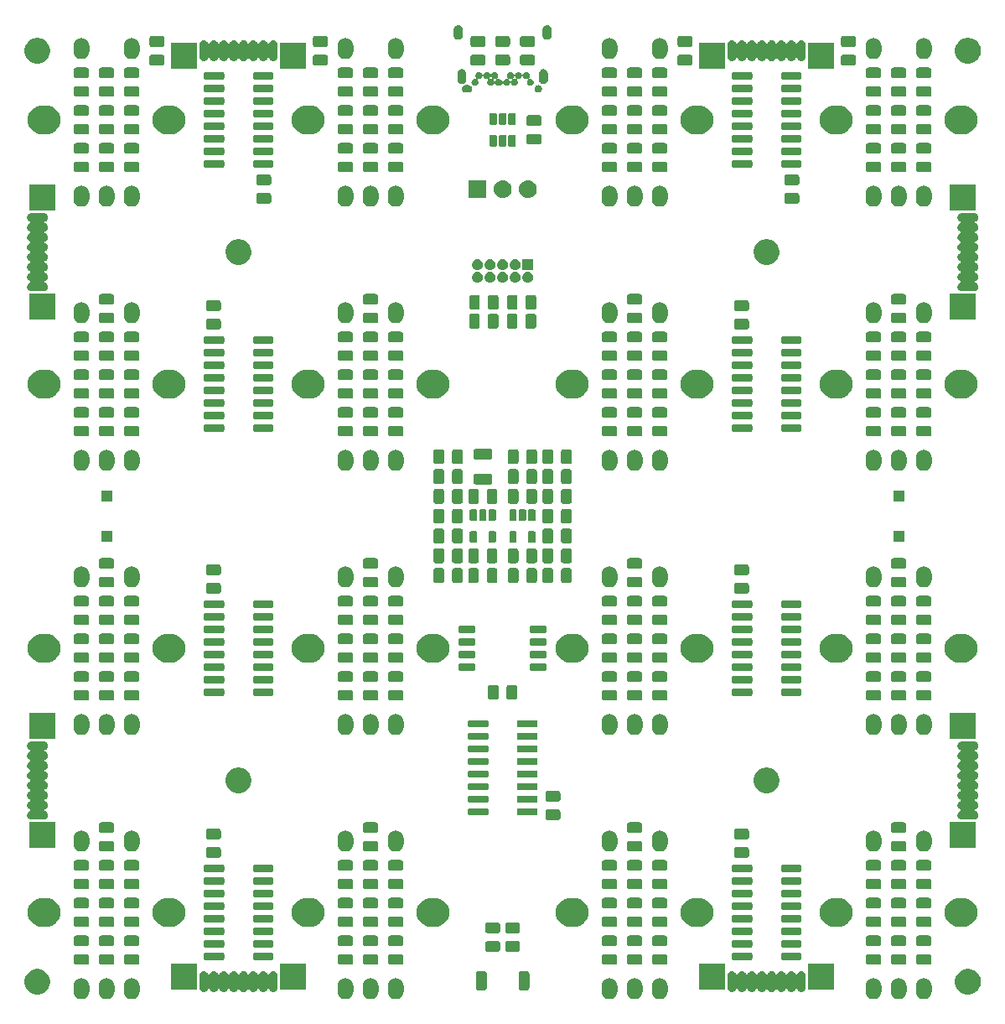
<source format=gbr>
G04 #@! TF.GenerationSoftware,KiCad,Pcbnew,(5.1.2)-2*
G04 #@! TF.CreationDate,2019-09-25T13:44:58+02:00*
G04 #@! TF.ProjectId,EN16,454e3136-2e6b-4696-9361-645f70636258,rev?*
G04 #@! TF.SameCoordinates,Original*
G04 #@! TF.FileFunction,Soldermask,Bot*
G04 #@! TF.FilePolarity,Negative*
%FSLAX46Y46*%
G04 Gerber Fmt 4.6, Leading zero omitted, Abs format (unit mm)*
G04 Created by KiCad (PCBNEW (5.1.2)-2) date 2019-09-25 13:44:58*
%MOMM*%
%LPD*%
G04 APERTURE LIST*
%ADD10C,0.100000*%
G04 APERTURE END LIST*
D10*
G36*
X57612022Y-146665590D02*
G01*
X57763014Y-146711393D01*
X57902161Y-146785769D01*
X57902162Y-146785770D01*
X57902164Y-146785771D01*
X58024133Y-146885867D01*
X58124229Y-147007835D01*
X58124230Y-147007837D01*
X58124231Y-147007838D01*
X58198607Y-147146985D01*
X58244410Y-147297977D01*
X58256000Y-147415654D01*
X58256000Y-147994346D01*
X58244410Y-148112023D01*
X58198607Y-148263015D01*
X58124231Y-148402162D01*
X58124229Y-148402165D01*
X58024133Y-148524133D01*
X57902165Y-148624229D01*
X57902163Y-148624230D01*
X57902162Y-148624231D01*
X57763015Y-148698607D01*
X57612023Y-148744410D01*
X57455000Y-148759875D01*
X57297978Y-148744410D01*
X57146989Y-148698608D01*
X57146986Y-148698607D01*
X57007839Y-148624231D01*
X57007838Y-148624230D01*
X57007836Y-148624229D01*
X56885868Y-148524133D01*
X56785771Y-148402165D01*
X56731697Y-148301000D01*
X56711393Y-148263015D01*
X56665590Y-148112023D01*
X56654000Y-147994346D01*
X56654000Y-147415655D01*
X56665590Y-147297978D01*
X56711393Y-147146986D01*
X56785769Y-147007839D01*
X56785772Y-147007835D01*
X56885867Y-146885867D01*
X57007835Y-146785771D01*
X57007837Y-146785770D01*
X57007838Y-146785769D01*
X57146985Y-146711393D01*
X57297977Y-146665590D01*
X57455000Y-146650125D01*
X57612022Y-146665590D01*
X57612022Y-146665590D01*
G37*
G36*
X60152022Y-146665590D02*
G01*
X60303014Y-146711393D01*
X60442161Y-146785769D01*
X60442162Y-146785770D01*
X60442164Y-146785771D01*
X60564133Y-146885867D01*
X60664229Y-147007835D01*
X60664230Y-147007837D01*
X60664231Y-147007838D01*
X60738607Y-147146985D01*
X60784410Y-147297977D01*
X60796000Y-147415654D01*
X60796000Y-147994346D01*
X60784410Y-148112023D01*
X60738607Y-148263015D01*
X60664231Y-148402162D01*
X60664229Y-148402165D01*
X60564133Y-148524133D01*
X60442165Y-148624229D01*
X60442163Y-148624230D01*
X60442162Y-148624231D01*
X60303015Y-148698607D01*
X60303012Y-148698608D01*
X60152023Y-148744410D01*
X59995000Y-148759875D01*
X59837978Y-148744410D01*
X59686986Y-148698607D01*
X59547839Y-148624231D01*
X59547838Y-148624230D01*
X59547836Y-148624229D01*
X59425868Y-148524133D01*
X59325771Y-148402165D01*
X59271697Y-148301000D01*
X59251393Y-148263015D01*
X59205590Y-148112023D01*
X59194000Y-147994346D01*
X59194000Y-147415655D01*
X59205590Y-147297978D01*
X59251393Y-147146986D01*
X59325769Y-147007839D01*
X59325772Y-147007835D01*
X59425867Y-146885867D01*
X59547835Y-146785771D01*
X59547837Y-146785770D01*
X59547838Y-146785769D01*
X59686985Y-146711393D01*
X59837977Y-146665590D01*
X59995000Y-146650125D01*
X60152022Y-146665590D01*
X60152022Y-146665590D01*
G37*
G36*
X84282022Y-146665590D02*
G01*
X84433014Y-146711393D01*
X84572161Y-146785769D01*
X84572162Y-146785770D01*
X84572164Y-146785771D01*
X84694133Y-146885867D01*
X84794229Y-147007835D01*
X84794230Y-147007837D01*
X84794231Y-147007838D01*
X84868607Y-147146985D01*
X84914410Y-147297977D01*
X84926000Y-147415654D01*
X84926000Y-147994346D01*
X84914410Y-148112023D01*
X84868607Y-148263015D01*
X84794231Y-148402162D01*
X84794229Y-148402165D01*
X84694133Y-148524133D01*
X84572165Y-148624229D01*
X84572163Y-148624230D01*
X84572162Y-148624231D01*
X84433015Y-148698607D01*
X84282023Y-148744410D01*
X84125000Y-148759875D01*
X83967978Y-148744410D01*
X83816989Y-148698608D01*
X83816986Y-148698607D01*
X83677839Y-148624231D01*
X83677838Y-148624230D01*
X83677836Y-148624229D01*
X83555868Y-148524133D01*
X83455771Y-148402165D01*
X83401697Y-148301000D01*
X83381393Y-148263015D01*
X83335590Y-148112023D01*
X83324000Y-147994346D01*
X83324000Y-147415655D01*
X83335590Y-147297978D01*
X83381393Y-147146986D01*
X83455769Y-147007839D01*
X83455772Y-147007835D01*
X83555867Y-146885867D01*
X83677835Y-146785771D01*
X83677837Y-146785770D01*
X83677838Y-146785769D01*
X83816985Y-146711393D01*
X83967977Y-146665590D01*
X84125000Y-146650125D01*
X84282022Y-146665590D01*
X84282022Y-146665590D01*
G37*
G36*
X86822022Y-146665590D02*
G01*
X86973014Y-146711393D01*
X87112161Y-146785769D01*
X87112162Y-146785770D01*
X87112164Y-146785771D01*
X87234133Y-146885867D01*
X87334229Y-147007835D01*
X87334230Y-147007837D01*
X87334231Y-147007838D01*
X87408607Y-147146985D01*
X87454410Y-147297977D01*
X87466000Y-147415654D01*
X87466000Y-147994346D01*
X87454410Y-148112023D01*
X87408607Y-148263015D01*
X87334231Y-148402162D01*
X87334229Y-148402165D01*
X87234133Y-148524133D01*
X87112165Y-148624229D01*
X87112163Y-148624230D01*
X87112162Y-148624231D01*
X86973015Y-148698607D01*
X86822023Y-148744410D01*
X86665000Y-148759875D01*
X86507978Y-148744410D01*
X86356989Y-148698608D01*
X86356986Y-148698607D01*
X86217839Y-148624231D01*
X86217838Y-148624230D01*
X86217836Y-148624229D01*
X86095868Y-148524133D01*
X85995771Y-148402165D01*
X85941697Y-148301000D01*
X85921393Y-148263015D01*
X85875590Y-148112023D01*
X85864000Y-147994346D01*
X85864000Y-147415655D01*
X85875590Y-147297978D01*
X85921393Y-147146986D01*
X85995769Y-147007839D01*
X85995772Y-147007835D01*
X86095867Y-146885867D01*
X86217835Y-146785771D01*
X86217837Y-146785770D01*
X86217838Y-146785769D01*
X86356985Y-146711393D01*
X86507977Y-146665590D01*
X86665000Y-146650125D01*
X86822022Y-146665590D01*
X86822022Y-146665590D01*
G37*
G36*
X89362022Y-146665590D02*
G01*
X89513014Y-146711393D01*
X89652161Y-146785769D01*
X89652162Y-146785770D01*
X89652164Y-146785771D01*
X89774133Y-146885867D01*
X89874229Y-147007835D01*
X89874230Y-147007837D01*
X89874231Y-147007838D01*
X89948607Y-147146985D01*
X89994410Y-147297977D01*
X90006000Y-147415654D01*
X90006000Y-147994346D01*
X89994410Y-148112023D01*
X89948607Y-148263015D01*
X89874231Y-148402162D01*
X89874229Y-148402165D01*
X89774133Y-148524133D01*
X89652165Y-148624229D01*
X89652163Y-148624230D01*
X89652162Y-148624231D01*
X89513015Y-148698607D01*
X89362023Y-148744410D01*
X89205000Y-148759875D01*
X89047978Y-148744410D01*
X88896989Y-148698608D01*
X88896986Y-148698607D01*
X88757839Y-148624231D01*
X88757838Y-148624230D01*
X88757836Y-148624229D01*
X88635868Y-148524133D01*
X88535771Y-148402165D01*
X88481697Y-148301000D01*
X88461393Y-148263015D01*
X88415590Y-148112023D01*
X88404000Y-147994346D01*
X88404000Y-147415655D01*
X88415590Y-147297978D01*
X88461393Y-147146986D01*
X88535769Y-147007839D01*
X88535772Y-147007835D01*
X88635867Y-146885867D01*
X88757835Y-146785771D01*
X88757837Y-146785770D01*
X88757838Y-146785769D01*
X88896985Y-146711393D01*
X89047977Y-146665590D01*
X89205000Y-146650125D01*
X89362022Y-146665590D01*
X89362022Y-146665590D01*
G37*
G36*
X110952022Y-146665590D02*
G01*
X111103014Y-146711393D01*
X111242161Y-146785769D01*
X111242162Y-146785770D01*
X111242164Y-146785771D01*
X111364133Y-146885867D01*
X111464229Y-147007835D01*
X111464230Y-147007837D01*
X111464231Y-147007838D01*
X111538607Y-147146985D01*
X111584410Y-147297977D01*
X111596000Y-147415654D01*
X111596000Y-147994346D01*
X111584410Y-148112023D01*
X111538607Y-148263015D01*
X111464231Y-148402162D01*
X111464229Y-148402165D01*
X111364133Y-148524133D01*
X111242165Y-148624229D01*
X111242163Y-148624230D01*
X111242162Y-148624231D01*
X111103015Y-148698607D01*
X110952023Y-148744410D01*
X110795000Y-148759875D01*
X110637978Y-148744410D01*
X110486989Y-148698608D01*
X110486986Y-148698607D01*
X110347839Y-148624231D01*
X110347838Y-148624230D01*
X110347836Y-148624229D01*
X110225868Y-148524133D01*
X110125771Y-148402165D01*
X110071697Y-148301000D01*
X110051393Y-148263015D01*
X110005590Y-148112023D01*
X109994000Y-147994346D01*
X109994000Y-147415655D01*
X110005590Y-147297978D01*
X110051393Y-147146986D01*
X110125769Y-147007839D01*
X110125772Y-147007835D01*
X110225867Y-146885867D01*
X110347835Y-146785771D01*
X110347837Y-146785770D01*
X110347838Y-146785769D01*
X110486985Y-146711393D01*
X110637977Y-146665590D01*
X110795000Y-146650125D01*
X110952022Y-146665590D01*
X110952022Y-146665590D01*
G37*
G36*
X113492022Y-146665590D02*
G01*
X113643014Y-146711393D01*
X113782161Y-146785769D01*
X113782162Y-146785770D01*
X113782164Y-146785771D01*
X113904133Y-146885867D01*
X114004229Y-147007835D01*
X114004230Y-147007837D01*
X114004231Y-147007838D01*
X114078607Y-147146985D01*
X114124410Y-147297977D01*
X114136000Y-147415654D01*
X114136000Y-147994346D01*
X114124410Y-148112023D01*
X114078607Y-148263015D01*
X114004231Y-148402162D01*
X114004229Y-148402165D01*
X113904133Y-148524133D01*
X113782165Y-148624229D01*
X113782163Y-148624230D01*
X113782162Y-148624231D01*
X113643015Y-148698607D01*
X113492023Y-148744410D01*
X113335000Y-148759875D01*
X113177978Y-148744410D01*
X113026989Y-148698608D01*
X113026986Y-148698607D01*
X112887839Y-148624231D01*
X112887838Y-148624230D01*
X112887836Y-148624229D01*
X112765868Y-148524133D01*
X112665771Y-148402165D01*
X112611697Y-148301000D01*
X112591393Y-148263015D01*
X112545590Y-148112023D01*
X112534000Y-147994346D01*
X112534000Y-147415655D01*
X112545590Y-147297978D01*
X112591393Y-147146986D01*
X112665769Y-147007839D01*
X112665772Y-147007835D01*
X112765867Y-146885867D01*
X112887835Y-146785771D01*
X112887837Y-146785770D01*
X112887838Y-146785769D01*
X113026985Y-146711393D01*
X113177977Y-146665590D01*
X113335000Y-146650125D01*
X113492022Y-146665590D01*
X113492022Y-146665590D01*
G37*
G36*
X137622022Y-146665590D02*
G01*
X137773014Y-146711393D01*
X137912161Y-146785769D01*
X137912162Y-146785770D01*
X137912164Y-146785771D01*
X138034133Y-146885867D01*
X138134229Y-147007835D01*
X138134230Y-147007837D01*
X138134231Y-147007838D01*
X138208607Y-147146985D01*
X138254410Y-147297977D01*
X138266000Y-147415654D01*
X138266000Y-147994346D01*
X138254410Y-148112023D01*
X138208607Y-148263015D01*
X138134231Y-148402162D01*
X138134229Y-148402165D01*
X138034133Y-148524133D01*
X137912165Y-148624229D01*
X137912163Y-148624230D01*
X137912162Y-148624231D01*
X137773015Y-148698607D01*
X137622023Y-148744410D01*
X137465000Y-148759875D01*
X137307978Y-148744410D01*
X137156989Y-148698608D01*
X137156986Y-148698607D01*
X137017839Y-148624231D01*
X137017838Y-148624230D01*
X137017836Y-148624229D01*
X136895868Y-148524133D01*
X136795771Y-148402165D01*
X136741697Y-148301000D01*
X136721393Y-148263015D01*
X136675590Y-148112023D01*
X136664000Y-147994346D01*
X136664000Y-147415655D01*
X136675590Y-147297978D01*
X136721393Y-147146986D01*
X136795769Y-147007839D01*
X136795772Y-147007835D01*
X136895867Y-146885867D01*
X137017835Y-146785771D01*
X137017837Y-146785770D01*
X137017838Y-146785769D01*
X137156985Y-146711393D01*
X137307977Y-146665590D01*
X137465000Y-146650125D01*
X137622022Y-146665590D01*
X137622022Y-146665590D01*
G37*
G36*
X140162022Y-146665590D02*
G01*
X140313014Y-146711393D01*
X140452161Y-146785769D01*
X140452162Y-146785770D01*
X140452164Y-146785771D01*
X140574133Y-146885867D01*
X140674229Y-147007835D01*
X140674230Y-147007837D01*
X140674231Y-147007838D01*
X140748607Y-147146985D01*
X140794410Y-147297977D01*
X140806000Y-147415654D01*
X140806000Y-147994346D01*
X140794410Y-148112023D01*
X140748607Y-148263015D01*
X140674231Y-148402162D01*
X140674229Y-148402165D01*
X140574133Y-148524133D01*
X140452165Y-148624229D01*
X140452163Y-148624230D01*
X140452162Y-148624231D01*
X140313015Y-148698607D01*
X140162023Y-148744410D01*
X140005000Y-148759875D01*
X139847978Y-148744410D01*
X139696989Y-148698608D01*
X139696986Y-148698607D01*
X139557839Y-148624231D01*
X139557838Y-148624230D01*
X139557836Y-148624229D01*
X139435868Y-148524133D01*
X139335771Y-148402165D01*
X139281697Y-148301000D01*
X139261393Y-148263015D01*
X139215590Y-148112023D01*
X139204000Y-147994346D01*
X139204000Y-147415655D01*
X139215590Y-147297978D01*
X139261393Y-147146986D01*
X139335769Y-147007839D01*
X139335772Y-147007835D01*
X139435867Y-146885867D01*
X139557835Y-146785771D01*
X139557837Y-146785770D01*
X139557838Y-146785769D01*
X139696985Y-146711393D01*
X139847977Y-146665590D01*
X140005000Y-146650125D01*
X140162022Y-146665590D01*
X140162022Y-146665590D01*
G37*
G36*
X142702022Y-146665590D02*
G01*
X142853014Y-146711393D01*
X142992161Y-146785769D01*
X142992162Y-146785770D01*
X142992164Y-146785771D01*
X143114133Y-146885867D01*
X143214229Y-147007835D01*
X143214230Y-147007837D01*
X143214231Y-147007838D01*
X143288607Y-147146985D01*
X143334410Y-147297977D01*
X143346000Y-147415654D01*
X143346000Y-147994346D01*
X143334410Y-148112023D01*
X143288607Y-148263015D01*
X143214231Y-148402162D01*
X143214229Y-148402165D01*
X143114133Y-148524133D01*
X142992165Y-148624229D01*
X142992163Y-148624230D01*
X142992162Y-148624231D01*
X142853015Y-148698607D01*
X142702023Y-148744410D01*
X142545000Y-148759875D01*
X142387978Y-148744410D01*
X142236989Y-148698608D01*
X142236986Y-148698607D01*
X142097839Y-148624231D01*
X142097838Y-148624230D01*
X142097836Y-148624229D01*
X141975868Y-148524133D01*
X141875771Y-148402165D01*
X141821697Y-148301000D01*
X141801393Y-148263015D01*
X141755590Y-148112023D01*
X141744000Y-147994346D01*
X141744000Y-147415655D01*
X141755590Y-147297978D01*
X141801393Y-147146986D01*
X141875769Y-147007839D01*
X141875772Y-147007835D01*
X141975867Y-146885867D01*
X142097835Y-146785771D01*
X142097837Y-146785770D01*
X142097838Y-146785769D01*
X142236985Y-146711393D01*
X142387977Y-146665590D01*
X142545000Y-146650125D01*
X142702022Y-146665590D01*
X142702022Y-146665590D01*
G37*
G36*
X62692022Y-146665590D02*
G01*
X62843014Y-146711393D01*
X62982161Y-146785769D01*
X62982162Y-146785770D01*
X62982164Y-146785771D01*
X63104133Y-146885867D01*
X63204229Y-147007835D01*
X63204230Y-147007837D01*
X63204231Y-147007838D01*
X63278607Y-147146985D01*
X63324410Y-147297977D01*
X63336000Y-147415654D01*
X63336000Y-147994346D01*
X63324410Y-148112023D01*
X63278607Y-148263015D01*
X63204231Y-148402162D01*
X63204229Y-148402165D01*
X63104133Y-148524133D01*
X62982165Y-148624229D01*
X62982163Y-148624230D01*
X62982162Y-148624231D01*
X62843015Y-148698607D01*
X62692023Y-148744410D01*
X62535000Y-148759875D01*
X62377978Y-148744410D01*
X62226989Y-148698608D01*
X62226986Y-148698607D01*
X62087839Y-148624231D01*
X62087838Y-148624230D01*
X62087836Y-148624229D01*
X61965868Y-148524133D01*
X61865771Y-148402165D01*
X61811697Y-148301000D01*
X61791393Y-148263015D01*
X61745590Y-148112023D01*
X61734000Y-147994346D01*
X61734000Y-147415655D01*
X61745590Y-147297978D01*
X61791393Y-147146986D01*
X61865769Y-147007839D01*
X61865772Y-147007835D01*
X61965867Y-146885867D01*
X62087835Y-146785771D01*
X62087837Y-146785770D01*
X62087838Y-146785769D01*
X62226985Y-146711393D01*
X62377977Y-146665590D01*
X62535000Y-146650125D01*
X62692022Y-146665590D01*
X62692022Y-146665590D01*
G37*
G36*
X116032022Y-146665590D02*
G01*
X116183014Y-146711393D01*
X116322161Y-146785769D01*
X116322162Y-146785770D01*
X116322164Y-146785771D01*
X116444133Y-146885867D01*
X116544229Y-147007835D01*
X116544230Y-147007837D01*
X116544231Y-147007838D01*
X116618607Y-147146985D01*
X116664410Y-147297977D01*
X116676000Y-147415654D01*
X116676000Y-147994346D01*
X116664410Y-148112023D01*
X116618607Y-148263015D01*
X116544231Y-148402162D01*
X116544229Y-148402165D01*
X116444133Y-148524133D01*
X116322165Y-148624229D01*
X116322163Y-148624230D01*
X116322162Y-148624231D01*
X116183015Y-148698607D01*
X116032023Y-148744410D01*
X115875000Y-148759875D01*
X115717978Y-148744410D01*
X115566989Y-148698608D01*
X115566986Y-148698607D01*
X115427839Y-148624231D01*
X115427838Y-148624230D01*
X115427836Y-148624229D01*
X115305868Y-148524133D01*
X115205771Y-148402165D01*
X115151697Y-148301000D01*
X115131393Y-148263015D01*
X115085590Y-148112023D01*
X115074000Y-147994346D01*
X115074000Y-147415655D01*
X115085590Y-147297978D01*
X115131393Y-147146986D01*
X115205769Y-147007839D01*
X115205772Y-147007835D01*
X115305867Y-146885867D01*
X115427835Y-146785771D01*
X115427837Y-146785770D01*
X115427838Y-146785769D01*
X115566985Y-146711393D01*
X115717977Y-146665590D01*
X115875000Y-146650125D01*
X116032022Y-146665590D01*
X116032022Y-146665590D01*
G37*
G36*
X147379488Y-145748997D02*
G01*
X147616255Y-145847069D01*
X147616257Y-145847070D01*
X147829338Y-145989446D01*
X148010554Y-146170662D01*
X148098037Y-146301589D01*
X148152931Y-146383745D01*
X148251003Y-146620512D01*
X148301000Y-146871863D01*
X148301000Y-147128137D01*
X148251003Y-147379488D01*
X148154632Y-147612148D01*
X148152930Y-147616257D01*
X148010554Y-147829338D01*
X147829338Y-148010554D01*
X147616257Y-148152930D01*
X147616256Y-148152931D01*
X147616255Y-148152931D01*
X147379488Y-148251003D01*
X147128137Y-148301000D01*
X146871863Y-148301000D01*
X146620512Y-148251003D01*
X146383745Y-148152931D01*
X146383744Y-148152931D01*
X146383743Y-148152930D01*
X146170662Y-148010554D01*
X145989446Y-147829338D01*
X145847070Y-147616257D01*
X145845368Y-147612148D01*
X145748997Y-147379488D01*
X145699000Y-147128137D01*
X145699000Y-146871863D01*
X145748997Y-146620512D01*
X145847069Y-146383745D01*
X145901964Y-146301589D01*
X145989446Y-146170662D01*
X146170662Y-145989446D01*
X146383743Y-145847070D01*
X146383745Y-145847069D01*
X146620512Y-145748997D01*
X146871863Y-145699000D01*
X147128137Y-145699000D01*
X147379488Y-145748997D01*
X147379488Y-145748997D01*
G37*
G36*
X53379488Y-145748997D02*
G01*
X53616255Y-145847069D01*
X53616257Y-145847070D01*
X53829338Y-145989446D01*
X54010554Y-146170662D01*
X54098037Y-146301589D01*
X54152931Y-146383745D01*
X54251003Y-146620512D01*
X54301000Y-146871863D01*
X54301000Y-147128137D01*
X54251003Y-147379488D01*
X54154632Y-147612148D01*
X54152930Y-147616257D01*
X54010554Y-147829338D01*
X53829338Y-148010554D01*
X53616257Y-148152930D01*
X53616256Y-148152931D01*
X53616255Y-148152931D01*
X53379488Y-148251003D01*
X53128137Y-148301000D01*
X52871863Y-148301000D01*
X52620512Y-148251003D01*
X52383745Y-148152931D01*
X52383744Y-148152931D01*
X52383743Y-148152930D01*
X52170662Y-148010554D01*
X51989446Y-147829338D01*
X51847070Y-147616257D01*
X51845368Y-147612148D01*
X51748997Y-147379488D01*
X51699000Y-147128137D01*
X51699000Y-146871863D01*
X51748997Y-146620512D01*
X51847069Y-146383745D01*
X51901964Y-146301589D01*
X51989446Y-146170662D01*
X52170662Y-145989446D01*
X52383743Y-145847070D01*
X52383745Y-145847069D01*
X52620512Y-145748997D01*
X52871863Y-145699000D01*
X53128137Y-145699000D01*
X53379488Y-145748997D01*
X53379488Y-145748997D01*
G37*
G36*
X130258411Y-145945526D02*
G01*
X130343425Y-145971314D01*
X130421774Y-146013193D01*
X130490448Y-146069552D01*
X130546807Y-146138226D01*
X130588686Y-146216575D01*
X130614474Y-146301589D01*
X130621000Y-146367846D01*
X130621000Y-147612154D01*
X130614474Y-147678411D01*
X130588686Y-147763425D01*
X130546807Y-147841774D01*
X130490448Y-147910448D01*
X130421773Y-147966807D01*
X130343424Y-148008686D01*
X130258410Y-148034474D01*
X130170000Y-148043182D01*
X130081589Y-148034474D01*
X129996575Y-148008686D01*
X129918226Y-147966807D01*
X129849552Y-147910448D01*
X129793193Y-147841773D01*
X129751314Y-147763424D01*
X129742913Y-147735729D01*
X129737201Y-147721941D01*
X129728902Y-147709521D01*
X129718340Y-147698958D01*
X129705920Y-147690659D01*
X129692119Y-147684943D01*
X129677469Y-147682029D01*
X129662531Y-147682029D01*
X129647880Y-147684943D01*
X129634080Y-147690660D01*
X129621660Y-147698959D01*
X129611097Y-147709521D01*
X129602798Y-147721941D01*
X129597087Y-147735730D01*
X129588686Y-147763425D01*
X129546807Y-147841774D01*
X129490448Y-147910448D01*
X129421773Y-147966807D01*
X129343424Y-148008686D01*
X129258410Y-148034474D01*
X129170000Y-148043182D01*
X129081589Y-148034474D01*
X128996575Y-148008686D01*
X128918226Y-147966807D01*
X128849552Y-147910448D01*
X128793193Y-147841773D01*
X128751314Y-147763424D01*
X128742913Y-147735729D01*
X128737201Y-147721941D01*
X128728902Y-147709521D01*
X128718340Y-147698958D01*
X128705920Y-147690659D01*
X128692119Y-147684943D01*
X128677469Y-147682029D01*
X128662531Y-147682029D01*
X128647880Y-147684943D01*
X128634080Y-147690660D01*
X128621660Y-147698959D01*
X128611097Y-147709521D01*
X128602798Y-147721941D01*
X128597087Y-147735730D01*
X128588686Y-147763425D01*
X128546807Y-147841774D01*
X128490448Y-147910448D01*
X128421773Y-147966807D01*
X128343424Y-148008686D01*
X128258410Y-148034474D01*
X128170000Y-148043182D01*
X128081589Y-148034474D01*
X127996575Y-148008686D01*
X127918226Y-147966807D01*
X127849552Y-147910448D01*
X127793193Y-147841773D01*
X127751314Y-147763424D01*
X127742913Y-147735729D01*
X127737201Y-147721941D01*
X127728902Y-147709521D01*
X127718340Y-147698958D01*
X127705920Y-147690659D01*
X127692119Y-147684943D01*
X127677469Y-147682029D01*
X127662531Y-147682029D01*
X127647880Y-147684943D01*
X127634080Y-147690660D01*
X127621660Y-147698959D01*
X127611097Y-147709521D01*
X127602798Y-147721941D01*
X127597087Y-147735730D01*
X127588686Y-147763425D01*
X127546807Y-147841774D01*
X127490448Y-147910448D01*
X127421773Y-147966807D01*
X127343424Y-148008686D01*
X127258410Y-148034474D01*
X127170000Y-148043182D01*
X127081589Y-148034474D01*
X126996575Y-148008686D01*
X126918226Y-147966807D01*
X126849552Y-147910448D01*
X126793193Y-147841773D01*
X126751314Y-147763424D01*
X126742913Y-147735729D01*
X126737201Y-147721941D01*
X126728902Y-147709521D01*
X126718340Y-147698958D01*
X126705920Y-147690659D01*
X126692119Y-147684943D01*
X126677469Y-147682029D01*
X126662531Y-147682029D01*
X126647880Y-147684943D01*
X126634080Y-147690660D01*
X126621660Y-147698959D01*
X126611097Y-147709521D01*
X126602798Y-147721941D01*
X126597087Y-147735730D01*
X126588686Y-147763425D01*
X126546807Y-147841774D01*
X126490448Y-147910448D01*
X126421773Y-147966807D01*
X126343424Y-148008686D01*
X126258410Y-148034474D01*
X126170000Y-148043182D01*
X126081589Y-148034474D01*
X125996575Y-148008686D01*
X125918226Y-147966807D01*
X125849552Y-147910448D01*
X125793193Y-147841773D01*
X125751314Y-147763424D01*
X125742913Y-147735729D01*
X125737201Y-147721941D01*
X125728902Y-147709521D01*
X125718340Y-147698958D01*
X125705920Y-147690659D01*
X125692119Y-147684943D01*
X125677469Y-147682029D01*
X125662531Y-147682029D01*
X125647880Y-147684943D01*
X125634080Y-147690660D01*
X125621660Y-147698959D01*
X125611097Y-147709521D01*
X125602798Y-147721941D01*
X125597087Y-147735730D01*
X125588686Y-147763425D01*
X125546807Y-147841774D01*
X125490448Y-147910448D01*
X125421773Y-147966807D01*
X125343424Y-148008686D01*
X125258410Y-148034474D01*
X125170000Y-148043182D01*
X125081589Y-148034474D01*
X124996575Y-148008686D01*
X124918226Y-147966807D01*
X124849552Y-147910448D01*
X124793193Y-147841773D01*
X124751314Y-147763424D01*
X124742913Y-147735729D01*
X124737201Y-147721941D01*
X124728902Y-147709521D01*
X124718340Y-147698958D01*
X124705920Y-147690659D01*
X124692119Y-147684943D01*
X124677469Y-147682029D01*
X124662531Y-147682029D01*
X124647880Y-147684943D01*
X124634080Y-147690660D01*
X124621660Y-147698959D01*
X124611097Y-147709521D01*
X124602798Y-147721941D01*
X124597087Y-147735730D01*
X124588686Y-147763425D01*
X124546807Y-147841774D01*
X124490448Y-147910448D01*
X124421773Y-147966807D01*
X124343424Y-148008686D01*
X124258410Y-148034474D01*
X124170000Y-148043182D01*
X124081589Y-148034474D01*
X123996575Y-148008686D01*
X123918226Y-147966807D01*
X123849552Y-147910448D01*
X123793193Y-147841773D01*
X123751314Y-147763424D01*
X123742913Y-147735729D01*
X123737201Y-147721941D01*
X123728902Y-147709521D01*
X123718340Y-147698958D01*
X123705920Y-147690659D01*
X123692119Y-147684943D01*
X123677469Y-147682029D01*
X123662531Y-147682029D01*
X123647880Y-147684943D01*
X123634080Y-147690660D01*
X123621660Y-147698959D01*
X123611097Y-147709521D01*
X123602798Y-147721941D01*
X123597087Y-147735730D01*
X123588686Y-147763425D01*
X123546807Y-147841774D01*
X123490448Y-147910448D01*
X123421773Y-147966807D01*
X123343424Y-148008686D01*
X123258410Y-148034474D01*
X123170000Y-148043182D01*
X123081589Y-148034474D01*
X122996575Y-148008686D01*
X122918226Y-147966807D01*
X122849552Y-147910448D01*
X122793193Y-147841773D01*
X122751314Y-147763424D01*
X122725526Y-147678410D01*
X122719000Y-147612153D01*
X122719001Y-146367846D01*
X122725527Y-146301589D01*
X122751315Y-146216575D01*
X122793194Y-146138226D01*
X122849553Y-146069552D01*
X122918227Y-146013193D01*
X122996576Y-145971314D01*
X123081590Y-145945526D01*
X123170000Y-145936818D01*
X123258411Y-145945526D01*
X123343425Y-145971314D01*
X123421774Y-146013193D01*
X123490448Y-146069552D01*
X123546807Y-146138226D01*
X123588686Y-146216575D01*
X123597086Y-146244268D01*
X123602800Y-146258061D01*
X123611099Y-146270481D01*
X123621662Y-146281043D01*
X123634082Y-146289342D01*
X123647883Y-146295058D01*
X123662533Y-146297972D01*
X123677471Y-146297972D01*
X123692121Y-146295058D01*
X123705922Y-146289341D01*
X123718342Y-146281042D01*
X123728904Y-146270479D01*
X123737203Y-146258059D01*
X123742914Y-146244270D01*
X123751315Y-146216575D01*
X123793194Y-146138226D01*
X123849553Y-146069552D01*
X123918227Y-146013193D01*
X123996576Y-145971314D01*
X124081590Y-145945526D01*
X124170000Y-145936818D01*
X124258411Y-145945526D01*
X124343425Y-145971314D01*
X124421774Y-146013193D01*
X124490448Y-146069552D01*
X124546807Y-146138226D01*
X124588686Y-146216575D01*
X124597086Y-146244268D01*
X124602800Y-146258061D01*
X124611099Y-146270481D01*
X124621662Y-146281043D01*
X124634082Y-146289342D01*
X124647883Y-146295058D01*
X124662533Y-146297972D01*
X124677471Y-146297972D01*
X124692121Y-146295058D01*
X124705922Y-146289341D01*
X124718342Y-146281042D01*
X124728904Y-146270479D01*
X124737203Y-146258059D01*
X124742914Y-146244270D01*
X124751315Y-146216575D01*
X124793194Y-146138226D01*
X124849553Y-146069552D01*
X124918227Y-146013193D01*
X124996576Y-145971314D01*
X125081590Y-145945526D01*
X125170000Y-145936818D01*
X125258411Y-145945526D01*
X125343425Y-145971314D01*
X125421774Y-146013193D01*
X125490448Y-146069552D01*
X125546807Y-146138226D01*
X125588686Y-146216575D01*
X125597086Y-146244268D01*
X125602800Y-146258061D01*
X125611099Y-146270481D01*
X125621662Y-146281043D01*
X125634082Y-146289342D01*
X125647883Y-146295058D01*
X125662533Y-146297972D01*
X125677471Y-146297972D01*
X125692121Y-146295058D01*
X125705922Y-146289341D01*
X125718342Y-146281042D01*
X125728904Y-146270479D01*
X125737203Y-146258059D01*
X125742914Y-146244270D01*
X125751315Y-146216575D01*
X125793194Y-146138226D01*
X125849553Y-146069552D01*
X125918227Y-146013193D01*
X125996576Y-145971314D01*
X126081590Y-145945526D01*
X126170000Y-145936818D01*
X126258411Y-145945526D01*
X126343425Y-145971314D01*
X126421774Y-146013193D01*
X126490448Y-146069552D01*
X126546807Y-146138226D01*
X126588686Y-146216575D01*
X126597086Y-146244268D01*
X126602800Y-146258061D01*
X126611099Y-146270481D01*
X126621662Y-146281043D01*
X126634082Y-146289342D01*
X126647883Y-146295058D01*
X126662533Y-146297972D01*
X126677471Y-146297972D01*
X126692121Y-146295058D01*
X126705922Y-146289341D01*
X126718342Y-146281042D01*
X126728904Y-146270479D01*
X126737203Y-146258059D01*
X126742914Y-146244270D01*
X126751315Y-146216575D01*
X126793194Y-146138226D01*
X126849553Y-146069552D01*
X126918227Y-146013193D01*
X126996576Y-145971314D01*
X127081590Y-145945526D01*
X127170000Y-145936818D01*
X127258411Y-145945526D01*
X127343425Y-145971314D01*
X127421774Y-146013193D01*
X127490448Y-146069552D01*
X127546807Y-146138226D01*
X127588686Y-146216575D01*
X127597086Y-146244268D01*
X127602800Y-146258061D01*
X127611099Y-146270481D01*
X127621662Y-146281043D01*
X127634082Y-146289342D01*
X127647883Y-146295058D01*
X127662533Y-146297972D01*
X127677471Y-146297972D01*
X127692121Y-146295058D01*
X127705922Y-146289341D01*
X127718342Y-146281042D01*
X127728904Y-146270479D01*
X127737203Y-146258059D01*
X127742914Y-146244270D01*
X127751315Y-146216575D01*
X127793194Y-146138226D01*
X127849553Y-146069552D01*
X127918227Y-146013193D01*
X127996576Y-145971314D01*
X128081590Y-145945526D01*
X128170000Y-145936818D01*
X128258411Y-145945526D01*
X128343425Y-145971314D01*
X128421774Y-146013193D01*
X128490448Y-146069552D01*
X128546807Y-146138226D01*
X128588686Y-146216575D01*
X128597086Y-146244268D01*
X128602800Y-146258061D01*
X128611099Y-146270481D01*
X128621662Y-146281043D01*
X128634082Y-146289342D01*
X128647883Y-146295058D01*
X128662533Y-146297972D01*
X128677471Y-146297972D01*
X128692121Y-146295058D01*
X128705922Y-146289341D01*
X128718342Y-146281042D01*
X128728904Y-146270479D01*
X128737203Y-146258059D01*
X128742914Y-146244270D01*
X128751315Y-146216575D01*
X128793194Y-146138226D01*
X128849553Y-146069552D01*
X128918227Y-146013193D01*
X128996576Y-145971314D01*
X129081590Y-145945526D01*
X129170000Y-145936818D01*
X129258411Y-145945526D01*
X129343425Y-145971314D01*
X129421774Y-146013193D01*
X129490448Y-146069552D01*
X129546807Y-146138226D01*
X129588686Y-146216575D01*
X129597086Y-146244268D01*
X129602800Y-146258061D01*
X129611099Y-146270481D01*
X129621662Y-146281043D01*
X129634082Y-146289342D01*
X129647883Y-146295058D01*
X129662533Y-146297972D01*
X129677471Y-146297972D01*
X129692121Y-146295058D01*
X129705922Y-146289341D01*
X129718342Y-146281042D01*
X129728904Y-146270479D01*
X129737203Y-146258059D01*
X129742914Y-146244270D01*
X129751315Y-146216575D01*
X129793194Y-146138226D01*
X129849553Y-146069552D01*
X129918227Y-146013193D01*
X129996576Y-145971314D01*
X130081590Y-145945526D01*
X130170000Y-145936818D01*
X130258411Y-145945526D01*
X130258411Y-145945526D01*
G37*
G36*
X76918411Y-145945526D02*
G01*
X77003425Y-145971314D01*
X77081774Y-146013193D01*
X77150448Y-146069552D01*
X77206807Y-146138226D01*
X77248686Y-146216575D01*
X77274474Y-146301589D01*
X77281000Y-146367846D01*
X77281000Y-147612154D01*
X77274474Y-147678411D01*
X77248686Y-147763425D01*
X77206807Y-147841774D01*
X77150448Y-147910448D01*
X77081773Y-147966807D01*
X77003424Y-148008686D01*
X76918410Y-148034474D01*
X76830000Y-148043182D01*
X76741589Y-148034474D01*
X76656575Y-148008686D01*
X76578226Y-147966807D01*
X76509552Y-147910448D01*
X76453193Y-147841773D01*
X76411314Y-147763424D01*
X76402913Y-147735729D01*
X76397201Y-147721941D01*
X76388902Y-147709521D01*
X76378340Y-147698958D01*
X76365920Y-147690659D01*
X76352119Y-147684943D01*
X76337469Y-147682029D01*
X76322531Y-147682029D01*
X76307880Y-147684943D01*
X76294080Y-147690660D01*
X76281660Y-147698959D01*
X76271097Y-147709521D01*
X76262798Y-147721941D01*
X76257087Y-147735730D01*
X76248686Y-147763425D01*
X76206807Y-147841774D01*
X76150448Y-147910448D01*
X76081773Y-147966807D01*
X76003424Y-148008686D01*
X75918410Y-148034474D01*
X75830000Y-148043182D01*
X75741589Y-148034474D01*
X75656575Y-148008686D01*
X75578226Y-147966807D01*
X75509552Y-147910448D01*
X75453193Y-147841773D01*
X75411314Y-147763424D01*
X75402913Y-147735729D01*
X75397201Y-147721941D01*
X75388902Y-147709521D01*
X75378340Y-147698958D01*
X75365920Y-147690659D01*
X75352119Y-147684943D01*
X75337469Y-147682029D01*
X75322531Y-147682029D01*
X75307880Y-147684943D01*
X75294080Y-147690660D01*
X75281660Y-147698959D01*
X75271097Y-147709521D01*
X75262798Y-147721941D01*
X75257087Y-147735730D01*
X75248686Y-147763425D01*
X75206807Y-147841774D01*
X75150448Y-147910448D01*
X75081773Y-147966807D01*
X75003424Y-148008686D01*
X74918410Y-148034474D01*
X74830000Y-148043182D01*
X74741589Y-148034474D01*
X74656575Y-148008686D01*
X74578226Y-147966807D01*
X74509552Y-147910448D01*
X74453193Y-147841773D01*
X74411314Y-147763424D01*
X74402913Y-147735729D01*
X74397201Y-147721941D01*
X74388902Y-147709521D01*
X74378340Y-147698958D01*
X74365920Y-147690659D01*
X74352119Y-147684943D01*
X74337469Y-147682029D01*
X74322531Y-147682029D01*
X74307880Y-147684943D01*
X74294080Y-147690660D01*
X74281660Y-147698959D01*
X74271097Y-147709521D01*
X74262798Y-147721941D01*
X74257087Y-147735730D01*
X74248686Y-147763425D01*
X74206807Y-147841774D01*
X74150448Y-147910448D01*
X74081773Y-147966807D01*
X74003424Y-148008686D01*
X73918410Y-148034474D01*
X73830000Y-148043182D01*
X73741589Y-148034474D01*
X73656575Y-148008686D01*
X73578226Y-147966807D01*
X73509552Y-147910448D01*
X73453193Y-147841773D01*
X73411314Y-147763424D01*
X73402913Y-147735729D01*
X73397201Y-147721941D01*
X73388902Y-147709521D01*
X73378340Y-147698958D01*
X73365920Y-147690659D01*
X73352119Y-147684943D01*
X73337469Y-147682029D01*
X73322531Y-147682029D01*
X73307880Y-147684943D01*
X73294080Y-147690660D01*
X73281660Y-147698959D01*
X73271097Y-147709521D01*
X73262798Y-147721941D01*
X73257087Y-147735730D01*
X73248686Y-147763425D01*
X73206807Y-147841774D01*
X73150448Y-147910448D01*
X73081773Y-147966807D01*
X73003424Y-148008686D01*
X72918410Y-148034474D01*
X72830000Y-148043182D01*
X72741589Y-148034474D01*
X72656575Y-148008686D01*
X72578226Y-147966807D01*
X72509552Y-147910448D01*
X72453193Y-147841773D01*
X72411314Y-147763424D01*
X72402913Y-147735729D01*
X72397201Y-147721941D01*
X72388902Y-147709521D01*
X72378340Y-147698958D01*
X72365920Y-147690659D01*
X72352119Y-147684943D01*
X72337469Y-147682029D01*
X72322531Y-147682029D01*
X72307880Y-147684943D01*
X72294080Y-147690660D01*
X72281660Y-147698959D01*
X72271097Y-147709521D01*
X72262798Y-147721941D01*
X72257087Y-147735730D01*
X72248686Y-147763425D01*
X72206807Y-147841774D01*
X72150448Y-147910448D01*
X72081773Y-147966807D01*
X72003424Y-148008686D01*
X71918410Y-148034474D01*
X71830000Y-148043182D01*
X71741589Y-148034474D01*
X71656575Y-148008686D01*
X71578226Y-147966807D01*
X71509552Y-147910448D01*
X71453193Y-147841773D01*
X71411314Y-147763424D01*
X71402913Y-147735729D01*
X71397201Y-147721941D01*
X71388902Y-147709521D01*
X71378340Y-147698958D01*
X71365920Y-147690659D01*
X71352119Y-147684943D01*
X71337469Y-147682029D01*
X71322531Y-147682029D01*
X71307880Y-147684943D01*
X71294080Y-147690660D01*
X71281660Y-147698959D01*
X71271097Y-147709521D01*
X71262798Y-147721941D01*
X71257087Y-147735730D01*
X71248686Y-147763425D01*
X71206807Y-147841774D01*
X71150448Y-147910448D01*
X71081773Y-147966807D01*
X71003424Y-148008686D01*
X70918410Y-148034474D01*
X70830000Y-148043182D01*
X70741589Y-148034474D01*
X70656575Y-148008686D01*
X70578226Y-147966807D01*
X70509552Y-147910448D01*
X70453193Y-147841773D01*
X70411314Y-147763424D01*
X70402913Y-147735729D01*
X70397201Y-147721941D01*
X70388902Y-147709521D01*
X70378340Y-147698958D01*
X70365920Y-147690659D01*
X70352119Y-147684943D01*
X70337469Y-147682029D01*
X70322531Y-147682029D01*
X70307880Y-147684943D01*
X70294080Y-147690660D01*
X70281660Y-147698959D01*
X70271097Y-147709521D01*
X70262798Y-147721941D01*
X70257087Y-147735730D01*
X70248686Y-147763425D01*
X70206807Y-147841774D01*
X70150448Y-147910448D01*
X70081773Y-147966807D01*
X70003424Y-148008686D01*
X69918410Y-148034474D01*
X69830000Y-148043182D01*
X69741589Y-148034474D01*
X69656575Y-148008686D01*
X69578226Y-147966807D01*
X69509552Y-147910448D01*
X69453193Y-147841773D01*
X69411314Y-147763424D01*
X69385526Y-147678410D01*
X69379000Y-147612153D01*
X69379001Y-146367846D01*
X69385527Y-146301589D01*
X69411315Y-146216575D01*
X69453194Y-146138226D01*
X69509553Y-146069552D01*
X69578227Y-146013193D01*
X69656576Y-145971314D01*
X69741590Y-145945526D01*
X69830000Y-145936818D01*
X69918411Y-145945526D01*
X70003425Y-145971314D01*
X70081774Y-146013193D01*
X70150448Y-146069552D01*
X70206807Y-146138226D01*
X70248686Y-146216575D01*
X70257087Y-146244270D01*
X70262798Y-146258059D01*
X70271097Y-146270479D01*
X70281659Y-146281042D01*
X70294079Y-146289341D01*
X70307880Y-146295058D01*
X70322530Y-146297972D01*
X70337468Y-146297972D01*
X70352118Y-146295058D01*
X70365919Y-146289342D01*
X70378339Y-146281043D01*
X70388902Y-146270481D01*
X70397201Y-146258061D01*
X70402915Y-146244268D01*
X70411315Y-146216575D01*
X70453194Y-146138226D01*
X70509553Y-146069552D01*
X70578227Y-146013193D01*
X70656576Y-145971314D01*
X70741590Y-145945526D01*
X70830000Y-145936818D01*
X70918411Y-145945526D01*
X71003425Y-145971314D01*
X71081774Y-146013193D01*
X71150448Y-146069552D01*
X71206807Y-146138226D01*
X71248686Y-146216575D01*
X71257087Y-146244270D01*
X71262798Y-146258059D01*
X71271097Y-146270479D01*
X71281659Y-146281042D01*
X71294079Y-146289341D01*
X71307880Y-146295058D01*
X71322530Y-146297972D01*
X71337468Y-146297972D01*
X71352118Y-146295058D01*
X71365919Y-146289342D01*
X71378339Y-146281043D01*
X71388902Y-146270481D01*
X71397201Y-146258061D01*
X71402915Y-146244268D01*
X71411315Y-146216575D01*
X71453194Y-146138226D01*
X71509553Y-146069552D01*
X71578227Y-146013193D01*
X71656576Y-145971314D01*
X71741590Y-145945526D01*
X71830000Y-145936818D01*
X71918411Y-145945526D01*
X72003425Y-145971314D01*
X72081774Y-146013193D01*
X72150448Y-146069552D01*
X72206807Y-146138226D01*
X72248686Y-146216575D01*
X72257087Y-146244270D01*
X72262798Y-146258059D01*
X72271097Y-146270479D01*
X72281659Y-146281042D01*
X72294079Y-146289341D01*
X72307880Y-146295058D01*
X72322530Y-146297972D01*
X72337468Y-146297972D01*
X72352118Y-146295058D01*
X72365919Y-146289342D01*
X72378339Y-146281043D01*
X72388902Y-146270481D01*
X72397201Y-146258061D01*
X72402915Y-146244268D01*
X72411315Y-146216575D01*
X72453194Y-146138226D01*
X72509553Y-146069552D01*
X72578227Y-146013193D01*
X72656576Y-145971314D01*
X72741590Y-145945526D01*
X72830000Y-145936818D01*
X72918411Y-145945526D01*
X73003425Y-145971314D01*
X73081774Y-146013193D01*
X73150448Y-146069552D01*
X73206807Y-146138226D01*
X73248686Y-146216575D01*
X73257087Y-146244270D01*
X73262798Y-146258059D01*
X73271097Y-146270479D01*
X73281659Y-146281042D01*
X73294079Y-146289341D01*
X73307880Y-146295058D01*
X73322530Y-146297972D01*
X73337468Y-146297972D01*
X73352118Y-146295058D01*
X73365919Y-146289342D01*
X73378339Y-146281043D01*
X73388902Y-146270481D01*
X73397201Y-146258061D01*
X73402915Y-146244268D01*
X73411315Y-146216575D01*
X73453194Y-146138226D01*
X73509553Y-146069552D01*
X73578227Y-146013193D01*
X73656576Y-145971314D01*
X73741590Y-145945526D01*
X73830000Y-145936818D01*
X73918411Y-145945526D01*
X74003425Y-145971314D01*
X74081774Y-146013193D01*
X74150448Y-146069552D01*
X74206807Y-146138226D01*
X74248686Y-146216575D01*
X74257087Y-146244270D01*
X74262798Y-146258059D01*
X74271097Y-146270479D01*
X74281659Y-146281042D01*
X74294079Y-146289341D01*
X74307880Y-146295058D01*
X74322530Y-146297972D01*
X74337468Y-146297972D01*
X74352118Y-146295058D01*
X74365919Y-146289342D01*
X74378339Y-146281043D01*
X74388902Y-146270481D01*
X74397201Y-146258061D01*
X74402915Y-146244268D01*
X74411315Y-146216575D01*
X74453194Y-146138226D01*
X74509553Y-146069552D01*
X74578227Y-146013193D01*
X74656576Y-145971314D01*
X74741590Y-145945526D01*
X74830000Y-145936818D01*
X74918411Y-145945526D01*
X75003425Y-145971314D01*
X75081774Y-146013193D01*
X75150448Y-146069552D01*
X75206807Y-146138226D01*
X75248686Y-146216575D01*
X75257087Y-146244270D01*
X75262798Y-146258059D01*
X75271097Y-146270479D01*
X75281659Y-146281042D01*
X75294079Y-146289341D01*
X75307880Y-146295058D01*
X75322530Y-146297972D01*
X75337468Y-146297972D01*
X75352118Y-146295058D01*
X75365919Y-146289342D01*
X75378339Y-146281043D01*
X75388902Y-146270481D01*
X75397201Y-146258061D01*
X75402915Y-146244268D01*
X75411315Y-146216575D01*
X75453194Y-146138226D01*
X75509553Y-146069552D01*
X75578227Y-146013193D01*
X75656576Y-145971314D01*
X75741590Y-145945526D01*
X75830000Y-145936818D01*
X75918411Y-145945526D01*
X76003425Y-145971314D01*
X76081774Y-146013193D01*
X76150448Y-146069552D01*
X76206807Y-146138226D01*
X76248686Y-146216575D01*
X76257087Y-146244270D01*
X76262798Y-146258059D01*
X76271097Y-146270479D01*
X76281659Y-146281042D01*
X76294079Y-146289341D01*
X76307880Y-146295058D01*
X76322530Y-146297972D01*
X76337468Y-146297972D01*
X76352118Y-146295058D01*
X76365919Y-146289342D01*
X76378339Y-146281043D01*
X76388902Y-146270481D01*
X76397201Y-146258061D01*
X76402915Y-146244268D01*
X76411315Y-146216575D01*
X76453194Y-146138226D01*
X76509553Y-146069552D01*
X76578227Y-146013193D01*
X76656576Y-145971314D01*
X76741590Y-145945526D01*
X76830000Y-145936818D01*
X76918411Y-145945526D01*
X76918411Y-145945526D01*
G37*
G36*
X98209842Y-145953923D02*
G01*
X98254310Y-145967412D01*
X98295285Y-145989314D01*
X98331206Y-146018794D01*
X98360686Y-146054715D01*
X98382588Y-146095690D01*
X98396077Y-146140158D01*
X98401000Y-146190143D01*
X98401000Y-147609857D01*
X98396077Y-147659842D01*
X98382588Y-147704310D01*
X98360686Y-147745285D01*
X98331206Y-147781206D01*
X98295285Y-147810686D01*
X98254310Y-147832588D01*
X98209842Y-147846077D01*
X98159857Y-147851000D01*
X97540143Y-147851000D01*
X97490158Y-147846077D01*
X97445690Y-147832588D01*
X97404715Y-147810686D01*
X97368794Y-147781206D01*
X97339314Y-147745285D01*
X97317412Y-147704310D01*
X97303923Y-147659842D01*
X97299000Y-147609857D01*
X97299000Y-146190143D01*
X97303923Y-146140158D01*
X97317412Y-146095690D01*
X97339314Y-146054715D01*
X97368794Y-146018794D01*
X97404715Y-145989314D01*
X97445690Y-145967412D01*
X97490158Y-145953923D01*
X97540143Y-145949000D01*
X98159857Y-145949000D01*
X98209842Y-145953923D01*
X98209842Y-145953923D01*
G37*
G36*
X102509842Y-145953923D02*
G01*
X102554310Y-145967412D01*
X102595285Y-145989314D01*
X102631206Y-146018794D01*
X102660686Y-146054715D01*
X102682588Y-146095690D01*
X102696077Y-146140158D01*
X102701000Y-146190143D01*
X102701000Y-147609857D01*
X102696077Y-147659842D01*
X102682588Y-147704310D01*
X102660686Y-147745285D01*
X102631206Y-147781206D01*
X102595285Y-147810686D01*
X102554310Y-147832588D01*
X102509842Y-147846077D01*
X102459857Y-147851000D01*
X101840143Y-147851000D01*
X101790158Y-147846077D01*
X101745690Y-147832588D01*
X101704715Y-147810686D01*
X101668794Y-147781206D01*
X101639314Y-147745285D01*
X101617412Y-147704310D01*
X101603923Y-147659842D01*
X101599000Y-147609857D01*
X101599000Y-146190143D01*
X101603923Y-146140158D01*
X101617412Y-146095690D01*
X101639314Y-146054715D01*
X101668794Y-146018794D01*
X101704715Y-145989314D01*
X101745690Y-145967412D01*
X101790158Y-145953923D01*
X101840143Y-145949000D01*
X102459857Y-145949000D01*
X102509842Y-145953923D01*
X102509842Y-145953923D01*
G37*
G36*
X133471000Y-147791000D02*
G01*
X130869000Y-147791000D01*
X130869000Y-145189000D01*
X133471000Y-145189000D01*
X133471000Y-147791000D01*
X133471000Y-147791000D01*
G37*
G36*
X122471000Y-147791000D02*
G01*
X119869000Y-147791000D01*
X119869000Y-145189000D01*
X122471000Y-145189000D01*
X122471000Y-147791000D01*
X122471000Y-147791000D01*
G37*
G36*
X80131000Y-147791000D02*
G01*
X77529000Y-147791000D01*
X77529000Y-145189000D01*
X80131000Y-145189000D01*
X80131000Y-147791000D01*
X80131000Y-147791000D01*
G37*
G36*
X69131000Y-147791000D02*
G01*
X66529000Y-147791000D01*
X66529000Y-145189000D01*
X69131000Y-145189000D01*
X69131000Y-147791000D01*
X69131000Y-147791000D01*
G37*
G36*
X87229871Y-144218803D02*
G01*
X87273165Y-144231936D01*
X87313070Y-144253266D01*
X87348038Y-144281962D01*
X87376734Y-144316930D01*
X87398064Y-144356835D01*
X87411197Y-144400129D01*
X87416000Y-144448893D01*
X87416000Y-145056107D01*
X87411197Y-145104871D01*
X87398064Y-145148165D01*
X87376734Y-145188070D01*
X87348038Y-145223038D01*
X87313070Y-145251734D01*
X87273165Y-145273064D01*
X87229871Y-145286197D01*
X87181107Y-145291000D01*
X86148893Y-145291000D01*
X86100129Y-145286197D01*
X86056835Y-145273064D01*
X86016930Y-145251734D01*
X85981962Y-145223038D01*
X85953266Y-145188070D01*
X85931936Y-145148165D01*
X85918803Y-145104871D01*
X85914000Y-145056107D01*
X85914000Y-144448893D01*
X85918803Y-144400129D01*
X85931936Y-144356835D01*
X85953266Y-144316930D01*
X85981962Y-144281962D01*
X86016930Y-144253266D01*
X86056835Y-144231936D01*
X86100129Y-144218803D01*
X86148893Y-144214000D01*
X87181107Y-144214000D01*
X87229871Y-144218803D01*
X87229871Y-144218803D01*
G37*
G36*
X143109871Y-144218803D02*
G01*
X143153165Y-144231936D01*
X143193070Y-144253266D01*
X143228038Y-144281962D01*
X143256734Y-144316930D01*
X143278064Y-144356835D01*
X143291197Y-144400129D01*
X143296000Y-144448893D01*
X143296000Y-145056107D01*
X143291197Y-145104871D01*
X143278064Y-145148165D01*
X143256734Y-145188070D01*
X143228038Y-145223038D01*
X143193070Y-145251734D01*
X143153165Y-145273064D01*
X143109871Y-145286197D01*
X143061107Y-145291000D01*
X142028893Y-145291000D01*
X141980129Y-145286197D01*
X141936835Y-145273064D01*
X141896930Y-145251734D01*
X141861962Y-145223038D01*
X141833266Y-145188070D01*
X141811936Y-145148165D01*
X141798803Y-145104871D01*
X141794000Y-145056107D01*
X141794000Y-144448893D01*
X141798803Y-144400129D01*
X141811936Y-144356835D01*
X141833266Y-144316930D01*
X141861962Y-144281962D01*
X141896930Y-144253266D01*
X141936835Y-144231936D01*
X141980129Y-144218803D01*
X142028893Y-144214000D01*
X143061107Y-144214000D01*
X143109871Y-144218803D01*
X143109871Y-144218803D01*
G37*
G36*
X140569871Y-144218803D02*
G01*
X140613165Y-144231936D01*
X140653070Y-144253266D01*
X140688038Y-144281962D01*
X140716734Y-144316930D01*
X140738064Y-144356835D01*
X140751197Y-144400129D01*
X140756000Y-144448893D01*
X140756000Y-145056107D01*
X140751197Y-145104871D01*
X140738064Y-145148165D01*
X140716734Y-145188070D01*
X140688038Y-145223038D01*
X140653070Y-145251734D01*
X140613165Y-145273064D01*
X140569871Y-145286197D01*
X140521107Y-145291000D01*
X139488893Y-145291000D01*
X139440129Y-145286197D01*
X139396835Y-145273064D01*
X139356930Y-145251734D01*
X139321962Y-145223038D01*
X139293266Y-145188070D01*
X139271936Y-145148165D01*
X139258803Y-145104871D01*
X139254000Y-145056107D01*
X139254000Y-144448893D01*
X139258803Y-144400129D01*
X139271936Y-144356835D01*
X139293266Y-144316930D01*
X139321962Y-144281962D01*
X139356930Y-144253266D01*
X139396835Y-144231936D01*
X139440129Y-144218803D01*
X139488893Y-144214000D01*
X140521107Y-144214000D01*
X140569871Y-144218803D01*
X140569871Y-144218803D01*
G37*
G36*
X138029871Y-144218803D02*
G01*
X138073165Y-144231936D01*
X138113070Y-144253266D01*
X138148038Y-144281962D01*
X138176734Y-144316930D01*
X138198064Y-144356835D01*
X138211197Y-144400129D01*
X138216000Y-144448893D01*
X138216000Y-145056107D01*
X138211197Y-145104871D01*
X138198064Y-145148165D01*
X138176734Y-145188070D01*
X138148038Y-145223038D01*
X138113070Y-145251734D01*
X138073165Y-145273064D01*
X138029871Y-145286197D01*
X137981107Y-145291000D01*
X136948893Y-145291000D01*
X136900129Y-145286197D01*
X136856835Y-145273064D01*
X136816930Y-145251734D01*
X136781962Y-145223038D01*
X136753266Y-145188070D01*
X136731936Y-145148165D01*
X136718803Y-145104871D01*
X136714000Y-145056107D01*
X136714000Y-144448893D01*
X136718803Y-144400129D01*
X136731936Y-144356835D01*
X136753266Y-144316930D01*
X136781962Y-144281962D01*
X136816930Y-144253266D01*
X136856835Y-144231936D01*
X136900129Y-144218803D01*
X136948893Y-144214000D01*
X137981107Y-144214000D01*
X138029871Y-144218803D01*
X138029871Y-144218803D01*
G37*
G36*
X111359871Y-144218803D02*
G01*
X111403165Y-144231936D01*
X111443070Y-144253266D01*
X111478038Y-144281962D01*
X111506734Y-144316930D01*
X111528064Y-144356835D01*
X111541197Y-144400129D01*
X111546000Y-144448893D01*
X111546000Y-145056107D01*
X111541197Y-145104871D01*
X111528064Y-145148165D01*
X111506734Y-145188070D01*
X111478038Y-145223038D01*
X111443070Y-145251734D01*
X111403165Y-145273064D01*
X111359871Y-145286197D01*
X111311107Y-145291000D01*
X110278893Y-145291000D01*
X110230129Y-145286197D01*
X110186835Y-145273064D01*
X110146930Y-145251734D01*
X110111962Y-145223038D01*
X110083266Y-145188070D01*
X110061936Y-145148165D01*
X110048803Y-145104871D01*
X110044000Y-145056107D01*
X110044000Y-144448893D01*
X110048803Y-144400129D01*
X110061936Y-144356835D01*
X110083266Y-144316930D01*
X110111962Y-144281962D01*
X110146930Y-144253266D01*
X110186835Y-144231936D01*
X110230129Y-144218803D01*
X110278893Y-144214000D01*
X111311107Y-144214000D01*
X111359871Y-144218803D01*
X111359871Y-144218803D01*
G37*
G36*
X89769871Y-144218803D02*
G01*
X89813165Y-144231936D01*
X89853070Y-144253266D01*
X89888038Y-144281962D01*
X89916734Y-144316930D01*
X89938064Y-144356835D01*
X89951197Y-144400129D01*
X89956000Y-144448893D01*
X89956000Y-145056107D01*
X89951197Y-145104871D01*
X89938064Y-145148165D01*
X89916734Y-145188070D01*
X89888038Y-145223038D01*
X89853070Y-145251734D01*
X89813165Y-145273064D01*
X89769871Y-145286197D01*
X89721107Y-145291000D01*
X88688893Y-145291000D01*
X88640129Y-145286197D01*
X88596835Y-145273064D01*
X88556930Y-145251734D01*
X88521962Y-145223038D01*
X88493266Y-145188070D01*
X88471936Y-145148165D01*
X88458803Y-145104871D01*
X88454000Y-145056107D01*
X88454000Y-144448893D01*
X88458803Y-144400129D01*
X88471936Y-144356835D01*
X88493266Y-144316930D01*
X88521962Y-144281962D01*
X88556930Y-144253266D01*
X88596835Y-144231936D01*
X88640129Y-144218803D01*
X88688893Y-144214000D01*
X89721107Y-144214000D01*
X89769871Y-144218803D01*
X89769871Y-144218803D01*
G37*
G36*
X84689871Y-144218803D02*
G01*
X84733165Y-144231936D01*
X84773070Y-144253266D01*
X84808038Y-144281962D01*
X84836734Y-144316930D01*
X84858064Y-144356835D01*
X84871197Y-144400129D01*
X84876000Y-144448893D01*
X84876000Y-145056107D01*
X84871197Y-145104871D01*
X84858064Y-145148165D01*
X84836734Y-145188070D01*
X84808038Y-145223038D01*
X84773070Y-145251734D01*
X84733165Y-145273064D01*
X84689871Y-145286197D01*
X84641107Y-145291000D01*
X83608893Y-145291000D01*
X83560129Y-145286197D01*
X83516835Y-145273064D01*
X83476930Y-145251734D01*
X83441962Y-145223038D01*
X83413266Y-145188070D01*
X83391936Y-145148165D01*
X83378803Y-145104871D01*
X83374000Y-145056107D01*
X83374000Y-144448893D01*
X83378803Y-144400129D01*
X83391936Y-144356835D01*
X83413266Y-144316930D01*
X83441962Y-144281962D01*
X83476930Y-144253266D01*
X83516835Y-144231936D01*
X83560129Y-144218803D01*
X83608893Y-144214000D01*
X84641107Y-144214000D01*
X84689871Y-144218803D01*
X84689871Y-144218803D01*
G37*
G36*
X63099871Y-144218803D02*
G01*
X63143165Y-144231936D01*
X63183070Y-144253266D01*
X63218038Y-144281962D01*
X63246734Y-144316930D01*
X63268064Y-144356835D01*
X63281197Y-144400129D01*
X63286000Y-144448893D01*
X63286000Y-145056107D01*
X63281197Y-145104871D01*
X63268064Y-145148165D01*
X63246734Y-145188070D01*
X63218038Y-145223038D01*
X63183070Y-145251734D01*
X63143165Y-145273064D01*
X63099871Y-145286197D01*
X63051107Y-145291000D01*
X62018893Y-145291000D01*
X61970129Y-145286197D01*
X61926835Y-145273064D01*
X61886930Y-145251734D01*
X61851962Y-145223038D01*
X61823266Y-145188070D01*
X61801936Y-145148165D01*
X61788803Y-145104871D01*
X61784000Y-145056107D01*
X61784000Y-144448893D01*
X61788803Y-144400129D01*
X61801936Y-144356835D01*
X61823266Y-144316930D01*
X61851962Y-144281962D01*
X61886930Y-144253266D01*
X61926835Y-144231936D01*
X61970129Y-144218803D01*
X62018893Y-144214000D01*
X63051107Y-144214000D01*
X63099871Y-144218803D01*
X63099871Y-144218803D01*
G37*
G36*
X58019871Y-144218803D02*
G01*
X58063165Y-144231936D01*
X58103070Y-144253266D01*
X58138038Y-144281962D01*
X58166734Y-144316930D01*
X58188064Y-144356835D01*
X58201197Y-144400129D01*
X58206000Y-144448893D01*
X58206000Y-145056107D01*
X58201197Y-145104871D01*
X58188064Y-145148165D01*
X58166734Y-145188070D01*
X58138038Y-145223038D01*
X58103070Y-145251734D01*
X58063165Y-145273064D01*
X58019871Y-145286197D01*
X57971107Y-145291000D01*
X56938893Y-145291000D01*
X56890129Y-145286197D01*
X56846835Y-145273064D01*
X56806930Y-145251734D01*
X56771962Y-145223038D01*
X56743266Y-145188070D01*
X56721936Y-145148165D01*
X56708803Y-145104871D01*
X56704000Y-145056107D01*
X56704000Y-144448893D01*
X56708803Y-144400129D01*
X56721936Y-144356835D01*
X56743266Y-144316930D01*
X56771962Y-144281962D01*
X56806930Y-144253266D01*
X56846835Y-144231936D01*
X56890129Y-144218803D01*
X56938893Y-144214000D01*
X57971107Y-144214000D01*
X58019871Y-144218803D01*
X58019871Y-144218803D01*
G37*
G36*
X113899871Y-144218803D02*
G01*
X113943165Y-144231936D01*
X113983070Y-144253266D01*
X114018038Y-144281962D01*
X114046734Y-144316930D01*
X114068064Y-144356835D01*
X114081197Y-144400129D01*
X114086000Y-144448893D01*
X114086000Y-145056107D01*
X114081197Y-145104871D01*
X114068064Y-145148165D01*
X114046734Y-145188070D01*
X114018038Y-145223038D01*
X113983070Y-145251734D01*
X113943165Y-145273064D01*
X113899871Y-145286197D01*
X113851107Y-145291000D01*
X112818893Y-145291000D01*
X112770129Y-145286197D01*
X112726835Y-145273064D01*
X112686930Y-145251734D01*
X112651962Y-145223038D01*
X112623266Y-145188070D01*
X112601936Y-145148165D01*
X112588803Y-145104871D01*
X112584000Y-145056107D01*
X112584000Y-144448893D01*
X112588803Y-144400129D01*
X112601936Y-144356835D01*
X112623266Y-144316930D01*
X112651962Y-144281962D01*
X112686930Y-144253266D01*
X112726835Y-144231936D01*
X112770129Y-144218803D01*
X112818893Y-144214000D01*
X113851107Y-144214000D01*
X113899871Y-144218803D01*
X113899871Y-144218803D01*
G37*
G36*
X60559871Y-144218803D02*
G01*
X60603165Y-144231936D01*
X60643070Y-144253266D01*
X60678038Y-144281962D01*
X60706734Y-144316930D01*
X60728064Y-144356835D01*
X60741197Y-144400129D01*
X60746000Y-144448893D01*
X60746000Y-145056107D01*
X60741197Y-145104871D01*
X60728064Y-145148165D01*
X60706734Y-145188070D01*
X60678038Y-145223038D01*
X60643070Y-145251734D01*
X60603165Y-145273064D01*
X60559871Y-145286197D01*
X60511107Y-145291000D01*
X59478893Y-145291000D01*
X59430129Y-145286197D01*
X59386835Y-145273064D01*
X59346930Y-145251734D01*
X59311962Y-145223038D01*
X59283266Y-145188070D01*
X59261936Y-145148165D01*
X59248803Y-145104871D01*
X59244000Y-145056107D01*
X59244000Y-144448893D01*
X59248803Y-144400129D01*
X59261936Y-144356835D01*
X59283266Y-144316930D01*
X59311962Y-144281962D01*
X59346930Y-144253266D01*
X59386835Y-144231936D01*
X59430129Y-144218803D01*
X59478893Y-144214000D01*
X60511107Y-144214000D01*
X60559871Y-144218803D01*
X60559871Y-144218803D01*
G37*
G36*
X116439871Y-144218803D02*
G01*
X116483165Y-144231936D01*
X116523070Y-144253266D01*
X116558038Y-144281962D01*
X116586734Y-144316930D01*
X116608064Y-144356835D01*
X116621197Y-144400129D01*
X116626000Y-144448893D01*
X116626000Y-145056107D01*
X116621197Y-145104871D01*
X116608064Y-145148165D01*
X116586734Y-145188070D01*
X116558038Y-145223038D01*
X116523070Y-145251734D01*
X116483165Y-145273064D01*
X116439871Y-145286197D01*
X116391107Y-145291000D01*
X115358893Y-145291000D01*
X115310129Y-145286197D01*
X115266835Y-145273064D01*
X115226930Y-145251734D01*
X115191962Y-145223038D01*
X115163266Y-145188070D01*
X115141936Y-145148165D01*
X115128803Y-145104871D01*
X115124000Y-145056107D01*
X115124000Y-144448893D01*
X115128803Y-144400129D01*
X115141936Y-144356835D01*
X115163266Y-144316930D01*
X115191962Y-144281962D01*
X115226930Y-144253266D01*
X115266835Y-144231936D01*
X115310129Y-144218803D01*
X115358893Y-144214000D01*
X116391107Y-144214000D01*
X116439871Y-144218803D01*
X116439871Y-144218803D01*
G37*
G36*
X125110333Y-144102001D02*
G01*
X125136039Y-144109799D01*
X125159732Y-144122464D01*
X125180496Y-144139504D01*
X125197536Y-144160268D01*
X125210201Y-144183961D01*
X125217999Y-144209667D01*
X125221000Y-144240142D01*
X125221000Y-144659858D01*
X125217999Y-144690333D01*
X125210201Y-144716039D01*
X125197536Y-144739732D01*
X125180496Y-144760496D01*
X125159732Y-144777536D01*
X125136039Y-144790201D01*
X125110333Y-144797999D01*
X125079858Y-144801000D01*
X123310142Y-144801000D01*
X123279667Y-144797999D01*
X123253961Y-144790201D01*
X123230268Y-144777536D01*
X123209504Y-144760496D01*
X123192464Y-144739732D01*
X123179799Y-144716039D01*
X123172001Y-144690333D01*
X123169000Y-144659858D01*
X123169000Y-144240142D01*
X123172001Y-144209667D01*
X123179799Y-144183961D01*
X123192464Y-144160268D01*
X123209504Y-144139504D01*
X123230268Y-144122464D01*
X123253961Y-144109799D01*
X123279667Y-144102001D01*
X123310142Y-144099000D01*
X125079858Y-144099000D01*
X125110333Y-144102001D01*
X125110333Y-144102001D01*
G37*
G36*
X130060333Y-144102001D02*
G01*
X130086039Y-144109799D01*
X130109732Y-144122464D01*
X130130496Y-144139504D01*
X130147536Y-144160268D01*
X130160201Y-144183961D01*
X130167999Y-144209667D01*
X130171000Y-144240142D01*
X130171000Y-144659858D01*
X130167999Y-144690333D01*
X130160201Y-144716039D01*
X130147536Y-144739732D01*
X130130496Y-144760496D01*
X130109732Y-144777536D01*
X130086039Y-144790201D01*
X130060333Y-144797999D01*
X130029858Y-144801000D01*
X128260142Y-144801000D01*
X128229667Y-144797999D01*
X128203961Y-144790201D01*
X128180268Y-144777536D01*
X128159504Y-144760496D01*
X128142464Y-144739732D01*
X128129799Y-144716039D01*
X128122001Y-144690333D01*
X128119000Y-144659858D01*
X128119000Y-144240142D01*
X128122001Y-144209667D01*
X128129799Y-144183961D01*
X128142464Y-144160268D01*
X128159504Y-144139504D01*
X128180268Y-144122464D01*
X128203961Y-144109799D01*
X128229667Y-144102001D01*
X128260142Y-144099000D01*
X130029858Y-144099000D01*
X130060333Y-144102001D01*
X130060333Y-144102001D01*
G37*
G36*
X76720333Y-144102001D02*
G01*
X76746039Y-144109799D01*
X76769732Y-144122464D01*
X76790496Y-144139504D01*
X76807536Y-144160268D01*
X76820201Y-144183961D01*
X76827999Y-144209667D01*
X76831000Y-144240142D01*
X76831000Y-144659858D01*
X76827999Y-144690333D01*
X76820201Y-144716039D01*
X76807536Y-144739732D01*
X76790496Y-144760496D01*
X76769732Y-144777536D01*
X76746039Y-144790201D01*
X76720333Y-144797999D01*
X76689858Y-144801000D01*
X74920142Y-144801000D01*
X74889667Y-144797999D01*
X74863961Y-144790201D01*
X74840268Y-144777536D01*
X74819504Y-144760496D01*
X74802464Y-144739732D01*
X74789799Y-144716039D01*
X74782001Y-144690333D01*
X74779000Y-144659858D01*
X74779000Y-144240142D01*
X74782001Y-144209667D01*
X74789799Y-144183961D01*
X74802464Y-144160268D01*
X74819504Y-144139504D01*
X74840268Y-144122464D01*
X74863961Y-144109799D01*
X74889667Y-144102001D01*
X74920142Y-144099000D01*
X76689858Y-144099000D01*
X76720333Y-144102001D01*
X76720333Y-144102001D01*
G37*
G36*
X71770333Y-144102001D02*
G01*
X71796039Y-144109799D01*
X71819732Y-144122464D01*
X71840496Y-144139504D01*
X71857536Y-144160268D01*
X71870201Y-144183961D01*
X71877999Y-144209667D01*
X71881000Y-144240142D01*
X71881000Y-144659858D01*
X71877999Y-144690333D01*
X71870201Y-144716039D01*
X71857536Y-144739732D01*
X71840496Y-144760496D01*
X71819732Y-144777536D01*
X71796039Y-144790201D01*
X71770333Y-144797999D01*
X71739858Y-144801000D01*
X69970142Y-144801000D01*
X69939667Y-144797999D01*
X69913961Y-144790201D01*
X69890268Y-144777536D01*
X69869504Y-144760496D01*
X69852464Y-144739732D01*
X69839799Y-144716039D01*
X69832001Y-144690333D01*
X69829000Y-144659858D01*
X69829000Y-144240142D01*
X69832001Y-144209667D01*
X69839799Y-144183961D01*
X69852464Y-144160268D01*
X69869504Y-144139504D01*
X69890268Y-144122464D01*
X69913961Y-144109799D01*
X69939667Y-144102001D01*
X69970142Y-144099000D01*
X71739858Y-144099000D01*
X71770333Y-144102001D01*
X71770333Y-144102001D01*
G37*
G36*
X99564871Y-142903803D02*
G01*
X99608165Y-142916936D01*
X99648070Y-142938266D01*
X99683038Y-142966962D01*
X99711734Y-143001930D01*
X99733064Y-143041835D01*
X99746197Y-143085129D01*
X99751000Y-143133893D01*
X99751000Y-143741107D01*
X99746197Y-143789871D01*
X99733064Y-143833165D01*
X99711734Y-143873070D01*
X99683038Y-143908038D01*
X99648070Y-143936734D01*
X99608165Y-143958064D01*
X99564871Y-143971197D01*
X99516107Y-143976000D01*
X98483893Y-143976000D01*
X98435129Y-143971197D01*
X98391835Y-143958064D01*
X98351930Y-143936734D01*
X98316962Y-143908038D01*
X98288266Y-143873070D01*
X98266936Y-143833165D01*
X98253803Y-143789871D01*
X98249000Y-143741107D01*
X98249000Y-143133893D01*
X98253803Y-143085129D01*
X98266936Y-143041835D01*
X98288266Y-143001930D01*
X98316962Y-142966962D01*
X98351930Y-142938266D01*
X98391835Y-142916936D01*
X98435129Y-142903803D01*
X98483893Y-142899000D01*
X99516107Y-142899000D01*
X99564871Y-142903803D01*
X99564871Y-142903803D01*
G37*
G36*
X101564871Y-142903803D02*
G01*
X101608165Y-142916936D01*
X101648070Y-142938266D01*
X101683038Y-142966962D01*
X101711734Y-143001930D01*
X101733064Y-143041835D01*
X101746197Y-143085129D01*
X101751000Y-143133893D01*
X101751000Y-143741107D01*
X101746197Y-143789871D01*
X101733064Y-143833165D01*
X101711734Y-143873070D01*
X101683038Y-143908038D01*
X101648070Y-143936734D01*
X101608165Y-143958064D01*
X101564871Y-143971197D01*
X101516107Y-143976000D01*
X100483893Y-143976000D01*
X100435129Y-143971197D01*
X100391835Y-143958064D01*
X100351930Y-143936734D01*
X100316962Y-143908038D01*
X100288266Y-143873070D01*
X100266936Y-143833165D01*
X100253803Y-143789871D01*
X100249000Y-143741107D01*
X100249000Y-143133893D01*
X100253803Y-143085129D01*
X100266936Y-143041835D01*
X100288266Y-143001930D01*
X100316962Y-142966962D01*
X100351930Y-142938266D01*
X100391835Y-142916936D01*
X100435129Y-142903803D01*
X100483893Y-142899000D01*
X101516107Y-142899000D01*
X101564871Y-142903803D01*
X101564871Y-142903803D01*
G37*
G36*
X76720333Y-142832001D02*
G01*
X76746039Y-142839799D01*
X76769732Y-142852464D01*
X76790496Y-142869504D01*
X76807536Y-142890268D01*
X76820201Y-142913961D01*
X76827999Y-142939667D01*
X76831000Y-142970142D01*
X76831000Y-143389858D01*
X76827999Y-143420333D01*
X76820201Y-143446039D01*
X76807536Y-143469732D01*
X76790496Y-143490496D01*
X76769732Y-143507536D01*
X76746039Y-143520201D01*
X76720333Y-143527999D01*
X76689858Y-143531000D01*
X74920142Y-143531000D01*
X74889667Y-143527999D01*
X74863961Y-143520201D01*
X74840268Y-143507536D01*
X74819504Y-143490496D01*
X74802464Y-143469732D01*
X74789799Y-143446039D01*
X74782001Y-143420333D01*
X74779000Y-143389858D01*
X74779000Y-142970142D01*
X74782001Y-142939667D01*
X74789799Y-142913961D01*
X74802464Y-142890268D01*
X74819504Y-142869504D01*
X74840268Y-142852464D01*
X74863961Y-142839799D01*
X74889667Y-142832001D01*
X74920142Y-142829000D01*
X76689858Y-142829000D01*
X76720333Y-142832001D01*
X76720333Y-142832001D01*
G37*
G36*
X71770333Y-142832001D02*
G01*
X71796039Y-142839799D01*
X71819732Y-142852464D01*
X71840496Y-142869504D01*
X71857536Y-142890268D01*
X71870201Y-142913961D01*
X71877999Y-142939667D01*
X71881000Y-142970142D01*
X71881000Y-143389858D01*
X71877999Y-143420333D01*
X71870201Y-143446039D01*
X71857536Y-143469732D01*
X71840496Y-143490496D01*
X71819732Y-143507536D01*
X71796039Y-143520201D01*
X71770333Y-143527999D01*
X71739858Y-143531000D01*
X69970142Y-143531000D01*
X69939667Y-143527999D01*
X69913961Y-143520201D01*
X69890268Y-143507536D01*
X69869504Y-143490496D01*
X69852464Y-143469732D01*
X69839799Y-143446039D01*
X69832001Y-143420333D01*
X69829000Y-143389858D01*
X69829000Y-142970142D01*
X69832001Y-142939667D01*
X69839799Y-142913961D01*
X69852464Y-142890268D01*
X69869504Y-142869504D01*
X69890268Y-142852464D01*
X69913961Y-142839799D01*
X69939667Y-142832001D01*
X69970142Y-142829000D01*
X71739858Y-142829000D01*
X71770333Y-142832001D01*
X71770333Y-142832001D01*
G37*
G36*
X130060333Y-142832001D02*
G01*
X130086039Y-142839799D01*
X130109732Y-142852464D01*
X130130496Y-142869504D01*
X130147536Y-142890268D01*
X130160201Y-142913961D01*
X130167999Y-142939667D01*
X130171000Y-142970142D01*
X130171000Y-143389858D01*
X130167999Y-143420333D01*
X130160201Y-143446039D01*
X130147536Y-143469732D01*
X130130496Y-143490496D01*
X130109732Y-143507536D01*
X130086039Y-143520201D01*
X130060333Y-143527999D01*
X130029858Y-143531000D01*
X128260142Y-143531000D01*
X128229667Y-143527999D01*
X128203961Y-143520201D01*
X128180268Y-143507536D01*
X128159504Y-143490496D01*
X128142464Y-143469732D01*
X128129799Y-143446039D01*
X128122001Y-143420333D01*
X128119000Y-143389858D01*
X128119000Y-142970142D01*
X128122001Y-142939667D01*
X128129799Y-142913961D01*
X128142464Y-142890268D01*
X128159504Y-142869504D01*
X128180268Y-142852464D01*
X128203961Y-142839799D01*
X128229667Y-142832001D01*
X128260142Y-142829000D01*
X130029858Y-142829000D01*
X130060333Y-142832001D01*
X130060333Y-142832001D01*
G37*
G36*
X125110333Y-142832001D02*
G01*
X125136039Y-142839799D01*
X125159732Y-142852464D01*
X125180496Y-142869504D01*
X125197536Y-142890268D01*
X125210201Y-142913961D01*
X125217999Y-142939667D01*
X125221000Y-142970142D01*
X125221000Y-143389858D01*
X125217999Y-143420333D01*
X125210201Y-143446039D01*
X125197536Y-143469732D01*
X125180496Y-143490496D01*
X125159732Y-143507536D01*
X125136039Y-143520201D01*
X125110333Y-143527999D01*
X125079858Y-143531000D01*
X123310142Y-143531000D01*
X123279667Y-143527999D01*
X123253961Y-143520201D01*
X123230268Y-143507536D01*
X123209504Y-143490496D01*
X123192464Y-143469732D01*
X123179799Y-143446039D01*
X123172001Y-143420333D01*
X123169000Y-143389858D01*
X123169000Y-142970142D01*
X123172001Y-142939667D01*
X123179799Y-142913961D01*
X123192464Y-142890268D01*
X123209504Y-142869504D01*
X123230268Y-142852464D01*
X123253961Y-142839799D01*
X123279667Y-142832001D01*
X123310142Y-142829000D01*
X125079858Y-142829000D01*
X125110333Y-142832001D01*
X125110333Y-142832001D01*
G37*
G36*
X140569871Y-142343803D02*
G01*
X140613165Y-142356936D01*
X140653070Y-142378266D01*
X140688038Y-142406962D01*
X140716734Y-142441930D01*
X140738064Y-142481835D01*
X140751197Y-142525129D01*
X140756000Y-142573893D01*
X140756000Y-143181107D01*
X140751197Y-143229871D01*
X140738064Y-143273165D01*
X140716734Y-143313070D01*
X140688038Y-143348038D01*
X140653070Y-143376734D01*
X140613165Y-143398064D01*
X140569871Y-143411197D01*
X140521107Y-143416000D01*
X139488893Y-143416000D01*
X139440129Y-143411197D01*
X139396835Y-143398064D01*
X139356930Y-143376734D01*
X139321962Y-143348038D01*
X139293266Y-143313070D01*
X139271936Y-143273165D01*
X139258803Y-143229871D01*
X139254000Y-143181107D01*
X139254000Y-142573893D01*
X139258803Y-142525129D01*
X139271936Y-142481835D01*
X139293266Y-142441930D01*
X139321962Y-142406962D01*
X139356930Y-142378266D01*
X139396835Y-142356936D01*
X139440129Y-142343803D01*
X139488893Y-142339000D01*
X140521107Y-142339000D01*
X140569871Y-142343803D01*
X140569871Y-142343803D01*
G37*
G36*
X138029871Y-142343803D02*
G01*
X138073165Y-142356936D01*
X138113070Y-142378266D01*
X138148038Y-142406962D01*
X138176734Y-142441930D01*
X138198064Y-142481835D01*
X138211197Y-142525129D01*
X138216000Y-142573893D01*
X138216000Y-143181107D01*
X138211197Y-143229871D01*
X138198064Y-143273165D01*
X138176734Y-143313070D01*
X138148038Y-143348038D01*
X138113070Y-143376734D01*
X138073165Y-143398064D01*
X138029871Y-143411197D01*
X137981107Y-143416000D01*
X136948893Y-143416000D01*
X136900129Y-143411197D01*
X136856835Y-143398064D01*
X136816930Y-143376734D01*
X136781962Y-143348038D01*
X136753266Y-143313070D01*
X136731936Y-143273165D01*
X136718803Y-143229871D01*
X136714000Y-143181107D01*
X136714000Y-142573893D01*
X136718803Y-142525129D01*
X136731936Y-142481835D01*
X136753266Y-142441930D01*
X136781962Y-142406962D01*
X136816930Y-142378266D01*
X136856835Y-142356936D01*
X136900129Y-142343803D01*
X136948893Y-142339000D01*
X137981107Y-142339000D01*
X138029871Y-142343803D01*
X138029871Y-142343803D01*
G37*
G36*
X143109871Y-142343803D02*
G01*
X143153165Y-142356936D01*
X143193070Y-142378266D01*
X143228038Y-142406962D01*
X143256734Y-142441930D01*
X143278064Y-142481835D01*
X143291197Y-142525129D01*
X143296000Y-142573893D01*
X143296000Y-143181107D01*
X143291197Y-143229871D01*
X143278064Y-143273165D01*
X143256734Y-143313070D01*
X143228038Y-143348038D01*
X143193070Y-143376734D01*
X143153165Y-143398064D01*
X143109871Y-143411197D01*
X143061107Y-143416000D01*
X142028893Y-143416000D01*
X141980129Y-143411197D01*
X141936835Y-143398064D01*
X141896930Y-143376734D01*
X141861962Y-143348038D01*
X141833266Y-143313070D01*
X141811936Y-143273165D01*
X141798803Y-143229871D01*
X141794000Y-143181107D01*
X141794000Y-142573893D01*
X141798803Y-142525129D01*
X141811936Y-142481835D01*
X141833266Y-142441930D01*
X141861962Y-142406962D01*
X141896930Y-142378266D01*
X141936835Y-142356936D01*
X141980129Y-142343803D01*
X142028893Y-142339000D01*
X143061107Y-142339000D01*
X143109871Y-142343803D01*
X143109871Y-142343803D01*
G37*
G36*
X111359871Y-142343803D02*
G01*
X111403165Y-142356936D01*
X111443070Y-142378266D01*
X111478038Y-142406962D01*
X111506734Y-142441930D01*
X111528064Y-142481835D01*
X111541197Y-142525129D01*
X111546000Y-142573893D01*
X111546000Y-143181107D01*
X111541197Y-143229871D01*
X111528064Y-143273165D01*
X111506734Y-143313070D01*
X111478038Y-143348038D01*
X111443070Y-143376734D01*
X111403165Y-143398064D01*
X111359871Y-143411197D01*
X111311107Y-143416000D01*
X110278893Y-143416000D01*
X110230129Y-143411197D01*
X110186835Y-143398064D01*
X110146930Y-143376734D01*
X110111962Y-143348038D01*
X110083266Y-143313070D01*
X110061936Y-143273165D01*
X110048803Y-143229871D01*
X110044000Y-143181107D01*
X110044000Y-142573893D01*
X110048803Y-142525129D01*
X110061936Y-142481835D01*
X110083266Y-142441930D01*
X110111962Y-142406962D01*
X110146930Y-142378266D01*
X110186835Y-142356936D01*
X110230129Y-142343803D01*
X110278893Y-142339000D01*
X111311107Y-142339000D01*
X111359871Y-142343803D01*
X111359871Y-142343803D01*
G37*
G36*
X116439871Y-142343803D02*
G01*
X116483165Y-142356936D01*
X116523070Y-142378266D01*
X116558038Y-142406962D01*
X116586734Y-142441930D01*
X116608064Y-142481835D01*
X116621197Y-142525129D01*
X116626000Y-142573893D01*
X116626000Y-143181107D01*
X116621197Y-143229871D01*
X116608064Y-143273165D01*
X116586734Y-143313070D01*
X116558038Y-143348038D01*
X116523070Y-143376734D01*
X116483165Y-143398064D01*
X116439871Y-143411197D01*
X116391107Y-143416000D01*
X115358893Y-143416000D01*
X115310129Y-143411197D01*
X115266835Y-143398064D01*
X115226930Y-143376734D01*
X115191962Y-143348038D01*
X115163266Y-143313070D01*
X115141936Y-143273165D01*
X115128803Y-143229871D01*
X115124000Y-143181107D01*
X115124000Y-142573893D01*
X115128803Y-142525129D01*
X115141936Y-142481835D01*
X115163266Y-142441930D01*
X115191962Y-142406962D01*
X115226930Y-142378266D01*
X115266835Y-142356936D01*
X115310129Y-142343803D01*
X115358893Y-142339000D01*
X116391107Y-142339000D01*
X116439871Y-142343803D01*
X116439871Y-142343803D01*
G37*
G36*
X113899871Y-142343803D02*
G01*
X113943165Y-142356936D01*
X113983070Y-142378266D01*
X114018038Y-142406962D01*
X114046734Y-142441930D01*
X114068064Y-142481835D01*
X114081197Y-142525129D01*
X114086000Y-142573893D01*
X114086000Y-143181107D01*
X114081197Y-143229871D01*
X114068064Y-143273165D01*
X114046734Y-143313070D01*
X114018038Y-143348038D01*
X113983070Y-143376734D01*
X113943165Y-143398064D01*
X113899871Y-143411197D01*
X113851107Y-143416000D01*
X112818893Y-143416000D01*
X112770129Y-143411197D01*
X112726835Y-143398064D01*
X112686930Y-143376734D01*
X112651962Y-143348038D01*
X112623266Y-143313070D01*
X112601936Y-143273165D01*
X112588803Y-143229871D01*
X112584000Y-143181107D01*
X112584000Y-142573893D01*
X112588803Y-142525129D01*
X112601936Y-142481835D01*
X112623266Y-142441930D01*
X112651962Y-142406962D01*
X112686930Y-142378266D01*
X112726835Y-142356936D01*
X112770129Y-142343803D01*
X112818893Y-142339000D01*
X113851107Y-142339000D01*
X113899871Y-142343803D01*
X113899871Y-142343803D01*
G37*
G36*
X60559871Y-142343803D02*
G01*
X60603165Y-142356936D01*
X60643070Y-142378266D01*
X60678038Y-142406962D01*
X60706734Y-142441930D01*
X60728064Y-142481835D01*
X60741197Y-142525129D01*
X60746000Y-142573893D01*
X60746000Y-143181107D01*
X60741197Y-143229871D01*
X60728064Y-143273165D01*
X60706734Y-143313070D01*
X60678038Y-143348038D01*
X60643070Y-143376734D01*
X60603165Y-143398064D01*
X60559871Y-143411197D01*
X60511107Y-143416000D01*
X59478893Y-143416000D01*
X59430129Y-143411197D01*
X59386835Y-143398064D01*
X59346930Y-143376734D01*
X59311962Y-143348038D01*
X59283266Y-143313070D01*
X59261936Y-143273165D01*
X59248803Y-143229871D01*
X59244000Y-143181107D01*
X59244000Y-142573893D01*
X59248803Y-142525129D01*
X59261936Y-142481835D01*
X59283266Y-142441930D01*
X59311962Y-142406962D01*
X59346930Y-142378266D01*
X59386835Y-142356936D01*
X59430129Y-142343803D01*
X59478893Y-142339000D01*
X60511107Y-142339000D01*
X60559871Y-142343803D01*
X60559871Y-142343803D01*
G37*
G36*
X63099871Y-142343803D02*
G01*
X63143165Y-142356936D01*
X63183070Y-142378266D01*
X63218038Y-142406962D01*
X63246734Y-142441930D01*
X63268064Y-142481835D01*
X63281197Y-142525129D01*
X63286000Y-142573893D01*
X63286000Y-143181107D01*
X63281197Y-143229871D01*
X63268064Y-143273165D01*
X63246734Y-143313070D01*
X63218038Y-143348038D01*
X63183070Y-143376734D01*
X63143165Y-143398064D01*
X63099871Y-143411197D01*
X63051107Y-143416000D01*
X62018893Y-143416000D01*
X61970129Y-143411197D01*
X61926835Y-143398064D01*
X61886930Y-143376734D01*
X61851962Y-143348038D01*
X61823266Y-143313070D01*
X61801936Y-143273165D01*
X61788803Y-143229871D01*
X61784000Y-143181107D01*
X61784000Y-142573893D01*
X61788803Y-142525129D01*
X61801936Y-142481835D01*
X61823266Y-142441930D01*
X61851962Y-142406962D01*
X61886930Y-142378266D01*
X61926835Y-142356936D01*
X61970129Y-142343803D01*
X62018893Y-142339000D01*
X63051107Y-142339000D01*
X63099871Y-142343803D01*
X63099871Y-142343803D01*
G37*
G36*
X89769871Y-142343803D02*
G01*
X89813165Y-142356936D01*
X89853070Y-142378266D01*
X89888038Y-142406962D01*
X89916734Y-142441930D01*
X89938064Y-142481835D01*
X89951197Y-142525129D01*
X89956000Y-142573893D01*
X89956000Y-143181107D01*
X89951197Y-143229871D01*
X89938064Y-143273165D01*
X89916734Y-143313070D01*
X89888038Y-143348038D01*
X89853070Y-143376734D01*
X89813165Y-143398064D01*
X89769871Y-143411197D01*
X89721107Y-143416000D01*
X88688893Y-143416000D01*
X88640129Y-143411197D01*
X88596835Y-143398064D01*
X88556930Y-143376734D01*
X88521962Y-143348038D01*
X88493266Y-143313070D01*
X88471936Y-143273165D01*
X88458803Y-143229871D01*
X88454000Y-143181107D01*
X88454000Y-142573893D01*
X88458803Y-142525129D01*
X88471936Y-142481835D01*
X88493266Y-142441930D01*
X88521962Y-142406962D01*
X88556930Y-142378266D01*
X88596835Y-142356936D01*
X88640129Y-142343803D01*
X88688893Y-142339000D01*
X89721107Y-142339000D01*
X89769871Y-142343803D01*
X89769871Y-142343803D01*
G37*
G36*
X58019871Y-142343803D02*
G01*
X58063165Y-142356936D01*
X58103070Y-142378266D01*
X58138038Y-142406962D01*
X58166734Y-142441930D01*
X58188064Y-142481835D01*
X58201197Y-142525129D01*
X58206000Y-142573893D01*
X58206000Y-143181107D01*
X58201197Y-143229871D01*
X58188064Y-143273165D01*
X58166734Y-143313070D01*
X58138038Y-143348038D01*
X58103070Y-143376734D01*
X58063165Y-143398064D01*
X58019871Y-143411197D01*
X57971107Y-143416000D01*
X56938893Y-143416000D01*
X56890129Y-143411197D01*
X56846835Y-143398064D01*
X56806930Y-143376734D01*
X56771962Y-143348038D01*
X56743266Y-143313070D01*
X56721936Y-143273165D01*
X56708803Y-143229871D01*
X56704000Y-143181107D01*
X56704000Y-142573893D01*
X56708803Y-142525129D01*
X56721936Y-142481835D01*
X56743266Y-142441930D01*
X56771962Y-142406962D01*
X56806930Y-142378266D01*
X56846835Y-142356936D01*
X56890129Y-142343803D01*
X56938893Y-142339000D01*
X57971107Y-142339000D01*
X58019871Y-142343803D01*
X58019871Y-142343803D01*
G37*
G36*
X87229871Y-142343803D02*
G01*
X87273165Y-142356936D01*
X87313070Y-142378266D01*
X87348038Y-142406962D01*
X87376734Y-142441930D01*
X87398064Y-142481835D01*
X87411197Y-142525129D01*
X87416000Y-142573893D01*
X87416000Y-143181107D01*
X87411197Y-143229871D01*
X87398064Y-143273165D01*
X87376734Y-143313070D01*
X87348038Y-143348038D01*
X87313070Y-143376734D01*
X87273165Y-143398064D01*
X87229871Y-143411197D01*
X87181107Y-143416000D01*
X86148893Y-143416000D01*
X86100129Y-143411197D01*
X86056835Y-143398064D01*
X86016930Y-143376734D01*
X85981962Y-143348038D01*
X85953266Y-143313070D01*
X85931936Y-143273165D01*
X85918803Y-143229871D01*
X85914000Y-143181107D01*
X85914000Y-142573893D01*
X85918803Y-142525129D01*
X85931936Y-142481835D01*
X85953266Y-142441930D01*
X85981962Y-142406962D01*
X86016930Y-142378266D01*
X86056835Y-142356936D01*
X86100129Y-142343803D01*
X86148893Y-142339000D01*
X87181107Y-142339000D01*
X87229871Y-142343803D01*
X87229871Y-142343803D01*
G37*
G36*
X84689871Y-142343803D02*
G01*
X84733165Y-142356936D01*
X84773070Y-142378266D01*
X84808038Y-142406962D01*
X84836734Y-142441930D01*
X84858064Y-142481835D01*
X84871197Y-142525129D01*
X84876000Y-142573893D01*
X84876000Y-143181107D01*
X84871197Y-143229871D01*
X84858064Y-143273165D01*
X84836734Y-143313070D01*
X84808038Y-143348038D01*
X84773070Y-143376734D01*
X84733165Y-143398064D01*
X84689871Y-143411197D01*
X84641107Y-143416000D01*
X83608893Y-143416000D01*
X83560129Y-143411197D01*
X83516835Y-143398064D01*
X83476930Y-143376734D01*
X83441962Y-143348038D01*
X83413266Y-143313070D01*
X83391936Y-143273165D01*
X83378803Y-143229871D01*
X83374000Y-143181107D01*
X83374000Y-142573893D01*
X83378803Y-142525129D01*
X83391936Y-142481835D01*
X83413266Y-142441930D01*
X83441962Y-142406962D01*
X83476930Y-142378266D01*
X83516835Y-142356936D01*
X83560129Y-142343803D01*
X83608893Y-142339000D01*
X84641107Y-142339000D01*
X84689871Y-142343803D01*
X84689871Y-142343803D01*
G37*
G36*
X76720333Y-141562001D02*
G01*
X76746039Y-141569799D01*
X76769732Y-141582464D01*
X76790496Y-141599504D01*
X76807536Y-141620268D01*
X76820201Y-141643961D01*
X76827999Y-141669667D01*
X76831000Y-141700142D01*
X76831000Y-142119858D01*
X76827999Y-142150333D01*
X76820201Y-142176039D01*
X76807536Y-142199732D01*
X76790496Y-142220496D01*
X76769732Y-142237536D01*
X76746039Y-142250201D01*
X76720333Y-142257999D01*
X76689858Y-142261000D01*
X74920142Y-142261000D01*
X74889667Y-142257999D01*
X74863961Y-142250201D01*
X74840268Y-142237536D01*
X74819504Y-142220496D01*
X74802464Y-142199732D01*
X74789799Y-142176039D01*
X74782001Y-142150333D01*
X74779000Y-142119858D01*
X74779000Y-141700142D01*
X74782001Y-141669667D01*
X74789799Y-141643961D01*
X74802464Y-141620268D01*
X74819504Y-141599504D01*
X74840268Y-141582464D01*
X74863961Y-141569799D01*
X74889667Y-141562001D01*
X74920142Y-141559000D01*
X76689858Y-141559000D01*
X76720333Y-141562001D01*
X76720333Y-141562001D01*
G37*
G36*
X71770333Y-141562001D02*
G01*
X71796039Y-141569799D01*
X71819732Y-141582464D01*
X71840496Y-141599504D01*
X71857536Y-141620268D01*
X71870201Y-141643961D01*
X71877999Y-141669667D01*
X71881000Y-141700142D01*
X71881000Y-142119858D01*
X71877999Y-142150333D01*
X71870201Y-142176039D01*
X71857536Y-142199732D01*
X71840496Y-142220496D01*
X71819732Y-142237536D01*
X71796039Y-142250201D01*
X71770333Y-142257999D01*
X71739858Y-142261000D01*
X69970142Y-142261000D01*
X69939667Y-142257999D01*
X69913961Y-142250201D01*
X69890268Y-142237536D01*
X69869504Y-142220496D01*
X69852464Y-142199732D01*
X69839799Y-142176039D01*
X69832001Y-142150333D01*
X69829000Y-142119858D01*
X69829000Y-141700142D01*
X69832001Y-141669667D01*
X69839799Y-141643961D01*
X69852464Y-141620268D01*
X69869504Y-141599504D01*
X69890268Y-141582464D01*
X69913961Y-141569799D01*
X69939667Y-141562001D01*
X69970142Y-141559000D01*
X71739858Y-141559000D01*
X71770333Y-141562001D01*
X71770333Y-141562001D01*
G37*
G36*
X130060333Y-141562001D02*
G01*
X130086039Y-141569799D01*
X130109732Y-141582464D01*
X130130496Y-141599504D01*
X130147536Y-141620268D01*
X130160201Y-141643961D01*
X130167999Y-141669667D01*
X130171000Y-141700142D01*
X130171000Y-142119858D01*
X130167999Y-142150333D01*
X130160201Y-142176039D01*
X130147536Y-142199732D01*
X130130496Y-142220496D01*
X130109732Y-142237536D01*
X130086039Y-142250201D01*
X130060333Y-142257999D01*
X130029858Y-142261000D01*
X128260142Y-142261000D01*
X128229667Y-142257999D01*
X128203961Y-142250201D01*
X128180268Y-142237536D01*
X128159504Y-142220496D01*
X128142464Y-142199732D01*
X128129799Y-142176039D01*
X128122001Y-142150333D01*
X128119000Y-142119858D01*
X128119000Y-141700142D01*
X128122001Y-141669667D01*
X128129799Y-141643961D01*
X128142464Y-141620268D01*
X128159504Y-141599504D01*
X128180268Y-141582464D01*
X128203961Y-141569799D01*
X128229667Y-141562001D01*
X128260142Y-141559000D01*
X130029858Y-141559000D01*
X130060333Y-141562001D01*
X130060333Y-141562001D01*
G37*
G36*
X125110333Y-141562001D02*
G01*
X125136039Y-141569799D01*
X125159732Y-141582464D01*
X125180496Y-141599504D01*
X125197536Y-141620268D01*
X125210201Y-141643961D01*
X125217999Y-141669667D01*
X125221000Y-141700142D01*
X125221000Y-142119858D01*
X125217999Y-142150333D01*
X125210201Y-142176039D01*
X125197536Y-142199732D01*
X125180496Y-142220496D01*
X125159732Y-142237536D01*
X125136039Y-142250201D01*
X125110333Y-142257999D01*
X125079858Y-142261000D01*
X123310142Y-142261000D01*
X123279667Y-142257999D01*
X123253961Y-142250201D01*
X123230268Y-142237536D01*
X123209504Y-142220496D01*
X123192464Y-142199732D01*
X123179799Y-142176039D01*
X123172001Y-142150333D01*
X123169000Y-142119858D01*
X123169000Y-141700142D01*
X123172001Y-141669667D01*
X123179799Y-141643961D01*
X123192464Y-141620268D01*
X123209504Y-141599504D01*
X123230268Y-141582464D01*
X123253961Y-141569799D01*
X123279667Y-141562001D01*
X123310142Y-141559000D01*
X125079858Y-141559000D01*
X125110333Y-141562001D01*
X125110333Y-141562001D01*
G37*
G36*
X99564871Y-141028803D02*
G01*
X99608165Y-141041936D01*
X99648070Y-141063266D01*
X99683038Y-141091962D01*
X99711734Y-141126930D01*
X99733064Y-141166835D01*
X99746197Y-141210129D01*
X99751000Y-141258893D01*
X99751000Y-141866107D01*
X99746197Y-141914871D01*
X99733064Y-141958165D01*
X99711734Y-141998070D01*
X99683038Y-142033038D01*
X99648070Y-142061734D01*
X99608165Y-142083064D01*
X99564871Y-142096197D01*
X99516107Y-142101000D01*
X98483893Y-142101000D01*
X98435129Y-142096197D01*
X98391835Y-142083064D01*
X98351930Y-142061734D01*
X98316962Y-142033038D01*
X98288266Y-141998070D01*
X98266936Y-141958165D01*
X98253803Y-141914871D01*
X98249000Y-141866107D01*
X98249000Y-141258893D01*
X98253803Y-141210129D01*
X98266936Y-141166835D01*
X98288266Y-141126930D01*
X98316962Y-141091962D01*
X98351930Y-141063266D01*
X98391835Y-141041936D01*
X98435129Y-141028803D01*
X98483893Y-141024000D01*
X99516107Y-141024000D01*
X99564871Y-141028803D01*
X99564871Y-141028803D01*
G37*
G36*
X101564871Y-141028803D02*
G01*
X101608165Y-141041936D01*
X101648070Y-141063266D01*
X101683038Y-141091962D01*
X101711734Y-141126930D01*
X101733064Y-141166835D01*
X101746197Y-141210129D01*
X101751000Y-141258893D01*
X101751000Y-141866107D01*
X101746197Y-141914871D01*
X101733064Y-141958165D01*
X101711734Y-141998070D01*
X101683038Y-142033038D01*
X101648070Y-142061734D01*
X101608165Y-142083064D01*
X101564871Y-142096197D01*
X101516107Y-142101000D01*
X100483893Y-142101000D01*
X100435129Y-142096197D01*
X100391835Y-142083064D01*
X100351930Y-142061734D01*
X100316962Y-142033038D01*
X100288266Y-141998070D01*
X100266936Y-141958165D01*
X100253803Y-141914871D01*
X100249000Y-141866107D01*
X100249000Y-141258893D01*
X100253803Y-141210129D01*
X100266936Y-141166835D01*
X100288266Y-141126930D01*
X100316962Y-141091962D01*
X100351930Y-141063266D01*
X100391835Y-141041936D01*
X100435129Y-141028803D01*
X100483893Y-141024000D01*
X101516107Y-141024000D01*
X101564871Y-141028803D01*
X101564871Y-141028803D01*
G37*
G36*
X63099871Y-140408803D02*
G01*
X63143165Y-140421936D01*
X63183070Y-140443266D01*
X63218038Y-140471962D01*
X63246734Y-140506930D01*
X63268064Y-140546835D01*
X63281197Y-140590129D01*
X63286000Y-140638893D01*
X63286000Y-141246107D01*
X63281197Y-141294871D01*
X63268064Y-141338165D01*
X63246734Y-141378070D01*
X63218038Y-141413038D01*
X63183070Y-141441734D01*
X63143165Y-141463064D01*
X63099871Y-141476197D01*
X63051107Y-141481000D01*
X62018893Y-141481000D01*
X61970129Y-141476197D01*
X61926835Y-141463064D01*
X61886930Y-141441734D01*
X61851962Y-141413038D01*
X61823266Y-141378070D01*
X61801936Y-141338165D01*
X61788803Y-141294871D01*
X61784000Y-141246107D01*
X61784000Y-140638893D01*
X61788803Y-140590129D01*
X61801936Y-140546835D01*
X61823266Y-140506930D01*
X61851962Y-140471962D01*
X61886930Y-140443266D01*
X61926835Y-140421936D01*
X61970129Y-140408803D01*
X62018893Y-140404000D01*
X63051107Y-140404000D01*
X63099871Y-140408803D01*
X63099871Y-140408803D01*
G37*
G36*
X116439871Y-140408803D02*
G01*
X116483165Y-140421936D01*
X116523070Y-140443266D01*
X116558038Y-140471962D01*
X116586734Y-140506930D01*
X116608064Y-140546835D01*
X116621197Y-140590129D01*
X116626000Y-140638893D01*
X116626000Y-141246107D01*
X116621197Y-141294871D01*
X116608064Y-141338165D01*
X116586734Y-141378070D01*
X116558038Y-141413038D01*
X116523070Y-141441734D01*
X116483165Y-141463064D01*
X116439871Y-141476197D01*
X116391107Y-141481000D01*
X115358893Y-141481000D01*
X115310129Y-141476197D01*
X115266835Y-141463064D01*
X115226930Y-141441734D01*
X115191962Y-141413038D01*
X115163266Y-141378070D01*
X115141936Y-141338165D01*
X115128803Y-141294871D01*
X115124000Y-141246107D01*
X115124000Y-140638893D01*
X115128803Y-140590129D01*
X115141936Y-140546835D01*
X115163266Y-140506930D01*
X115191962Y-140471962D01*
X115226930Y-140443266D01*
X115266835Y-140421936D01*
X115310129Y-140408803D01*
X115358893Y-140404000D01*
X116391107Y-140404000D01*
X116439871Y-140408803D01*
X116439871Y-140408803D01*
G37*
G36*
X113899871Y-140408803D02*
G01*
X113943165Y-140421936D01*
X113983070Y-140443266D01*
X114018038Y-140471962D01*
X114046734Y-140506930D01*
X114068064Y-140546835D01*
X114081197Y-140590129D01*
X114086000Y-140638893D01*
X114086000Y-141246107D01*
X114081197Y-141294871D01*
X114068064Y-141338165D01*
X114046734Y-141378070D01*
X114018038Y-141413038D01*
X113983070Y-141441734D01*
X113943165Y-141463064D01*
X113899871Y-141476197D01*
X113851107Y-141481000D01*
X112818893Y-141481000D01*
X112770129Y-141476197D01*
X112726835Y-141463064D01*
X112686930Y-141441734D01*
X112651962Y-141413038D01*
X112623266Y-141378070D01*
X112601936Y-141338165D01*
X112588803Y-141294871D01*
X112584000Y-141246107D01*
X112584000Y-140638893D01*
X112588803Y-140590129D01*
X112601936Y-140546835D01*
X112623266Y-140506930D01*
X112651962Y-140471962D01*
X112686930Y-140443266D01*
X112726835Y-140421936D01*
X112770129Y-140408803D01*
X112818893Y-140404000D01*
X113851107Y-140404000D01*
X113899871Y-140408803D01*
X113899871Y-140408803D01*
G37*
G36*
X111359871Y-140408803D02*
G01*
X111403165Y-140421936D01*
X111443070Y-140443266D01*
X111478038Y-140471962D01*
X111506734Y-140506930D01*
X111528064Y-140546835D01*
X111541197Y-140590129D01*
X111546000Y-140638893D01*
X111546000Y-141246107D01*
X111541197Y-141294871D01*
X111528064Y-141338165D01*
X111506734Y-141378070D01*
X111478038Y-141413038D01*
X111443070Y-141441734D01*
X111403165Y-141463064D01*
X111359871Y-141476197D01*
X111311107Y-141481000D01*
X110278893Y-141481000D01*
X110230129Y-141476197D01*
X110186835Y-141463064D01*
X110146930Y-141441734D01*
X110111962Y-141413038D01*
X110083266Y-141378070D01*
X110061936Y-141338165D01*
X110048803Y-141294871D01*
X110044000Y-141246107D01*
X110044000Y-140638893D01*
X110048803Y-140590129D01*
X110061936Y-140546835D01*
X110083266Y-140506930D01*
X110111962Y-140471962D01*
X110146930Y-140443266D01*
X110186835Y-140421936D01*
X110230129Y-140408803D01*
X110278893Y-140404000D01*
X111311107Y-140404000D01*
X111359871Y-140408803D01*
X111359871Y-140408803D01*
G37*
G36*
X140569871Y-140408803D02*
G01*
X140613165Y-140421936D01*
X140653070Y-140443266D01*
X140688038Y-140471962D01*
X140716734Y-140506930D01*
X140738064Y-140546835D01*
X140751197Y-140590129D01*
X140756000Y-140638893D01*
X140756000Y-141246107D01*
X140751197Y-141294871D01*
X140738064Y-141338165D01*
X140716734Y-141378070D01*
X140688038Y-141413038D01*
X140653070Y-141441734D01*
X140613165Y-141463064D01*
X140569871Y-141476197D01*
X140521107Y-141481000D01*
X139488893Y-141481000D01*
X139440129Y-141476197D01*
X139396835Y-141463064D01*
X139356930Y-141441734D01*
X139321962Y-141413038D01*
X139293266Y-141378070D01*
X139271936Y-141338165D01*
X139258803Y-141294871D01*
X139254000Y-141246107D01*
X139254000Y-140638893D01*
X139258803Y-140590129D01*
X139271936Y-140546835D01*
X139293266Y-140506930D01*
X139321962Y-140471962D01*
X139356930Y-140443266D01*
X139396835Y-140421936D01*
X139440129Y-140408803D01*
X139488893Y-140404000D01*
X140521107Y-140404000D01*
X140569871Y-140408803D01*
X140569871Y-140408803D01*
G37*
G36*
X143109871Y-140408803D02*
G01*
X143153165Y-140421936D01*
X143193070Y-140443266D01*
X143228038Y-140471962D01*
X143256734Y-140506930D01*
X143278064Y-140546835D01*
X143291197Y-140590129D01*
X143296000Y-140638893D01*
X143296000Y-141246107D01*
X143291197Y-141294871D01*
X143278064Y-141338165D01*
X143256734Y-141378070D01*
X143228038Y-141413038D01*
X143193070Y-141441734D01*
X143153165Y-141463064D01*
X143109871Y-141476197D01*
X143061107Y-141481000D01*
X142028893Y-141481000D01*
X141980129Y-141476197D01*
X141936835Y-141463064D01*
X141896930Y-141441734D01*
X141861962Y-141413038D01*
X141833266Y-141378070D01*
X141811936Y-141338165D01*
X141798803Y-141294871D01*
X141794000Y-141246107D01*
X141794000Y-140638893D01*
X141798803Y-140590129D01*
X141811936Y-140546835D01*
X141833266Y-140506930D01*
X141861962Y-140471962D01*
X141896930Y-140443266D01*
X141936835Y-140421936D01*
X141980129Y-140408803D01*
X142028893Y-140404000D01*
X143061107Y-140404000D01*
X143109871Y-140408803D01*
X143109871Y-140408803D01*
G37*
G36*
X138029871Y-140408803D02*
G01*
X138073165Y-140421936D01*
X138113070Y-140443266D01*
X138148038Y-140471962D01*
X138176734Y-140506930D01*
X138198064Y-140546835D01*
X138211197Y-140590129D01*
X138216000Y-140638893D01*
X138216000Y-141246107D01*
X138211197Y-141294871D01*
X138198064Y-141338165D01*
X138176734Y-141378070D01*
X138148038Y-141413038D01*
X138113070Y-141441734D01*
X138073165Y-141463064D01*
X138029871Y-141476197D01*
X137981107Y-141481000D01*
X136948893Y-141481000D01*
X136900129Y-141476197D01*
X136856835Y-141463064D01*
X136816930Y-141441734D01*
X136781962Y-141413038D01*
X136753266Y-141378070D01*
X136731936Y-141338165D01*
X136718803Y-141294871D01*
X136714000Y-141246107D01*
X136714000Y-140638893D01*
X136718803Y-140590129D01*
X136731936Y-140546835D01*
X136753266Y-140506930D01*
X136781962Y-140471962D01*
X136816930Y-140443266D01*
X136856835Y-140421936D01*
X136900129Y-140408803D01*
X136948893Y-140404000D01*
X137981107Y-140404000D01*
X138029871Y-140408803D01*
X138029871Y-140408803D01*
G37*
G36*
X89769871Y-140408803D02*
G01*
X89813165Y-140421936D01*
X89853070Y-140443266D01*
X89888038Y-140471962D01*
X89916734Y-140506930D01*
X89938064Y-140546835D01*
X89951197Y-140590129D01*
X89956000Y-140638893D01*
X89956000Y-141246107D01*
X89951197Y-141294871D01*
X89938064Y-141338165D01*
X89916734Y-141378070D01*
X89888038Y-141413038D01*
X89853070Y-141441734D01*
X89813165Y-141463064D01*
X89769871Y-141476197D01*
X89721107Y-141481000D01*
X88688893Y-141481000D01*
X88640129Y-141476197D01*
X88596835Y-141463064D01*
X88556930Y-141441734D01*
X88521962Y-141413038D01*
X88493266Y-141378070D01*
X88471936Y-141338165D01*
X88458803Y-141294871D01*
X88454000Y-141246107D01*
X88454000Y-140638893D01*
X88458803Y-140590129D01*
X88471936Y-140546835D01*
X88493266Y-140506930D01*
X88521962Y-140471962D01*
X88556930Y-140443266D01*
X88596835Y-140421936D01*
X88640129Y-140408803D01*
X88688893Y-140404000D01*
X89721107Y-140404000D01*
X89769871Y-140408803D01*
X89769871Y-140408803D01*
G37*
G36*
X87229871Y-140408803D02*
G01*
X87273165Y-140421936D01*
X87313070Y-140443266D01*
X87348038Y-140471962D01*
X87376734Y-140506930D01*
X87398064Y-140546835D01*
X87411197Y-140590129D01*
X87416000Y-140638893D01*
X87416000Y-141246107D01*
X87411197Y-141294871D01*
X87398064Y-141338165D01*
X87376734Y-141378070D01*
X87348038Y-141413038D01*
X87313070Y-141441734D01*
X87273165Y-141463064D01*
X87229871Y-141476197D01*
X87181107Y-141481000D01*
X86148893Y-141481000D01*
X86100129Y-141476197D01*
X86056835Y-141463064D01*
X86016930Y-141441734D01*
X85981962Y-141413038D01*
X85953266Y-141378070D01*
X85931936Y-141338165D01*
X85918803Y-141294871D01*
X85914000Y-141246107D01*
X85914000Y-140638893D01*
X85918803Y-140590129D01*
X85931936Y-140546835D01*
X85953266Y-140506930D01*
X85981962Y-140471962D01*
X86016930Y-140443266D01*
X86056835Y-140421936D01*
X86100129Y-140408803D01*
X86148893Y-140404000D01*
X87181107Y-140404000D01*
X87229871Y-140408803D01*
X87229871Y-140408803D01*
G37*
G36*
X60559871Y-140408803D02*
G01*
X60603165Y-140421936D01*
X60643070Y-140443266D01*
X60678038Y-140471962D01*
X60706734Y-140506930D01*
X60728064Y-140546835D01*
X60741197Y-140590129D01*
X60746000Y-140638893D01*
X60746000Y-141246107D01*
X60741197Y-141294871D01*
X60728064Y-141338165D01*
X60706734Y-141378070D01*
X60678038Y-141413038D01*
X60643070Y-141441734D01*
X60603165Y-141463064D01*
X60559871Y-141476197D01*
X60511107Y-141481000D01*
X59478893Y-141481000D01*
X59430129Y-141476197D01*
X59386835Y-141463064D01*
X59346930Y-141441734D01*
X59311962Y-141413038D01*
X59283266Y-141378070D01*
X59261936Y-141338165D01*
X59248803Y-141294871D01*
X59244000Y-141246107D01*
X59244000Y-140638893D01*
X59248803Y-140590129D01*
X59261936Y-140546835D01*
X59283266Y-140506930D01*
X59311962Y-140471962D01*
X59346930Y-140443266D01*
X59386835Y-140421936D01*
X59430129Y-140408803D01*
X59478893Y-140404000D01*
X60511107Y-140404000D01*
X60559871Y-140408803D01*
X60559871Y-140408803D01*
G37*
G36*
X58019871Y-140408803D02*
G01*
X58063165Y-140421936D01*
X58103070Y-140443266D01*
X58138038Y-140471962D01*
X58166734Y-140506930D01*
X58188064Y-140546835D01*
X58201197Y-140590129D01*
X58206000Y-140638893D01*
X58206000Y-141246107D01*
X58201197Y-141294871D01*
X58188064Y-141338165D01*
X58166734Y-141378070D01*
X58138038Y-141413038D01*
X58103070Y-141441734D01*
X58063165Y-141463064D01*
X58019871Y-141476197D01*
X57971107Y-141481000D01*
X56938893Y-141481000D01*
X56890129Y-141476197D01*
X56846835Y-141463064D01*
X56806930Y-141441734D01*
X56771962Y-141413038D01*
X56743266Y-141378070D01*
X56721936Y-141338165D01*
X56708803Y-141294871D01*
X56704000Y-141246107D01*
X56704000Y-140638893D01*
X56708803Y-140590129D01*
X56721936Y-140546835D01*
X56743266Y-140506930D01*
X56771962Y-140471962D01*
X56806930Y-140443266D01*
X56846835Y-140421936D01*
X56890129Y-140408803D01*
X56938893Y-140404000D01*
X57971107Y-140404000D01*
X58019871Y-140408803D01*
X58019871Y-140408803D01*
G37*
G36*
X84689871Y-140408803D02*
G01*
X84733165Y-140421936D01*
X84773070Y-140443266D01*
X84808038Y-140471962D01*
X84836734Y-140506930D01*
X84858064Y-140546835D01*
X84871197Y-140590129D01*
X84876000Y-140638893D01*
X84876000Y-141246107D01*
X84871197Y-141294871D01*
X84858064Y-141338165D01*
X84836734Y-141378070D01*
X84808038Y-141413038D01*
X84773070Y-141441734D01*
X84733165Y-141463064D01*
X84689871Y-141476197D01*
X84641107Y-141481000D01*
X83608893Y-141481000D01*
X83560129Y-141476197D01*
X83516835Y-141463064D01*
X83476930Y-141441734D01*
X83441962Y-141413038D01*
X83413266Y-141378070D01*
X83391936Y-141338165D01*
X83378803Y-141294871D01*
X83374000Y-141246107D01*
X83374000Y-140638893D01*
X83378803Y-140590129D01*
X83391936Y-140546835D01*
X83413266Y-140506930D01*
X83441962Y-140471962D01*
X83476930Y-140443266D01*
X83516835Y-140421936D01*
X83560129Y-140408803D01*
X83608893Y-140404000D01*
X84641107Y-140404000D01*
X84689871Y-140408803D01*
X84689871Y-140408803D01*
G37*
G36*
X54108389Y-138567997D02*
G01*
X54179446Y-138574995D01*
X54452960Y-138657965D01*
X54705033Y-138792701D01*
X54925976Y-138974024D01*
X55107299Y-139194967D01*
X55242035Y-139447040D01*
X55325005Y-139720554D01*
X55353020Y-140005000D01*
X55325005Y-140289446D01*
X55242035Y-140562960D01*
X55107299Y-140815033D01*
X54925976Y-141035976D01*
X54705033Y-141217299D01*
X54452960Y-141352035D01*
X54179446Y-141435005D01*
X54111124Y-141441734D01*
X53966278Y-141456000D01*
X53423722Y-141456000D01*
X53278876Y-141441734D01*
X53210554Y-141435005D01*
X52937040Y-141352035D01*
X52684967Y-141217299D01*
X52464024Y-141035976D01*
X52282701Y-140815033D01*
X52147965Y-140562960D01*
X52064995Y-140289446D01*
X52036980Y-140005000D01*
X52064995Y-139720554D01*
X52147965Y-139447040D01*
X52282701Y-139194967D01*
X52464024Y-138974024D01*
X52684967Y-138792701D01*
X52937040Y-138657965D01*
X53210554Y-138574995D01*
X53281611Y-138567997D01*
X53423722Y-138554000D01*
X53966278Y-138554000D01*
X54108389Y-138567997D01*
X54108389Y-138567997D01*
G37*
G36*
X66708389Y-138567997D02*
G01*
X66779446Y-138574995D01*
X67052960Y-138657965D01*
X67305033Y-138792701D01*
X67525976Y-138974024D01*
X67707299Y-139194967D01*
X67842035Y-139447040D01*
X67925005Y-139720554D01*
X67953020Y-140005000D01*
X67925005Y-140289446D01*
X67842035Y-140562960D01*
X67707299Y-140815033D01*
X67525976Y-141035976D01*
X67305033Y-141217299D01*
X67052960Y-141352035D01*
X66779446Y-141435005D01*
X66711124Y-141441734D01*
X66566278Y-141456000D01*
X66023722Y-141456000D01*
X65878876Y-141441734D01*
X65810554Y-141435005D01*
X65537040Y-141352035D01*
X65284967Y-141217299D01*
X65064024Y-141035976D01*
X64882701Y-140815033D01*
X64747965Y-140562960D01*
X64664995Y-140289446D01*
X64636980Y-140005000D01*
X64664995Y-139720554D01*
X64747965Y-139447040D01*
X64882701Y-139194967D01*
X65064024Y-138974024D01*
X65284967Y-138792701D01*
X65537040Y-138657965D01*
X65810554Y-138574995D01*
X65881611Y-138567997D01*
X66023722Y-138554000D01*
X66566278Y-138554000D01*
X66708389Y-138567997D01*
X66708389Y-138567997D01*
G37*
G36*
X80778389Y-138567997D02*
G01*
X80849446Y-138574995D01*
X81122960Y-138657965D01*
X81375033Y-138792701D01*
X81595976Y-138974024D01*
X81777299Y-139194967D01*
X81912035Y-139447040D01*
X81995005Y-139720554D01*
X82023020Y-140005000D01*
X81995005Y-140289446D01*
X81912035Y-140562960D01*
X81777299Y-140815033D01*
X81595976Y-141035976D01*
X81375033Y-141217299D01*
X81122960Y-141352035D01*
X80849446Y-141435005D01*
X80781124Y-141441734D01*
X80636278Y-141456000D01*
X80093722Y-141456000D01*
X79948876Y-141441734D01*
X79880554Y-141435005D01*
X79607040Y-141352035D01*
X79354967Y-141217299D01*
X79134024Y-141035976D01*
X78952701Y-140815033D01*
X78817965Y-140562960D01*
X78734995Y-140289446D01*
X78706980Y-140005000D01*
X78734995Y-139720554D01*
X78817965Y-139447040D01*
X78952701Y-139194967D01*
X79134024Y-138974024D01*
X79354967Y-138792701D01*
X79607040Y-138657965D01*
X79880554Y-138574995D01*
X79951611Y-138567997D01*
X80093722Y-138554000D01*
X80636278Y-138554000D01*
X80778389Y-138567997D01*
X80778389Y-138567997D01*
G37*
G36*
X93378389Y-138567997D02*
G01*
X93449446Y-138574995D01*
X93722960Y-138657965D01*
X93975033Y-138792701D01*
X94195976Y-138974024D01*
X94377299Y-139194967D01*
X94512035Y-139447040D01*
X94595005Y-139720554D01*
X94623020Y-140005000D01*
X94595005Y-140289446D01*
X94512035Y-140562960D01*
X94377299Y-140815033D01*
X94195976Y-141035976D01*
X93975033Y-141217299D01*
X93722960Y-141352035D01*
X93449446Y-141435005D01*
X93381124Y-141441734D01*
X93236278Y-141456000D01*
X92693722Y-141456000D01*
X92548876Y-141441734D01*
X92480554Y-141435005D01*
X92207040Y-141352035D01*
X91954967Y-141217299D01*
X91734024Y-141035976D01*
X91552701Y-140815033D01*
X91417965Y-140562960D01*
X91334995Y-140289446D01*
X91306980Y-140005000D01*
X91334995Y-139720554D01*
X91417965Y-139447040D01*
X91552701Y-139194967D01*
X91734024Y-138974024D01*
X91954967Y-138792701D01*
X92207040Y-138657965D01*
X92480554Y-138574995D01*
X92551611Y-138567997D01*
X92693722Y-138554000D01*
X93236278Y-138554000D01*
X93378389Y-138567997D01*
X93378389Y-138567997D01*
G37*
G36*
X120048389Y-138567997D02*
G01*
X120119446Y-138574995D01*
X120392960Y-138657965D01*
X120645033Y-138792701D01*
X120865976Y-138974024D01*
X121047299Y-139194967D01*
X121182035Y-139447040D01*
X121265005Y-139720554D01*
X121293020Y-140005000D01*
X121265005Y-140289446D01*
X121182035Y-140562960D01*
X121047299Y-140815033D01*
X120865976Y-141035976D01*
X120645033Y-141217299D01*
X120392960Y-141352035D01*
X120119446Y-141435005D01*
X120051124Y-141441734D01*
X119906278Y-141456000D01*
X119363722Y-141456000D01*
X119218876Y-141441734D01*
X119150554Y-141435005D01*
X118877040Y-141352035D01*
X118624967Y-141217299D01*
X118404024Y-141035976D01*
X118222701Y-140815033D01*
X118087965Y-140562960D01*
X118004995Y-140289446D01*
X117976980Y-140005000D01*
X118004995Y-139720554D01*
X118087965Y-139447040D01*
X118222701Y-139194967D01*
X118404024Y-138974024D01*
X118624967Y-138792701D01*
X118877040Y-138657965D01*
X119150554Y-138574995D01*
X119221611Y-138567997D01*
X119363722Y-138554000D01*
X119906278Y-138554000D01*
X120048389Y-138567997D01*
X120048389Y-138567997D01*
G37*
G36*
X146718389Y-138567997D02*
G01*
X146789446Y-138574995D01*
X147062960Y-138657965D01*
X147315033Y-138792701D01*
X147535976Y-138974024D01*
X147717299Y-139194967D01*
X147852035Y-139447040D01*
X147935005Y-139720554D01*
X147963020Y-140005000D01*
X147935005Y-140289446D01*
X147852035Y-140562960D01*
X147717299Y-140815033D01*
X147535976Y-141035976D01*
X147315033Y-141217299D01*
X147062960Y-141352035D01*
X146789446Y-141435005D01*
X146721124Y-141441734D01*
X146576278Y-141456000D01*
X146033722Y-141456000D01*
X145888876Y-141441734D01*
X145820554Y-141435005D01*
X145547040Y-141352035D01*
X145294967Y-141217299D01*
X145074024Y-141035976D01*
X144892701Y-140815033D01*
X144757965Y-140562960D01*
X144674995Y-140289446D01*
X144646980Y-140005000D01*
X144674995Y-139720554D01*
X144757965Y-139447040D01*
X144892701Y-139194967D01*
X145074024Y-138974024D01*
X145294967Y-138792701D01*
X145547040Y-138657965D01*
X145820554Y-138574995D01*
X145891611Y-138567997D01*
X146033722Y-138554000D01*
X146576278Y-138554000D01*
X146718389Y-138567997D01*
X146718389Y-138567997D01*
G37*
G36*
X134118389Y-138567997D02*
G01*
X134189446Y-138574995D01*
X134462960Y-138657965D01*
X134715033Y-138792701D01*
X134935976Y-138974024D01*
X135117299Y-139194967D01*
X135252035Y-139447040D01*
X135335005Y-139720554D01*
X135363020Y-140005000D01*
X135335005Y-140289446D01*
X135252035Y-140562960D01*
X135117299Y-140815033D01*
X134935976Y-141035976D01*
X134715033Y-141217299D01*
X134462960Y-141352035D01*
X134189446Y-141435005D01*
X134121124Y-141441734D01*
X133976278Y-141456000D01*
X133433722Y-141456000D01*
X133288876Y-141441734D01*
X133220554Y-141435005D01*
X132947040Y-141352035D01*
X132694967Y-141217299D01*
X132474024Y-141035976D01*
X132292701Y-140815033D01*
X132157965Y-140562960D01*
X132074995Y-140289446D01*
X132046980Y-140005000D01*
X132074995Y-139720554D01*
X132157965Y-139447040D01*
X132292701Y-139194967D01*
X132474024Y-138974024D01*
X132694967Y-138792701D01*
X132947040Y-138657965D01*
X133220554Y-138574995D01*
X133291611Y-138567997D01*
X133433722Y-138554000D01*
X133976278Y-138554000D01*
X134118389Y-138567997D01*
X134118389Y-138567997D01*
G37*
G36*
X107448389Y-138567997D02*
G01*
X107519446Y-138574995D01*
X107792960Y-138657965D01*
X108045033Y-138792701D01*
X108265976Y-138974024D01*
X108447299Y-139194967D01*
X108582035Y-139447040D01*
X108665005Y-139720554D01*
X108693020Y-140005000D01*
X108665005Y-140289446D01*
X108582035Y-140562960D01*
X108447299Y-140815033D01*
X108265976Y-141035976D01*
X108045033Y-141217299D01*
X107792960Y-141352035D01*
X107519446Y-141435005D01*
X107451124Y-141441734D01*
X107306278Y-141456000D01*
X106763722Y-141456000D01*
X106618876Y-141441734D01*
X106550554Y-141435005D01*
X106277040Y-141352035D01*
X106024967Y-141217299D01*
X105804024Y-141035976D01*
X105622701Y-140815033D01*
X105487965Y-140562960D01*
X105404995Y-140289446D01*
X105376980Y-140005000D01*
X105404995Y-139720554D01*
X105487965Y-139447040D01*
X105622701Y-139194967D01*
X105804024Y-138974024D01*
X106024967Y-138792701D01*
X106277040Y-138657965D01*
X106550554Y-138574995D01*
X106621611Y-138567997D01*
X106763722Y-138554000D01*
X107306278Y-138554000D01*
X107448389Y-138567997D01*
X107448389Y-138567997D01*
G37*
G36*
X71770333Y-140292001D02*
G01*
X71796039Y-140299799D01*
X71819732Y-140312464D01*
X71840496Y-140329504D01*
X71857536Y-140350268D01*
X71870201Y-140373961D01*
X71877999Y-140399667D01*
X71881000Y-140430142D01*
X71881000Y-140849858D01*
X71877999Y-140880333D01*
X71870201Y-140906039D01*
X71857536Y-140929732D01*
X71840496Y-140950496D01*
X71819732Y-140967536D01*
X71796039Y-140980201D01*
X71770333Y-140987999D01*
X71739858Y-140991000D01*
X69970142Y-140991000D01*
X69939667Y-140987999D01*
X69913961Y-140980201D01*
X69890268Y-140967536D01*
X69869504Y-140950496D01*
X69852464Y-140929732D01*
X69839799Y-140906039D01*
X69832001Y-140880333D01*
X69829000Y-140849858D01*
X69829000Y-140430142D01*
X69832001Y-140399667D01*
X69839799Y-140373961D01*
X69852464Y-140350268D01*
X69869504Y-140329504D01*
X69890268Y-140312464D01*
X69913961Y-140299799D01*
X69939667Y-140292001D01*
X69970142Y-140289000D01*
X71739858Y-140289000D01*
X71770333Y-140292001D01*
X71770333Y-140292001D01*
G37*
G36*
X76720333Y-140292001D02*
G01*
X76746039Y-140299799D01*
X76769732Y-140312464D01*
X76790496Y-140329504D01*
X76807536Y-140350268D01*
X76820201Y-140373961D01*
X76827999Y-140399667D01*
X76831000Y-140430142D01*
X76831000Y-140849858D01*
X76827999Y-140880333D01*
X76820201Y-140906039D01*
X76807536Y-140929732D01*
X76790496Y-140950496D01*
X76769732Y-140967536D01*
X76746039Y-140980201D01*
X76720333Y-140987999D01*
X76689858Y-140991000D01*
X74920142Y-140991000D01*
X74889667Y-140987999D01*
X74863961Y-140980201D01*
X74840268Y-140967536D01*
X74819504Y-140950496D01*
X74802464Y-140929732D01*
X74789799Y-140906039D01*
X74782001Y-140880333D01*
X74779000Y-140849858D01*
X74779000Y-140430142D01*
X74782001Y-140399667D01*
X74789799Y-140373961D01*
X74802464Y-140350268D01*
X74819504Y-140329504D01*
X74840268Y-140312464D01*
X74863961Y-140299799D01*
X74889667Y-140292001D01*
X74920142Y-140289000D01*
X76689858Y-140289000D01*
X76720333Y-140292001D01*
X76720333Y-140292001D01*
G37*
G36*
X130060333Y-140292001D02*
G01*
X130086039Y-140299799D01*
X130109732Y-140312464D01*
X130130496Y-140329504D01*
X130147536Y-140350268D01*
X130160201Y-140373961D01*
X130167999Y-140399667D01*
X130171000Y-140430142D01*
X130171000Y-140849858D01*
X130167999Y-140880333D01*
X130160201Y-140906039D01*
X130147536Y-140929732D01*
X130130496Y-140950496D01*
X130109732Y-140967536D01*
X130086039Y-140980201D01*
X130060333Y-140987999D01*
X130029858Y-140991000D01*
X128260142Y-140991000D01*
X128229667Y-140987999D01*
X128203961Y-140980201D01*
X128180268Y-140967536D01*
X128159504Y-140950496D01*
X128142464Y-140929732D01*
X128129799Y-140906039D01*
X128122001Y-140880333D01*
X128119000Y-140849858D01*
X128119000Y-140430142D01*
X128122001Y-140399667D01*
X128129799Y-140373961D01*
X128142464Y-140350268D01*
X128159504Y-140329504D01*
X128180268Y-140312464D01*
X128203961Y-140299799D01*
X128229667Y-140292001D01*
X128260142Y-140289000D01*
X130029858Y-140289000D01*
X130060333Y-140292001D01*
X130060333Y-140292001D01*
G37*
G36*
X125110333Y-140292001D02*
G01*
X125136039Y-140299799D01*
X125159732Y-140312464D01*
X125180496Y-140329504D01*
X125197536Y-140350268D01*
X125210201Y-140373961D01*
X125217999Y-140399667D01*
X125221000Y-140430142D01*
X125221000Y-140849858D01*
X125217999Y-140880333D01*
X125210201Y-140906039D01*
X125197536Y-140929732D01*
X125180496Y-140950496D01*
X125159732Y-140967536D01*
X125136039Y-140980201D01*
X125110333Y-140987999D01*
X125079858Y-140991000D01*
X123310142Y-140991000D01*
X123279667Y-140987999D01*
X123253961Y-140980201D01*
X123230268Y-140967536D01*
X123209504Y-140950496D01*
X123192464Y-140929732D01*
X123179799Y-140906039D01*
X123172001Y-140880333D01*
X123169000Y-140849858D01*
X123169000Y-140430142D01*
X123172001Y-140399667D01*
X123179799Y-140373961D01*
X123192464Y-140350268D01*
X123209504Y-140329504D01*
X123230268Y-140312464D01*
X123253961Y-140299799D01*
X123279667Y-140292001D01*
X123310142Y-140289000D01*
X125079858Y-140289000D01*
X125110333Y-140292001D01*
X125110333Y-140292001D01*
G37*
G36*
X130060333Y-139022001D02*
G01*
X130086039Y-139029799D01*
X130109732Y-139042464D01*
X130130496Y-139059504D01*
X130147536Y-139080268D01*
X130160201Y-139103961D01*
X130167999Y-139129667D01*
X130171000Y-139160142D01*
X130171000Y-139579858D01*
X130167999Y-139610333D01*
X130160201Y-139636039D01*
X130147536Y-139659732D01*
X130130496Y-139680496D01*
X130109732Y-139697536D01*
X130086039Y-139710201D01*
X130060333Y-139717999D01*
X130029858Y-139721000D01*
X128260142Y-139721000D01*
X128229667Y-139717999D01*
X128203961Y-139710201D01*
X128180268Y-139697536D01*
X128159504Y-139680496D01*
X128142464Y-139659732D01*
X128129799Y-139636039D01*
X128122001Y-139610333D01*
X128119000Y-139579858D01*
X128119000Y-139160142D01*
X128122001Y-139129667D01*
X128129799Y-139103961D01*
X128142464Y-139080268D01*
X128159504Y-139059504D01*
X128180268Y-139042464D01*
X128203961Y-139029799D01*
X128229667Y-139022001D01*
X128260142Y-139019000D01*
X130029858Y-139019000D01*
X130060333Y-139022001D01*
X130060333Y-139022001D01*
G37*
G36*
X71770333Y-139022001D02*
G01*
X71796039Y-139029799D01*
X71819732Y-139042464D01*
X71840496Y-139059504D01*
X71857536Y-139080268D01*
X71870201Y-139103961D01*
X71877999Y-139129667D01*
X71881000Y-139160142D01*
X71881000Y-139579858D01*
X71877999Y-139610333D01*
X71870201Y-139636039D01*
X71857536Y-139659732D01*
X71840496Y-139680496D01*
X71819732Y-139697536D01*
X71796039Y-139710201D01*
X71770333Y-139717999D01*
X71739858Y-139721000D01*
X69970142Y-139721000D01*
X69939667Y-139717999D01*
X69913961Y-139710201D01*
X69890268Y-139697536D01*
X69869504Y-139680496D01*
X69852464Y-139659732D01*
X69839799Y-139636039D01*
X69832001Y-139610333D01*
X69829000Y-139579858D01*
X69829000Y-139160142D01*
X69832001Y-139129667D01*
X69839799Y-139103961D01*
X69852464Y-139080268D01*
X69869504Y-139059504D01*
X69890268Y-139042464D01*
X69913961Y-139029799D01*
X69939667Y-139022001D01*
X69970142Y-139019000D01*
X71739858Y-139019000D01*
X71770333Y-139022001D01*
X71770333Y-139022001D01*
G37*
G36*
X76720333Y-139022001D02*
G01*
X76746039Y-139029799D01*
X76769732Y-139042464D01*
X76790496Y-139059504D01*
X76807536Y-139080268D01*
X76820201Y-139103961D01*
X76827999Y-139129667D01*
X76831000Y-139160142D01*
X76831000Y-139579858D01*
X76827999Y-139610333D01*
X76820201Y-139636039D01*
X76807536Y-139659732D01*
X76790496Y-139680496D01*
X76769732Y-139697536D01*
X76746039Y-139710201D01*
X76720333Y-139717999D01*
X76689858Y-139721000D01*
X74920142Y-139721000D01*
X74889667Y-139717999D01*
X74863961Y-139710201D01*
X74840268Y-139697536D01*
X74819504Y-139680496D01*
X74802464Y-139659732D01*
X74789799Y-139636039D01*
X74782001Y-139610333D01*
X74779000Y-139579858D01*
X74779000Y-139160142D01*
X74782001Y-139129667D01*
X74789799Y-139103961D01*
X74802464Y-139080268D01*
X74819504Y-139059504D01*
X74840268Y-139042464D01*
X74863961Y-139029799D01*
X74889667Y-139022001D01*
X74920142Y-139019000D01*
X76689858Y-139019000D01*
X76720333Y-139022001D01*
X76720333Y-139022001D01*
G37*
G36*
X125110333Y-139022001D02*
G01*
X125136039Y-139029799D01*
X125159732Y-139042464D01*
X125180496Y-139059504D01*
X125197536Y-139080268D01*
X125210201Y-139103961D01*
X125217999Y-139129667D01*
X125221000Y-139160142D01*
X125221000Y-139579858D01*
X125217999Y-139610333D01*
X125210201Y-139636039D01*
X125197536Y-139659732D01*
X125180496Y-139680496D01*
X125159732Y-139697536D01*
X125136039Y-139710201D01*
X125110333Y-139717999D01*
X125079858Y-139721000D01*
X123310142Y-139721000D01*
X123279667Y-139717999D01*
X123253961Y-139710201D01*
X123230268Y-139697536D01*
X123209504Y-139680496D01*
X123192464Y-139659732D01*
X123179799Y-139636039D01*
X123172001Y-139610333D01*
X123169000Y-139579858D01*
X123169000Y-139160142D01*
X123172001Y-139129667D01*
X123179799Y-139103961D01*
X123192464Y-139080268D01*
X123209504Y-139059504D01*
X123230268Y-139042464D01*
X123253961Y-139029799D01*
X123279667Y-139022001D01*
X123310142Y-139019000D01*
X125079858Y-139019000D01*
X125110333Y-139022001D01*
X125110333Y-139022001D01*
G37*
G36*
X58019871Y-138533803D02*
G01*
X58063165Y-138546936D01*
X58103070Y-138568266D01*
X58138038Y-138596962D01*
X58166734Y-138631930D01*
X58188064Y-138671835D01*
X58201197Y-138715129D01*
X58206000Y-138763893D01*
X58206000Y-139371107D01*
X58201197Y-139419871D01*
X58188064Y-139463165D01*
X58166734Y-139503070D01*
X58138038Y-139538038D01*
X58103070Y-139566734D01*
X58063165Y-139588064D01*
X58019871Y-139601197D01*
X57971107Y-139606000D01*
X56938893Y-139606000D01*
X56890129Y-139601197D01*
X56846835Y-139588064D01*
X56806930Y-139566734D01*
X56771962Y-139538038D01*
X56743266Y-139503070D01*
X56721936Y-139463165D01*
X56708803Y-139419871D01*
X56704000Y-139371107D01*
X56704000Y-138763893D01*
X56708803Y-138715129D01*
X56721936Y-138671835D01*
X56743266Y-138631930D01*
X56771962Y-138596962D01*
X56806930Y-138568266D01*
X56846835Y-138546936D01*
X56890129Y-138533803D01*
X56938893Y-138529000D01*
X57971107Y-138529000D01*
X58019871Y-138533803D01*
X58019871Y-138533803D01*
G37*
G36*
X143109871Y-138533803D02*
G01*
X143153165Y-138546936D01*
X143193070Y-138568266D01*
X143228038Y-138596962D01*
X143256734Y-138631930D01*
X143278064Y-138671835D01*
X143291197Y-138715129D01*
X143296000Y-138763893D01*
X143296000Y-139371107D01*
X143291197Y-139419871D01*
X143278064Y-139463165D01*
X143256734Y-139503070D01*
X143228038Y-139538038D01*
X143193070Y-139566734D01*
X143153165Y-139588064D01*
X143109871Y-139601197D01*
X143061107Y-139606000D01*
X142028893Y-139606000D01*
X141980129Y-139601197D01*
X141936835Y-139588064D01*
X141896930Y-139566734D01*
X141861962Y-139538038D01*
X141833266Y-139503070D01*
X141811936Y-139463165D01*
X141798803Y-139419871D01*
X141794000Y-139371107D01*
X141794000Y-138763893D01*
X141798803Y-138715129D01*
X141811936Y-138671835D01*
X141833266Y-138631930D01*
X141861962Y-138596962D01*
X141896930Y-138568266D01*
X141936835Y-138546936D01*
X141980129Y-138533803D01*
X142028893Y-138529000D01*
X143061107Y-138529000D01*
X143109871Y-138533803D01*
X143109871Y-138533803D01*
G37*
G36*
X138029871Y-138533803D02*
G01*
X138073165Y-138546936D01*
X138113070Y-138568266D01*
X138148038Y-138596962D01*
X138176734Y-138631930D01*
X138198064Y-138671835D01*
X138211197Y-138715129D01*
X138216000Y-138763893D01*
X138216000Y-139371107D01*
X138211197Y-139419871D01*
X138198064Y-139463165D01*
X138176734Y-139503070D01*
X138148038Y-139538038D01*
X138113070Y-139566734D01*
X138073165Y-139588064D01*
X138029871Y-139601197D01*
X137981107Y-139606000D01*
X136948893Y-139606000D01*
X136900129Y-139601197D01*
X136856835Y-139588064D01*
X136816930Y-139566734D01*
X136781962Y-139538038D01*
X136753266Y-139503070D01*
X136731936Y-139463165D01*
X136718803Y-139419871D01*
X136714000Y-139371107D01*
X136714000Y-138763893D01*
X136718803Y-138715129D01*
X136731936Y-138671835D01*
X136753266Y-138631930D01*
X136781962Y-138596962D01*
X136816930Y-138568266D01*
X136856835Y-138546936D01*
X136900129Y-138533803D01*
X136948893Y-138529000D01*
X137981107Y-138529000D01*
X138029871Y-138533803D01*
X138029871Y-138533803D01*
G37*
G36*
X116439871Y-138533803D02*
G01*
X116483165Y-138546936D01*
X116523070Y-138568266D01*
X116558038Y-138596962D01*
X116586734Y-138631930D01*
X116608064Y-138671835D01*
X116621197Y-138715129D01*
X116626000Y-138763893D01*
X116626000Y-139371107D01*
X116621197Y-139419871D01*
X116608064Y-139463165D01*
X116586734Y-139503070D01*
X116558038Y-139538038D01*
X116523070Y-139566734D01*
X116483165Y-139588064D01*
X116439871Y-139601197D01*
X116391107Y-139606000D01*
X115358893Y-139606000D01*
X115310129Y-139601197D01*
X115266835Y-139588064D01*
X115226930Y-139566734D01*
X115191962Y-139538038D01*
X115163266Y-139503070D01*
X115141936Y-139463165D01*
X115128803Y-139419871D01*
X115124000Y-139371107D01*
X115124000Y-138763893D01*
X115128803Y-138715129D01*
X115141936Y-138671835D01*
X115163266Y-138631930D01*
X115191962Y-138596962D01*
X115226930Y-138568266D01*
X115266835Y-138546936D01*
X115310129Y-138533803D01*
X115358893Y-138529000D01*
X116391107Y-138529000D01*
X116439871Y-138533803D01*
X116439871Y-138533803D01*
G37*
G36*
X113899871Y-138533803D02*
G01*
X113943165Y-138546936D01*
X113983070Y-138568266D01*
X114018038Y-138596962D01*
X114046734Y-138631930D01*
X114068064Y-138671835D01*
X114081197Y-138715129D01*
X114086000Y-138763893D01*
X114086000Y-139371107D01*
X114081197Y-139419871D01*
X114068064Y-139463165D01*
X114046734Y-139503070D01*
X114018038Y-139538038D01*
X113983070Y-139566734D01*
X113943165Y-139588064D01*
X113899871Y-139601197D01*
X113851107Y-139606000D01*
X112818893Y-139606000D01*
X112770129Y-139601197D01*
X112726835Y-139588064D01*
X112686930Y-139566734D01*
X112651962Y-139538038D01*
X112623266Y-139503070D01*
X112601936Y-139463165D01*
X112588803Y-139419871D01*
X112584000Y-139371107D01*
X112584000Y-138763893D01*
X112588803Y-138715129D01*
X112601936Y-138671835D01*
X112623266Y-138631930D01*
X112651962Y-138596962D01*
X112686930Y-138568266D01*
X112726835Y-138546936D01*
X112770129Y-138533803D01*
X112818893Y-138529000D01*
X113851107Y-138529000D01*
X113899871Y-138533803D01*
X113899871Y-138533803D01*
G37*
G36*
X111359871Y-138533803D02*
G01*
X111403165Y-138546936D01*
X111443070Y-138568266D01*
X111478038Y-138596962D01*
X111506734Y-138631930D01*
X111528064Y-138671835D01*
X111541197Y-138715129D01*
X111546000Y-138763893D01*
X111546000Y-139371107D01*
X111541197Y-139419871D01*
X111528064Y-139463165D01*
X111506734Y-139503070D01*
X111478038Y-139538038D01*
X111443070Y-139566734D01*
X111403165Y-139588064D01*
X111359871Y-139601197D01*
X111311107Y-139606000D01*
X110278893Y-139606000D01*
X110230129Y-139601197D01*
X110186835Y-139588064D01*
X110146930Y-139566734D01*
X110111962Y-139538038D01*
X110083266Y-139503070D01*
X110061936Y-139463165D01*
X110048803Y-139419871D01*
X110044000Y-139371107D01*
X110044000Y-138763893D01*
X110048803Y-138715129D01*
X110061936Y-138671835D01*
X110083266Y-138631930D01*
X110111962Y-138596962D01*
X110146930Y-138568266D01*
X110186835Y-138546936D01*
X110230129Y-138533803D01*
X110278893Y-138529000D01*
X111311107Y-138529000D01*
X111359871Y-138533803D01*
X111359871Y-138533803D01*
G37*
G36*
X89769871Y-138533803D02*
G01*
X89813165Y-138546936D01*
X89853070Y-138568266D01*
X89888038Y-138596962D01*
X89916734Y-138631930D01*
X89938064Y-138671835D01*
X89951197Y-138715129D01*
X89956000Y-138763893D01*
X89956000Y-139371107D01*
X89951197Y-139419871D01*
X89938064Y-139463165D01*
X89916734Y-139503070D01*
X89888038Y-139538038D01*
X89853070Y-139566734D01*
X89813165Y-139588064D01*
X89769871Y-139601197D01*
X89721107Y-139606000D01*
X88688893Y-139606000D01*
X88640129Y-139601197D01*
X88596835Y-139588064D01*
X88556930Y-139566734D01*
X88521962Y-139538038D01*
X88493266Y-139503070D01*
X88471936Y-139463165D01*
X88458803Y-139419871D01*
X88454000Y-139371107D01*
X88454000Y-138763893D01*
X88458803Y-138715129D01*
X88471936Y-138671835D01*
X88493266Y-138631930D01*
X88521962Y-138596962D01*
X88556930Y-138568266D01*
X88596835Y-138546936D01*
X88640129Y-138533803D01*
X88688893Y-138529000D01*
X89721107Y-138529000D01*
X89769871Y-138533803D01*
X89769871Y-138533803D01*
G37*
G36*
X87229871Y-138533803D02*
G01*
X87273165Y-138546936D01*
X87313070Y-138568266D01*
X87348038Y-138596962D01*
X87376734Y-138631930D01*
X87398064Y-138671835D01*
X87411197Y-138715129D01*
X87416000Y-138763893D01*
X87416000Y-139371107D01*
X87411197Y-139419871D01*
X87398064Y-139463165D01*
X87376734Y-139503070D01*
X87348038Y-139538038D01*
X87313070Y-139566734D01*
X87273165Y-139588064D01*
X87229871Y-139601197D01*
X87181107Y-139606000D01*
X86148893Y-139606000D01*
X86100129Y-139601197D01*
X86056835Y-139588064D01*
X86016930Y-139566734D01*
X85981962Y-139538038D01*
X85953266Y-139503070D01*
X85931936Y-139463165D01*
X85918803Y-139419871D01*
X85914000Y-139371107D01*
X85914000Y-138763893D01*
X85918803Y-138715129D01*
X85931936Y-138671835D01*
X85953266Y-138631930D01*
X85981962Y-138596962D01*
X86016930Y-138568266D01*
X86056835Y-138546936D01*
X86100129Y-138533803D01*
X86148893Y-138529000D01*
X87181107Y-138529000D01*
X87229871Y-138533803D01*
X87229871Y-138533803D01*
G37*
G36*
X84689871Y-138533803D02*
G01*
X84733165Y-138546936D01*
X84773070Y-138568266D01*
X84808038Y-138596962D01*
X84836734Y-138631930D01*
X84858064Y-138671835D01*
X84871197Y-138715129D01*
X84876000Y-138763893D01*
X84876000Y-139371107D01*
X84871197Y-139419871D01*
X84858064Y-139463165D01*
X84836734Y-139503070D01*
X84808038Y-139538038D01*
X84773070Y-139566734D01*
X84733165Y-139588064D01*
X84689871Y-139601197D01*
X84641107Y-139606000D01*
X83608893Y-139606000D01*
X83560129Y-139601197D01*
X83516835Y-139588064D01*
X83476930Y-139566734D01*
X83441962Y-139538038D01*
X83413266Y-139503070D01*
X83391936Y-139463165D01*
X83378803Y-139419871D01*
X83374000Y-139371107D01*
X83374000Y-138763893D01*
X83378803Y-138715129D01*
X83391936Y-138671835D01*
X83413266Y-138631930D01*
X83441962Y-138596962D01*
X83476930Y-138568266D01*
X83516835Y-138546936D01*
X83560129Y-138533803D01*
X83608893Y-138529000D01*
X84641107Y-138529000D01*
X84689871Y-138533803D01*
X84689871Y-138533803D01*
G37*
G36*
X63099871Y-138533803D02*
G01*
X63143165Y-138546936D01*
X63183070Y-138568266D01*
X63218038Y-138596962D01*
X63246734Y-138631930D01*
X63268064Y-138671835D01*
X63281197Y-138715129D01*
X63286000Y-138763893D01*
X63286000Y-139371107D01*
X63281197Y-139419871D01*
X63268064Y-139463165D01*
X63246734Y-139503070D01*
X63218038Y-139538038D01*
X63183070Y-139566734D01*
X63143165Y-139588064D01*
X63099871Y-139601197D01*
X63051107Y-139606000D01*
X62018893Y-139606000D01*
X61970129Y-139601197D01*
X61926835Y-139588064D01*
X61886930Y-139566734D01*
X61851962Y-139538038D01*
X61823266Y-139503070D01*
X61801936Y-139463165D01*
X61788803Y-139419871D01*
X61784000Y-139371107D01*
X61784000Y-138763893D01*
X61788803Y-138715129D01*
X61801936Y-138671835D01*
X61823266Y-138631930D01*
X61851962Y-138596962D01*
X61886930Y-138568266D01*
X61926835Y-138546936D01*
X61970129Y-138533803D01*
X62018893Y-138529000D01*
X63051107Y-138529000D01*
X63099871Y-138533803D01*
X63099871Y-138533803D01*
G37*
G36*
X60559871Y-138533803D02*
G01*
X60603165Y-138546936D01*
X60643070Y-138568266D01*
X60678038Y-138596962D01*
X60706734Y-138631930D01*
X60728064Y-138671835D01*
X60741197Y-138715129D01*
X60746000Y-138763893D01*
X60746000Y-139371107D01*
X60741197Y-139419871D01*
X60728064Y-139463165D01*
X60706734Y-139503070D01*
X60678038Y-139538038D01*
X60643070Y-139566734D01*
X60603165Y-139588064D01*
X60559871Y-139601197D01*
X60511107Y-139606000D01*
X59478893Y-139606000D01*
X59430129Y-139601197D01*
X59386835Y-139588064D01*
X59346930Y-139566734D01*
X59311962Y-139538038D01*
X59283266Y-139503070D01*
X59261936Y-139463165D01*
X59248803Y-139419871D01*
X59244000Y-139371107D01*
X59244000Y-138763893D01*
X59248803Y-138715129D01*
X59261936Y-138671835D01*
X59283266Y-138631930D01*
X59311962Y-138596962D01*
X59346930Y-138568266D01*
X59386835Y-138546936D01*
X59430129Y-138533803D01*
X59478893Y-138529000D01*
X60511107Y-138529000D01*
X60559871Y-138533803D01*
X60559871Y-138533803D01*
G37*
G36*
X140569871Y-138533803D02*
G01*
X140613165Y-138546936D01*
X140653070Y-138568266D01*
X140688038Y-138596962D01*
X140716734Y-138631930D01*
X140738064Y-138671835D01*
X140751197Y-138715129D01*
X140756000Y-138763893D01*
X140756000Y-139371107D01*
X140751197Y-139419871D01*
X140738064Y-139463165D01*
X140716734Y-139503070D01*
X140688038Y-139538038D01*
X140653070Y-139566734D01*
X140613165Y-139588064D01*
X140569871Y-139601197D01*
X140521107Y-139606000D01*
X139488893Y-139606000D01*
X139440129Y-139601197D01*
X139396835Y-139588064D01*
X139356930Y-139566734D01*
X139321962Y-139538038D01*
X139293266Y-139503070D01*
X139271936Y-139463165D01*
X139258803Y-139419871D01*
X139254000Y-139371107D01*
X139254000Y-138763893D01*
X139258803Y-138715129D01*
X139271936Y-138671835D01*
X139293266Y-138631930D01*
X139321962Y-138596962D01*
X139356930Y-138568266D01*
X139396835Y-138546936D01*
X139440129Y-138533803D01*
X139488893Y-138529000D01*
X140521107Y-138529000D01*
X140569871Y-138533803D01*
X140569871Y-138533803D01*
G37*
G36*
X71770333Y-137752001D02*
G01*
X71796039Y-137759799D01*
X71819732Y-137772464D01*
X71840496Y-137789504D01*
X71857536Y-137810268D01*
X71870201Y-137833961D01*
X71877999Y-137859667D01*
X71881000Y-137890142D01*
X71881000Y-138309858D01*
X71877999Y-138340333D01*
X71870201Y-138366039D01*
X71857536Y-138389732D01*
X71840496Y-138410496D01*
X71819732Y-138427536D01*
X71796039Y-138440201D01*
X71770333Y-138447999D01*
X71739858Y-138451000D01*
X69970142Y-138451000D01*
X69939667Y-138447999D01*
X69913961Y-138440201D01*
X69890268Y-138427536D01*
X69869504Y-138410496D01*
X69852464Y-138389732D01*
X69839799Y-138366039D01*
X69832001Y-138340333D01*
X69829000Y-138309858D01*
X69829000Y-137890142D01*
X69832001Y-137859667D01*
X69839799Y-137833961D01*
X69852464Y-137810268D01*
X69869504Y-137789504D01*
X69890268Y-137772464D01*
X69913961Y-137759799D01*
X69939667Y-137752001D01*
X69970142Y-137749000D01*
X71739858Y-137749000D01*
X71770333Y-137752001D01*
X71770333Y-137752001D01*
G37*
G36*
X76720333Y-137752001D02*
G01*
X76746039Y-137759799D01*
X76769732Y-137772464D01*
X76790496Y-137789504D01*
X76807536Y-137810268D01*
X76820201Y-137833961D01*
X76827999Y-137859667D01*
X76831000Y-137890142D01*
X76831000Y-138309858D01*
X76827999Y-138340333D01*
X76820201Y-138366039D01*
X76807536Y-138389732D01*
X76790496Y-138410496D01*
X76769732Y-138427536D01*
X76746039Y-138440201D01*
X76720333Y-138447999D01*
X76689858Y-138451000D01*
X74920142Y-138451000D01*
X74889667Y-138447999D01*
X74863961Y-138440201D01*
X74840268Y-138427536D01*
X74819504Y-138410496D01*
X74802464Y-138389732D01*
X74789799Y-138366039D01*
X74782001Y-138340333D01*
X74779000Y-138309858D01*
X74779000Y-137890142D01*
X74782001Y-137859667D01*
X74789799Y-137833961D01*
X74802464Y-137810268D01*
X74819504Y-137789504D01*
X74840268Y-137772464D01*
X74863961Y-137759799D01*
X74889667Y-137752001D01*
X74920142Y-137749000D01*
X76689858Y-137749000D01*
X76720333Y-137752001D01*
X76720333Y-137752001D01*
G37*
G36*
X130060333Y-137752001D02*
G01*
X130086039Y-137759799D01*
X130109732Y-137772464D01*
X130130496Y-137789504D01*
X130147536Y-137810268D01*
X130160201Y-137833961D01*
X130167999Y-137859667D01*
X130171000Y-137890142D01*
X130171000Y-138309858D01*
X130167999Y-138340333D01*
X130160201Y-138366039D01*
X130147536Y-138389732D01*
X130130496Y-138410496D01*
X130109732Y-138427536D01*
X130086039Y-138440201D01*
X130060333Y-138447999D01*
X130029858Y-138451000D01*
X128260142Y-138451000D01*
X128229667Y-138447999D01*
X128203961Y-138440201D01*
X128180268Y-138427536D01*
X128159504Y-138410496D01*
X128142464Y-138389732D01*
X128129799Y-138366039D01*
X128122001Y-138340333D01*
X128119000Y-138309858D01*
X128119000Y-137890142D01*
X128122001Y-137859667D01*
X128129799Y-137833961D01*
X128142464Y-137810268D01*
X128159504Y-137789504D01*
X128180268Y-137772464D01*
X128203961Y-137759799D01*
X128229667Y-137752001D01*
X128260142Y-137749000D01*
X130029858Y-137749000D01*
X130060333Y-137752001D01*
X130060333Y-137752001D01*
G37*
G36*
X125110333Y-137752001D02*
G01*
X125136039Y-137759799D01*
X125159732Y-137772464D01*
X125180496Y-137789504D01*
X125197536Y-137810268D01*
X125210201Y-137833961D01*
X125217999Y-137859667D01*
X125221000Y-137890142D01*
X125221000Y-138309858D01*
X125217999Y-138340333D01*
X125210201Y-138366039D01*
X125197536Y-138389732D01*
X125180496Y-138410496D01*
X125159732Y-138427536D01*
X125136039Y-138440201D01*
X125110333Y-138447999D01*
X125079858Y-138451000D01*
X123310142Y-138451000D01*
X123279667Y-138447999D01*
X123253961Y-138440201D01*
X123230268Y-138427536D01*
X123209504Y-138410496D01*
X123192464Y-138389732D01*
X123179799Y-138366039D01*
X123172001Y-138340333D01*
X123169000Y-138309858D01*
X123169000Y-137890142D01*
X123172001Y-137859667D01*
X123179799Y-137833961D01*
X123192464Y-137810268D01*
X123209504Y-137789504D01*
X123230268Y-137772464D01*
X123253961Y-137759799D01*
X123279667Y-137752001D01*
X123310142Y-137749000D01*
X125079858Y-137749000D01*
X125110333Y-137752001D01*
X125110333Y-137752001D01*
G37*
G36*
X63099871Y-136598803D02*
G01*
X63143165Y-136611936D01*
X63183070Y-136633266D01*
X63218038Y-136661962D01*
X63246734Y-136696930D01*
X63268064Y-136736835D01*
X63281197Y-136780129D01*
X63286000Y-136828893D01*
X63286000Y-137436107D01*
X63281197Y-137484871D01*
X63268064Y-137528165D01*
X63246734Y-137568070D01*
X63218038Y-137603038D01*
X63183070Y-137631734D01*
X63143165Y-137653064D01*
X63099871Y-137666197D01*
X63051107Y-137671000D01*
X62018893Y-137671000D01*
X61970129Y-137666197D01*
X61926835Y-137653064D01*
X61886930Y-137631734D01*
X61851962Y-137603038D01*
X61823266Y-137568070D01*
X61801936Y-137528165D01*
X61788803Y-137484871D01*
X61784000Y-137436107D01*
X61784000Y-136828893D01*
X61788803Y-136780129D01*
X61801936Y-136736835D01*
X61823266Y-136696930D01*
X61851962Y-136661962D01*
X61886930Y-136633266D01*
X61926835Y-136611936D01*
X61970129Y-136598803D01*
X62018893Y-136594000D01*
X63051107Y-136594000D01*
X63099871Y-136598803D01*
X63099871Y-136598803D01*
G37*
G36*
X87229871Y-136598803D02*
G01*
X87273165Y-136611936D01*
X87313070Y-136633266D01*
X87348038Y-136661962D01*
X87376734Y-136696930D01*
X87398064Y-136736835D01*
X87411197Y-136780129D01*
X87416000Y-136828893D01*
X87416000Y-137436107D01*
X87411197Y-137484871D01*
X87398064Y-137528165D01*
X87376734Y-137568070D01*
X87348038Y-137603038D01*
X87313070Y-137631734D01*
X87273165Y-137653064D01*
X87229871Y-137666197D01*
X87181107Y-137671000D01*
X86148893Y-137671000D01*
X86100129Y-137666197D01*
X86056835Y-137653064D01*
X86016930Y-137631734D01*
X85981962Y-137603038D01*
X85953266Y-137568070D01*
X85931936Y-137528165D01*
X85918803Y-137484871D01*
X85914000Y-137436107D01*
X85914000Y-136828893D01*
X85918803Y-136780129D01*
X85931936Y-136736835D01*
X85953266Y-136696930D01*
X85981962Y-136661962D01*
X86016930Y-136633266D01*
X86056835Y-136611936D01*
X86100129Y-136598803D01*
X86148893Y-136594000D01*
X87181107Y-136594000D01*
X87229871Y-136598803D01*
X87229871Y-136598803D01*
G37*
G36*
X89769871Y-136598803D02*
G01*
X89813165Y-136611936D01*
X89853070Y-136633266D01*
X89888038Y-136661962D01*
X89916734Y-136696930D01*
X89938064Y-136736835D01*
X89951197Y-136780129D01*
X89956000Y-136828893D01*
X89956000Y-137436107D01*
X89951197Y-137484871D01*
X89938064Y-137528165D01*
X89916734Y-137568070D01*
X89888038Y-137603038D01*
X89853070Y-137631734D01*
X89813165Y-137653064D01*
X89769871Y-137666197D01*
X89721107Y-137671000D01*
X88688893Y-137671000D01*
X88640129Y-137666197D01*
X88596835Y-137653064D01*
X88556930Y-137631734D01*
X88521962Y-137603038D01*
X88493266Y-137568070D01*
X88471936Y-137528165D01*
X88458803Y-137484871D01*
X88454000Y-137436107D01*
X88454000Y-136828893D01*
X88458803Y-136780129D01*
X88471936Y-136736835D01*
X88493266Y-136696930D01*
X88521962Y-136661962D01*
X88556930Y-136633266D01*
X88596835Y-136611936D01*
X88640129Y-136598803D01*
X88688893Y-136594000D01*
X89721107Y-136594000D01*
X89769871Y-136598803D01*
X89769871Y-136598803D01*
G37*
G36*
X138029871Y-136598803D02*
G01*
X138073165Y-136611936D01*
X138113070Y-136633266D01*
X138148038Y-136661962D01*
X138176734Y-136696930D01*
X138198064Y-136736835D01*
X138211197Y-136780129D01*
X138216000Y-136828893D01*
X138216000Y-137436107D01*
X138211197Y-137484871D01*
X138198064Y-137528165D01*
X138176734Y-137568070D01*
X138148038Y-137603038D01*
X138113070Y-137631734D01*
X138073165Y-137653064D01*
X138029871Y-137666197D01*
X137981107Y-137671000D01*
X136948893Y-137671000D01*
X136900129Y-137666197D01*
X136856835Y-137653064D01*
X136816930Y-137631734D01*
X136781962Y-137603038D01*
X136753266Y-137568070D01*
X136731936Y-137528165D01*
X136718803Y-137484871D01*
X136714000Y-137436107D01*
X136714000Y-136828893D01*
X136718803Y-136780129D01*
X136731936Y-136736835D01*
X136753266Y-136696930D01*
X136781962Y-136661962D01*
X136816930Y-136633266D01*
X136856835Y-136611936D01*
X136900129Y-136598803D01*
X136948893Y-136594000D01*
X137981107Y-136594000D01*
X138029871Y-136598803D01*
X138029871Y-136598803D01*
G37*
G36*
X58019871Y-136598803D02*
G01*
X58063165Y-136611936D01*
X58103070Y-136633266D01*
X58138038Y-136661962D01*
X58166734Y-136696930D01*
X58188064Y-136736835D01*
X58201197Y-136780129D01*
X58206000Y-136828893D01*
X58206000Y-137436107D01*
X58201197Y-137484871D01*
X58188064Y-137528165D01*
X58166734Y-137568070D01*
X58138038Y-137603038D01*
X58103070Y-137631734D01*
X58063165Y-137653064D01*
X58019871Y-137666197D01*
X57971107Y-137671000D01*
X56938893Y-137671000D01*
X56890129Y-137666197D01*
X56846835Y-137653064D01*
X56806930Y-137631734D01*
X56771962Y-137603038D01*
X56743266Y-137568070D01*
X56721936Y-137528165D01*
X56708803Y-137484871D01*
X56704000Y-137436107D01*
X56704000Y-136828893D01*
X56708803Y-136780129D01*
X56721936Y-136736835D01*
X56743266Y-136696930D01*
X56771962Y-136661962D01*
X56806930Y-136633266D01*
X56846835Y-136611936D01*
X56890129Y-136598803D01*
X56938893Y-136594000D01*
X57971107Y-136594000D01*
X58019871Y-136598803D01*
X58019871Y-136598803D01*
G37*
G36*
X143109871Y-136598803D02*
G01*
X143153165Y-136611936D01*
X143193070Y-136633266D01*
X143228038Y-136661962D01*
X143256734Y-136696930D01*
X143278064Y-136736835D01*
X143291197Y-136780129D01*
X143296000Y-136828893D01*
X143296000Y-137436107D01*
X143291197Y-137484871D01*
X143278064Y-137528165D01*
X143256734Y-137568070D01*
X143228038Y-137603038D01*
X143193070Y-137631734D01*
X143153165Y-137653064D01*
X143109871Y-137666197D01*
X143061107Y-137671000D01*
X142028893Y-137671000D01*
X141980129Y-137666197D01*
X141936835Y-137653064D01*
X141896930Y-137631734D01*
X141861962Y-137603038D01*
X141833266Y-137568070D01*
X141811936Y-137528165D01*
X141798803Y-137484871D01*
X141794000Y-137436107D01*
X141794000Y-136828893D01*
X141798803Y-136780129D01*
X141811936Y-136736835D01*
X141833266Y-136696930D01*
X141861962Y-136661962D01*
X141896930Y-136633266D01*
X141936835Y-136611936D01*
X141980129Y-136598803D01*
X142028893Y-136594000D01*
X143061107Y-136594000D01*
X143109871Y-136598803D01*
X143109871Y-136598803D01*
G37*
G36*
X60559871Y-136598803D02*
G01*
X60603165Y-136611936D01*
X60643070Y-136633266D01*
X60678038Y-136661962D01*
X60706734Y-136696930D01*
X60728064Y-136736835D01*
X60741197Y-136780129D01*
X60746000Y-136828893D01*
X60746000Y-137436107D01*
X60741197Y-137484871D01*
X60728064Y-137528165D01*
X60706734Y-137568070D01*
X60678038Y-137603038D01*
X60643070Y-137631734D01*
X60603165Y-137653064D01*
X60559871Y-137666197D01*
X60511107Y-137671000D01*
X59478893Y-137671000D01*
X59430129Y-137666197D01*
X59386835Y-137653064D01*
X59346930Y-137631734D01*
X59311962Y-137603038D01*
X59283266Y-137568070D01*
X59261936Y-137528165D01*
X59248803Y-137484871D01*
X59244000Y-137436107D01*
X59244000Y-136828893D01*
X59248803Y-136780129D01*
X59261936Y-136736835D01*
X59283266Y-136696930D01*
X59311962Y-136661962D01*
X59346930Y-136633266D01*
X59386835Y-136611936D01*
X59430129Y-136598803D01*
X59478893Y-136594000D01*
X60511107Y-136594000D01*
X60559871Y-136598803D01*
X60559871Y-136598803D01*
G37*
G36*
X84689871Y-136598803D02*
G01*
X84733165Y-136611936D01*
X84773070Y-136633266D01*
X84808038Y-136661962D01*
X84836734Y-136696930D01*
X84858064Y-136736835D01*
X84871197Y-136780129D01*
X84876000Y-136828893D01*
X84876000Y-137436107D01*
X84871197Y-137484871D01*
X84858064Y-137528165D01*
X84836734Y-137568070D01*
X84808038Y-137603038D01*
X84773070Y-137631734D01*
X84733165Y-137653064D01*
X84689871Y-137666197D01*
X84641107Y-137671000D01*
X83608893Y-137671000D01*
X83560129Y-137666197D01*
X83516835Y-137653064D01*
X83476930Y-137631734D01*
X83441962Y-137603038D01*
X83413266Y-137568070D01*
X83391936Y-137528165D01*
X83378803Y-137484871D01*
X83374000Y-137436107D01*
X83374000Y-136828893D01*
X83378803Y-136780129D01*
X83391936Y-136736835D01*
X83413266Y-136696930D01*
X83441962Y-136661962D01*
X83476930Y-136633266D01*
X83516835Y-136611936D01*
X83560129Y-136598803D01*
X83608893Y-136594000D01*
X84641107Y-136594000D01*
X84689871Y-136598803D01*
X84689871Y-136598803D01*
G37*
G36*
X113899871Y-136598803D02*
G01*
X113943165Y-136611936D01*
X113983070Y-136633266D01*
X114018038Y-136661962D01*
X114046734Y-136696930D01*
X114068064Y-136736835D01*
X114081197Y-136780129D01*
X114086000Y-136828893D01*
X114086000Y-137436107D01*
X114081197Y-137484871D01*
X114068064Y-137528165D01*
X114046734Y-137568070D01*
X114018038Y-137603038D01*
X113983070Y-137631734D01*
X113943165Y-137653064D01*
X113899871Y-137666197D01*
X113851107Y-137671000D01*
X112818893Y-137671000D01*
X112770129Y-137666197D01*
X112726835Y-137653064D01*
X112686930Y-137631734D01*
X112651962Y-137603038D01*
X112623266Y-137568070D01*
X112601936Y-137528165D01*
X112588803Y-137484871D01*
X112584000Y-137436107D01*
X112584000Y-136828893D01*
X112588803Y-136780129D01*
X112601936Y-136736835D01*
X112623266Y-136696930D01*
X112651962Y-136661962D01*
X112686930Y-136633266D01*
X112726835Y-136611936D01*
X112770129Y-136598803D01*
X112818893Y-136594000D01*
X113851107Y-136594000D01*
X113899871Y-136598803D01*
X113899871Y-136598803D01*
G37*
G36*
X116439871Y-136598803D02*
G01*
X116483165Y-136611936D01*
X116523070Y-136633266D01*
X116558038Y-136661962D01*
X116586734Y-136696930D01*
X116608064Y-136736835D01*
X116621197Y-136780129D01*
X116626000Y-136828893D01*
X116626000Y-137436107D01*
X116621197Y-137484871D01*
X116608064Y-137528165D01*
X116586734Y-137568070D01*
X116558038Y-137603038D01*
X116523070Y-137631734D01*
X116483165Y-137653064D01*
X116439871Y-137666197D01*
X116391107Y-137671000D01*
X115358893Y-137671000D01*
X115310129Y-137666197D01*
X115266835Y-137653064D01*
X115226930Y-137631734D01*
X115191962Y-137603038D01*
X115163266Y-137568070D01*
X115141936Y-137528165D01*
X115128803Y-137484871D01*
X115124000Y-137436107D01*
X115124000Y-136828893D01*
X115128803Y-136780129D01*
X115141936Y-136736835D01*
X115163266Y-136696930D01*
X115191962Y-136661962D01*
X115226930Y-136633266D01*
X115266835Y-136611936D01*
X115310129Y-136598803D01*
X115358893Y-136594000D01*
X116391107Y-136594000D01*
X116439871Y-136598803D01*
X116439871Y-136598803D01*
G37*
G36*
X111359871Y-136598803D02*
G01*
X111403165Y-136611936D01*
X111443070Y-136633266D01*
X111478038Y-136661962D01*
X111506734Y-136696930D01*
X111528064Y-136736835D01*
X111541197Y-136780129D01*
X111546000Y-136828893D01*
X111546000Y-137436107D01*
X111541197Y-137484871D01*
X111528064Y-137528165D01*
X111506734Y-137568070D01*
X111478038Y-137603038D01*
X111443070Y-137631734D01*
X111403165Y-137653064D01*
X111359871Y-137666197D01*
X111311107Y-137671000D01*
X110278893Y-137671000D01*
X110230129Y-137666197D01*
X110186835Y-137653064D01*
X110146930Y-137631734D01*
X110111962Y-137603038D01*
X110083266Y-137568070D01*
X110061936Y-137528165D01*
X110048803Y-137484871D01*
X110044000Y-137436107D01*
X110044000Y-136828893D01*
X110048803Y-136780129D01*
X110061936Y-136736835D01*
X110083266Y-136696930D01*
X110111962Y-136661962D01*
X110146930Y-136633266D01*
X110186835Y-136611936D01*
X110230129Y-136598803D01*
X110278893Y-136594000D01*
X111311107Y-136594000D01*
X111359871Y-136598803D01*
X111359871Y-136598803D01*
G37*
G36*
X140569871Y-136598803D02*
G01*
X140613165Y-136611936D01*
X140653070Y-136633266D01*
X140688038Y-136661962D01*
X140716734Y-136696930D01*
X140738064Y-136736835D01*
X140751197Y-136780129D01*
X140756000Y-136828893D01*
X140756000Y-137436107D01*
X140751197Y-137484871D01*
X140738064Y-137528165D01*
X140716734Y-137568070D01*
X140688038Y-137603038D01*
X140653070Y-137631734D01*
X140613165Y-137653064D01*
X140569871Y-137666197D01*
X140521107Y-137671000D01*
X139488893Y-137671000D01*
X139440129Y-137666197D01*
X139396835Y-137653064D01*
X139356930Y-137631734D01*
X139321962Y-137603038D01*
X139293266Y-137568070D01*
X139271936Y-137528165D01*
X139258803Y-137484871D01*
X139254000Y-137436107D01*
X139254000Y-136828893D01*
X139258803Y-136780129D01*
X139271936Y-136736835D01*
X139293266Y-136696930D01*
X139321962Y-136661962D01*
X139356930Y-136633266D01*
X139396835Y-136611936D01*
X139440129Y-136598803D01*
X139488893Y-136594000D01*
X140521107Y-136594000D01*
X140569871Y-136598803D01*
X140569871Y-136598803D01*
G37*
G36*
X125110333Y-136482001D02*
G01*
X125136039Y-136489799D01*
X125159732Y-136502464D01*
X125180496Y-136519504D01*
X125197536Y-136540268D01*
X125210201Y-136563961D01*
X125217999Y-136589667D01*
X125221000Y-136620142D01*
X125221000Y-137039858D01*
X125217999Y-137070333D01*
X125210201Y-137096039D01*
X125197536Y-137119732D01*
X125180496Y-137140496D01*
X125159732Y-137157536D01*
X125136039Y-137170201D01*
X125110333Y-137177999D01*
X125079858Y-137181000D01*
X123310142Y-137181000D01*
X123279667Y-137177999D01*
X123253961Y-137170201D01*
X123230268Y-137157536D01*
X123209504Y-137140496D01*
X123192464Y-137119732D01*
X123179799Y-137096039D01*
X123172001Y-137070333D01*
X123169000Y-137039858D01*
X123169000Y-136620142D01*
X123172001Y-136589667D01*
X123179799Y-136563961D01*
X123192464Y-136540268D01*
X123209504Y-136519504D01*
X123230268Y-136502464D01*
X123253961Y-136489799D01*
X123279667Y-136482001D01*
X123310142Y-136479000D01*
X125079858Y-136479000D01*
X125110333Y-136482001D01*
X125110333Y-136482001D01*
G37*
G36*
X76720333Y-136482001D02*
G01*
X76746039Y-136489799D01*
X76769732Y-136502464D01*
X76790496Y-136519504D01*
X76807536Y-136540268D01*
X76820201Y-136563961D01*
X76827999Y-136589667D01*
X76831000Y-136620142D01*
X76831000Y-137039858D01*
X76827999Y-137070333D01*
X76820201Y-137096039D01*
X76807536Y-137119732D01*
X76790496Y-137140496D01*
X76769732Y-137157536D01*
X76746039Y-137170201D01*
X76720333Y-137177999D01*
X76689858Y-137181000D01*
X74920142Y-137181000D01*
X74889667Y-137177999D01*
X74863961Y-137170201D01*
X74840268Y-137157536D01*
X74819504Y-137140496D01*
X74802464Y-137119732D01*
X74789799Y-137096039D01*
X74782001Y-137070333D01*
X74779000Y-137039858D01*
X74779000Y-136620142D01*
X74782001Y-136589667D01*
X74789799Y-136563961D01*
X74802464Y-136540268D01*
X74819504Y-136519504D01*
X74840268Y-136502464D01*
X74863961Y-136489799D01*
X74889667Y-136482001D01*
X74920142Y-136479000D01*
X76689858Y-136479000D01*
X76720333Y-136482001D01*
X76720333Y-136482001D01*
G37*
G36*
X71770333Y-136482001D02*
G01*
X71796039Y-136489799D01*
X71819732Y-136502464D01*
X71840496Y-136519504D01*
X71857536Y-136540268D01*
X71870201Y-136563961D01*
X71877999Y-136589667D01*
X71881000Y-136620142D01*
X71881000Y-137039858D01*
X71877999Y-137070333D01*
X71870201Y-137096039D01*
X71857536Y-137119732D01*
X71840496Y-137140496D01*
X71819732Y-137157536D01*
X71796039Y-137170201D01*
X71770333Y-137177999D01*
X71739858Y-137181000D01*
X69970142Y-137181000D01*
X69939667Y-137177999D01*
X69913961Y-137170201D01*
X69890268Y-137157536D01*
X69869504Y-137140496D01*
X69852464Y-137119732D01*
X69839799Y-137096039D01*
X69832001Y-137070333D01*
X69829000Y-137039858D01*
X69829000Y-136620142D01*
X69832001Y-136589667D01*
X69839799Y-136563961D01*
X69852464Y-136540268D01*
X69869504Y-136519504D01*
X69890268Y-136502464D01*
X69913961Y-136489799D01*
X69939667Y-136482001D01*
X69970142Y-136479000D01*
X71739858Y-136479000D01*
X71770333Y-136482001D01*
X71770333Y-136482001D01*
G37*
G36*
X130060333Y-136482001D02*
G01*
X130086039Y-136489799D01*
X130109732Y-136502464D01*
X130130496Y-136519504D01*
X130147536Y-136540268D01*
X130160201Y-136563961D01*
X130167999Y-136589667D01*
X130171000Y-136620142D01*
X130171000Y-137039858D01*
X130167999Y-137070333D01*
X130160201Y-137096039D01*
X130147536Y-137119732D01*
X130130496Y-137140496D01*
X130109732Y-137157536D01*
X130086039Y-137170201D01*
X130060333Y-137177999D01*
X130029858Y-137181000D01*
X128260142Y-137181000D01*
X128229667Y-137177999D01*
X128203961Y-137170201D01*
X128180268Y-137157536D01*
X128159504Y-137140496D01*
X128142464Y-137119732D01*
X128129799Y-137096039D01*
X128122001Y-137070333D01*
X128119000Y-137039858D01*
X128119000Y-136620142D01*
X128122001Y-136589667D01*
X128129799Y-136563961D01*
X128142464Y-136540268D01*
X128159504Y-136519504D01*
X128180268Y-136502464D01*
X128203961Y-136489799D01*
X128229667Y-136482001D01*
X128260142Y-136479000D01*
X130029858Y-136479000D01*
X130060333Y-136482001D01*
X130060333Y-136482001D01*
G37*
G36*
X125110333Y-135212001D02*
G01*
X125136039Y-135219799D01*
X125159732Y-135232464D01*
X125180496Y-135249504D01*
X125197536Y-135270268D01*
X125210201Y-135293961D01*
X125217999Y-135319667D01*
X125221000Y-135350142D01*
X125221000Y-135769858D01*
X125217999Y-135800333D01*
X125210201Y-135826039D01*
X125197536Y-135849732D01*
X125180496Y-135870496D01*
X125159732Y-135887536D01*
X125136039Y-135900201D01*
X125110333Y-135907999D01*
X125079858Y-135911000D01*
X123310142Y-135911000D01*
X123279667Y-135907999D01*
X123253961Y-135900201D01*
X123230268Y-135887536D01*
X123209504Y-135870496D01*
X123192464Y-135849732D01*
X123179799Y-135826039D01*
X123172001Y-135800333D01*
X123169000Y-135769858D01*
X123169000Y-135350142D01*
X123172001Y-135319667D01*
X123179799Y-135293961D01*
X123192464Y-135270268D01*
X123209504Y-135249504D01*
X123230268Y-135232464D01*
X123253961Y-135219799D01*
X123279667Y-135212001D01*
X123310142Y-135209000D01*
X125079858Y-135209000D01*
X125110333Y-135212001D01*
X125110333Y-135212001D01*
G37*
G36*
X130060333Y-135212001D02*
G01*
X130086039Y-135219799D01*
X130109732Y-135232464D01*
X130130496Y-135249504D01*
X130147536Y-135270268D01*
X130160201Y-135293961D01*
X130167999Y-135319667D01*
X130171000Y-135350142D01*
X130171000Y-135769858D01*
X130167999Y-135800333D01*
X130160201Y-135826039D01*
X130147536Y-135849732D01*
X130130496Y-135870496D01*
X130109732Y-135887536D01*
X130086039Y-135900201D01*
X130060333Y-135907999D01*
X130029858Y-135911000D01*
X128260142Y-135911000D01*
X128229667Y-135907999D01*
X128203961Y-135900201D01*
X128180268Y-135887536D01*
X128159504Y-135870496D01*
X128142464Y-135849732D01*
X128129799Y-135826039D01*
X128122001Y-135800333D01*
X128119000Y-135769858D01*
X128119000Y-135350142D01*
X128122001Y-135319667D01*
X128129799Y-135293961D01*
X128142464Y-135270268D01*
X128159504Y-135249504D01*
X128180268Y-135232464D01*
X128203961Y-135219799D01*
X128229667Y-135212001D01*
X128260142Y-135209000D01*
X130029858Y-135209000D01*
X130060333Y-135212001D01*
X130060333Y-135212001D01*
G37*
G36*
X76720333Y-135212001D02*
G01*
X76746039Y-135219799D01*
X76769732Y-135232464D01*
X76790496Y-135249504D01*
X76807536Y-135270268D01*
X76820201Y-135293961D01*
X76827999Y-135319667D01*
X76831000Y-135350142D01*
X76831000Y-135769858D01*
X76827999Y-135800333D01*
X76820201Y-135826039D01*
X76807536Y-135849732D01*
X76790496Y-135870496D01*
X76769732Y-135887536D01*
X76746039Y-135900201D01*
X76720333Y-135907999D01*
X76689858Y-135911000D01*
X74920142Y-135911000D01*
X74889667Y-135907999D01*
X74863961Y-135900201D01*
X74840268Y-135887536D01*
X74819504Y-135870496D01*
X74802464Y-135849732D01*
X74789799Y-135826039D01*
X74782001Y-135800333D01*
X74779000Y-135769858D01*
X74779000Y-135350142D01*
X74782001Y-135319667D01*
X74789799Y-135293961D01*
X74802464Y-135270268D01*
X74819504Y-135249504D01*
X74840268Y-135232464D01*
X74863961Y-135219799D01*
X74889667Y-135212001D01*
X74920142Y-135209000D01*
X76689858Y-135209000D01*
X76720333Y-135212001D01*
X76720333Y-135212001D01*
G37*
G36*
X71770333Y-135212001D02*
G01*
X71796039Y-135219799D01*
X71819732Y-135232464D01*
X71840496Y-135249504D01*
X71857536Y-135270268D01*
X71870201Y-135293961D01*
X71877999Y-135319667D01*
X71881000Y-135350142D01*
X71881000Y-135769858D01*
X71877999Y-135800333D01*
X71870201Y-135826039D01*
X71857536Y-135849732D01*
X71840496Y-135870496D01*
X71819732Y-135887536D01*
X71796039Y-135900201D01*
X71770333Y-135907999D01*
X71739858Y-135911000D01*
X69970142Y-135911000D01*
X69939667Y-135907999D01*
X69913961Y-135900201D01*
X69890268Y-135887536D01*
X69869504Y-135870496D01*
X69852464Y-135849732D01*
X69839799Y-135826039D01*
X69832001Y-135800333D01*
X69829000Y-135769858D01*
X69829000Y-135350142D01*
X69832001Y-135319667D01*
X69839799Y-135293961D01*
X69852464Y-135270268D01*
X69869504Y-135249504D01*
X69890268Y-135232464D01*
X69913961Y-135219799D01*
X69939667Y-135212001D01*
X69970142Y-135209000D01*
X71739858Y-135209000D01*
X71770333Y-135212001D01*
X71770333Y-135212001D01*
G37*
G36*
X113899871Y-134723803D02*
G01*
X113943165Y-134736936D01*
X113983070Y-134758266D01*
X114018038Y-134786962D01*
X114046734Y-134821930D01*
X114068064Y-134861835D01*
X114081197Y-134905129D01*
X114086000Y-134953893D01*
X114086000Y-135561107D01*
X114081197Y-135609871D01*
X114068064Y-135653165D01*
X114046734Y-135693070D01*
X114018038Y-135728038D01*
X113983070Y-135756734D01*
X113943165Y-135778064D01*
X113899871Y-135791197D01*
X113851107Y-135796000D01*
X112818893Y-135796000D01*
X112770129Y-135791197D01*
X112726835Y-135778064D01*
X112686930Y-135756734D01*
X112651962Y-135728038D01*
X112623266Y-135693070D01*
X112601936Y-135653165D01*
X112588803Y-135609871D01*
X112584000Y-135561107D01*
X112584000Y-134953893D01*
X112588803Y-134905129D01*
X112601936Y-134861835D01*
X112623266Y-134821930D01*
X112651962Y-134786962D01*
X112686930Y-134758266D01*
X112726835Y-134736936D01*
X112770129Y-134723803D01*
X112818893Y-134719000D01*
X113851107Y-134719000D01*
X113899871Y-134723803D01*
X113899871Y-134723803D01*
G37*
G36*
X138029871Y-134723803D02*
G01*
X138073165Y-134736936D01*
X138113070Y-134758266D01*
X138148038Y-134786962D01*
X138176734Y-134821930D01*
X138198064Y-134861835D01*
X138211197Y-134905129D01*
X138216000Y-134953893D01*
X138216000Y-135561107D01*
X138211197Y-135609871D01*
X138198064Y-135653165D01*
X138176734Y-135693070D01*
X138148038Y-135728038D01*
X138113070Y-135756734D01*
X138073165Y-135778064D01*
X138029871Y-135791197D01*
X137981107Y-135796000D01*
X136948893Y-135796000D01*
X136900129Y-135791197D01*
X136856835Y-135778064D01*
X136816930Y-135756734D01*
X136781962Y-135728038D01*
X136753266Y-135693070D01*
X136731936Y-135653165D01*
X136718803Y-135609871D01*
X136714000Y-135561107D01*
X136714000Y-134953893D01*
X136718803Y-134905129D01*
X136731936Y-134861835D01*
X136753266Y-134821930D01*
X136781962Y-134786962D01*
X136816930Y-134758266D01*
X136856835Y-134736936D01*
X136900129Y-134723803D01*
X136948893Y-134719000D01*
X137981107Y-134719000D01*
X138029871Y-134723803D01*
X138029871Y-134723803D01*
G37*
G36*
X116439871Y-134723803D02*
G01*
X116483165Y-134736936D01*
X116523070Y-134758266D01*
X116558038Y-134786962D01*
X116586734Y-134821930D01*
X116608064Y-134861835D01*
X116621197Y-134905129D01*
X116626000Y-134953893D01*
X116626000Y-135561107D01*
X116621197Y-135609871D01*
X116608064Y-135653165D01*
X116586734Y-135693070D01*
X116558038Y-135728038D01*
X116523070Y-135756734D01*
X116483165Y-135778064D01*
X116439871Y-135791197D01*
X116391107Y-135796000D01*
X115358893Y-135796000D01*
X115310129Y-135791197D01*
X115266835Y-135778064D01*
X115226930Y-135756734D01*
X115191962Y-135728038D01*
X115163266Y-135693070D01*
X115141936Y-135653165D01*
X115128803Y-135609871D01*
X115124000Y-135561107D01*
X115124000Y-134953893D01*
X115128803Y-134905129D01*
X115141936Y-134861835D01*
X115163266Y-134821930D01*
X115191962Y-134786962D01*
X115226930Y-134758266D01*
X115266835Y-134736936D01*
X115310129Y-134723803D01*
X115358893Y-134719000D01*
X116391107Y-134719000D01*
X116439871Y-134723803D01*
X116439871Y-134723803D01*
G37*
G36*
X140569871Y-134723803D02*
G01*
X140613165Y-134736936D01*
X140653070Y-134758266D01*
X140688038Y-134786962D01*
X140716734Y-134821930D01*
X140738064Y-134861835D01*
X140751197Y-134905129D01*
X140756000Y-134953893D01*
X140756000Y-135561107D01*
X140751197Y-135609871D01*
X140738064Y-135653165D01*
X140716734Y-135693070D01*
X140688038Y-135728038D01*
X140653070Y-135756734D01*
X140613165Y-135778064D01*
X140569871Y-135791197D01*
X140521107Y-135796000D01*
X139488893Y-135796000D01*
X139440129Y-135791197D01*
X139396835Y-135778064D01*
X139356930Y-135756734D01*
X139321962Y-135728038D01*
X139293266Y-135693070D01*
X139271936Y-135653165D01*
X139258803Y-135609871D01*
X139254000Y-135561107D01*
X139254000Y-134953893D01*
X139258803Y-134905129D01*
X139271936Y-134861835D01*
X139293266Y-134821930D01*
X139321962Y-134786962D01*
X139356930Y-134758266D01*
X139396835Y-134736936D01*
X139440129Y-134723803D01*
X139488893Y-134719000D01*
X140521107Y-134719000D01*
X140569871Y-134723803D01*
X140569871Y-134723803D01*
G37*
G36*
X143109871Y-134723803D02*
G01*
X143153165Y-134736936D01*
X143193070Y-134758266D01*
X143228038Y-134786962D01*
X143256734Y-134821930D01*
X143278064Y-134861835D01*
X143291197Y-134905129D01*
X143296000Y-134953893D01*
X143296000Y-135561107D01*
X143291197Y-135609871D01*
X143278064Y-135653165D01*
X143256734Y-135693070D01*
X143228038Y-135728038D01*
X143193070Y-135756734D01*
X143153165Y-135778064D01*
X143109871Y-135791197D01*
X143061107Y-135796000D01*
X142028893Y-135796000D01*
X141980129Y-135791197D01*
X141936835Y-135778064D01*
X141896930Y-135756734D01*
X141861962Y-135728038D01*
X141833266Y-135693070D01*
X141811936Y-135653165D01*
X141798803Y-135609871D01*
X141794000Y-135561107D01*
X141794000Y-134953893D01*
X141798803Y-134905129D01*
X141811936Y-134861835D01*
X141833266Y-134821930D01*
X141861962Y-134786962D01*
X141896930Y-134758266D01*
X141936835Y-134736936D01*
X141980129Y-134723803D01*
X142028893Y-134719000D01*
X143061107Y-134719000D01*
X143109871Y-134723803D01*
X143109871Y-134723803D01*
G37*
G36*
X60559871Y-134723803D02*
G01*
X60603165Y-134736936D01*
X60643070Y-134758266D01*
X60678038Y-134786962D01*
X60706734Y-134821930D01*
X60728064Y-134861835D01*
X60741197Y-134905129D01*
X60746000Y-134953893D01*
X60746000Y-135561107D01*
X60741197Y-135609871D01*
X60728064Y-135653165D01*
X60706734Y-135693070D01*
X60678038Y-135728038D01*
X60643070Y-135756734D01*
X60603165Y-135778064D01*
X60559871Y-135791197D01*
X60511107Y-135796000D01*
X59478893Y-135796000D01*
X59430129Y-135791197D01*
X59386835Y-135778064D01*
X59346930Y-135756734D01*
X59311962Y-135728038D01*
X59283266Y-135693070D01*
X59261936Y-135653165D01*
X59248803Y-135609871D01*
X59244000Y-135561107D01*
X59244000Y-134953893D01*
X59248803Y-134905129D01*
X59261936Y-134861835D01*
X59283266Y-134821930D01*
X59311962Y-134786962D01*
X59346930Y-134758266D01*
X59386835Y-134736936D01*
X59430129Y-134723803D01*
X59478893Y-134719000D01*
X60511107Y-134719000D01*
X60559871Y-134723803D01*
X60559871Y-134723803D01*
G37*
G36*
X87229871Y-134723803D02*
G01*
X87273165Y-134736936D01*
X87313070Y-134758266D01*
X87348038Y-134786962D01*
X87376734Y-134821930D01*
X87398064Y-134861835D01*
X87411197Y-134905129D01*
X87416000Y-134953893D01*
X87416000Y-135561107D01*
X87411197Y-135609871D01*
X87398064Y-135653165D01*
X87376734Y-135693070D01*
X87348038Y-135728038D01*
X87313070Y-135756734D01*
X87273165Y-135778064D01*
X87229871Y-135791197D01*
X87181107Y-135796000D01*
X86148893Y-135796000D01*
X86100129Y-135791197D01*
X86056835Y-135778064D01*
X86016930Y-135756734D01*
X85981962Y-135728038D01*
X85953266Y-135693070D01*
X85931936Y-135653165D01*
X85918803Y-135609871D01*
X85914000Y-135561107D01*
X85914000Y-134953893D01*
X85918803Y-134905129D01*
X85931936Y-134861835D01*
X85953266Y-134821930D01*
X85981962Y-134786962D01*
X86016930Y-134758266D01*
X86056835Y-134736936D01*
X86100129Y-134723803D01*
X86148893Y-134719000D01*
X87181107Y-134719000D01*
X87229871Y-134723803D01*
X87229871Y-134723803D01*
G37*
G36*
X89769871Y-134723803D02*
G01*
X89813165Y-134736936D01*
X89853070Y-134758266D01*
X89888038Y-134786962D01*
X89916734Y-134821930D01*
X89938064Y-134861835D01*
X89951197Y-134905129D01*
X89956000Y-134953893D01*
X89956000Y-135561107D01*
X89951197Y-135609871D01*
X89938064Y-135653165D01*
X89916734Y-135693070D01*
X89888038Y-135728038D01*
X89853070Y-135756734D01*
X89813165Y-135778064D01*
X89769871Y-135791197D01*
X89721107Y-135796000D01*
X88688893Y-135796000D01*
X88640129Y-135791197D01*
X88596835Y-135778064D01*
X88556930Y-135756734D01*
X88521962Y-135728038D01*
X88493266Y-135693070D01*
X88471936Y-135653165D01*
X88458803Y-135609871D01*
X88454000Y-135561107D01*
X88454000Y-134953893D01*
X88458803Y-134905129D01*
X88471936Y-134861835D01*
X88493266Y-134821930D01*
X88521962Y-134786962D01*
X88556930Y-134758266D01*
X88596835Y-134736936D01*
X88640129Y-134723803D01*
X88688893Y-134719000D01*
X89721107Y-134719000D01*
X89769871Y-134723803D01*
X89769871Y-134723803D01*
G37*
G36*
X63099871Y-134723803D02*
G01*
X63143165Y-134736936D01*
X63183070Y-134758266D01*
X63218038Y-134786962D01*
X63246734Y-134821930D01*
X63268064Y-134861835D01*
X63281197Y-134905129D01*
X63286000Y-134953893D01*
X63286000Y-135561107D01*
X63281197Y-135609871D01*
X63268064Y-135653165D01*
X63246734Y-135693070D01*
X63218038Y-135728038D01*
X63183070Y-135756734D01*
X63143165Y-135778064D01*
X63099871Y-135791197D01*
X63051107Y-135796000D01*
X62018893Y-135796000D01*
X61970129Y-135791197D01*
X61926835Y-135778064D01*
X61886930Y-135756734D01*
X61851962Y-135728038D01*
X61823266Y-135693070D01*
X61801936Y-135653165D01*
X61788803Y-135609871D01*
X61784000Y-135561107D01*
X61784000Y-134953893D01*
X61788803Y-134905129D01*
X61801936Y-134861835D01*
X61823266Y-134821930D01*
X61851962Y-134786962D01*
X61886930Y-134758266D01*
X61926835Y-134736936D01*
X61970129Y-134723803D01*
X62018893Y-134719000D01*
X63051107Y-134719000D01*
X63099871Y-134723803D01*
X63099871Y-134723803D01*
G37*
G36*
X58019871Y-134723803D02*
G01*
X58063165Y-134736936D01*
X58103070Y-134758266D01*
X58138038Y-134786962D01*
X58166734Y-134821930D01*
X58188064Y-134861835D01*
X58201197Y-134905129D01*
X58206000Y-134953893D01*
X58206000Y-135561107D01*
X58201197Y-135609871D01*
X58188064Y-135653165D01*
X58166734Y-135693070D01*
X58138038Y-135728038D01*
X58103070Y-135756734D01*
X58063165Y-135778064D01*
X58019871Y-135791197D01*
X57971107Y-135796000D01*
X56938893Y-135796000D01*
X56890129Y-135791197D01*
X56846835Y-135778064D01*
X56806930Y-135756734D01*
X56771962Y-135728038D01*
X56743266Y-135693070D01*
X56721936Y-135653165D01*
X56708803Y-135609871D01*
X56704000Y-135561107D01*
X56704000Y-134953893D01*
X56708803Y-134905129D01*
X56721936Y-134861835D01*
X56743266Y-134821930D01*
X56771962Y-134786962D01*
X56806930Y-134758266D01*
X56846835Y-134736936D01*
X56890129Y-134723803D01*
X56938893Y-134719000D01*
X57971107Y-134719000D01*
X58019871Y-134723803D01*
X58019871Y-134723803D01*
G37*
G36*
X111359871Y-134723803D02*
G01*
X111403165Y-134736936D01*
X111443070Y-134758266D01*
X111478038Y-134786962D01*
X111506734Y-134821930D01*
X111528064Y-134861835D01*
X111541197Y-134905129D01*
X111546000Y-134953893D01*
X111546000Y-135561107D01*
X111541197Y-135609871D01*
X111528064Y-135653165D01*
X111506734Y-135693070D01*
X111478038Y-135728038D01*
X111443070Y-135756734D01*
X111403165Y-135778064D01*
X111359871Y-135791197D01*
X111311107Y-135796000D01*
X110278893Y-135796000D01*
X110230129Y-135791197D01*
X110186835Y-135778064D01*
X110146930Y-135756734D01*
X110111962Y-135728038D01*
X110083266Y-135693070D01*
X110061936Y-135653165D01*
X110048803Y-135609871D01*
X110044000Y-135561107D01*
X110044000Y-134953893D01*
X110048803Y-134905129D01*
X110061936Y-134861835D01*
X110083266Y-134821930D01*
X110111962Y-134786962D01*
X110146930Y-134758266D01*
X110186835Y-134736936D01*
X110230129Y-134723803D01*
X110278893Y-134719000D01*
X111311107Y-134719000D01*
X111359871Y-134723803D01*
X111359871Y-134723803D01*
G37*
G36*
X84689871Y-134723803D02*
G01*
X84733165Y-134736936D01*
X84773070Y-134758266D01*
X84808038Y-134786962D01*
X84836734Y-134821930D01*
X84858064Y-134861835D01*
X84871197Y-134905129D01*
X84876000Y-134953893D01*
X84876000Y-135561107D01*
X84871197Y-135609871D01*
X84858064Y-135653165D01*
X84836734Y-135693070D01*
X84808038Y-135728038D01*
X84773070Y-135756734D01*
X84733165Y-135778064D01*
X84689871Y-135791197D01*
X84641107Y-135796000D01*
X83608893Y-135796000D01*
X83560129Y-135791197D01*
X83516835Y-135778064D01*
X83476930Y-135756734D01*
X83441962Y-135728038D01*
X83413266Y-135693070D01*
X83391936Y-135653165D01*
X83378803Y-135609871D01*
X83374000Y-135561107D01*
X83374000Y-134953893D01*
X83378803Y-134905129D01*
X83391936Y-134861835D01*
X83413266Y-134821930D01*
X83441962Y-134786962D01*
X83476930Y-134758266D01*
X83516835Y-134736936D01*
X83560129Y-134723803D01*
X83608893Y-134719000D01*
X84641107Y-134719000D01*
X84689871Y-134723803D01*
X84689871Y-134723803D01*
G37*
G36*
X71354871Y-133423803D02*
G01*
X71398165Y-133436936D01*
X71438070Y-133458266D01*
X71473038Y-133486962D01*
X71501734Y-133521930D01*
X71523064Y-133561835D01*
X71536197Y-133605129D01*
X71541000Y-133653893D01*
X71541000Y-134261107D01*
X71536197Y-134309871D01*
X71523064Y-134353165D01*
X71501734Y-134393070D01*
X71473038Y-134428038D01*
X71438070Y-134456734D01*
X71398165Y-134478064D01*
X71354871Y-134491197D01*
X71306107Y-134496000D01*
X70273893Y-134496000D01*
X70225129Y-134491197D01*
X70181835Y-134478064D01*
X70141930Y-134456734D01*
X70106962Y-134428038D01*
X70078266Y-134393070D01*
X70056936Y-134353165D01*
X70043803Y-134309871D01*
X70039000Y-134261107D01*
X70039000Y-133653893D01*
X70043803Y-133605129D01*
X70056936Y-133561835D01*
X70078266Y-133521930D01*
X70106962Y-133486962D01*
X70141930Y-133458266D01*
X70181835Y-133436936D01*
X70225129Y-133423803D01*
X70273893Y-133419000D01*
X71306107Y-133419000D01*
X71354871Y-133423803D01*
X71354871Y-133423803D01*
G37*
G36*
X124694871Y-133423803D02*
G01*
X124738165Y-133436936D01*
X124778070Y-133458266D01*
X124813038Y-133486962D01*
X124841734Y-133521930D01*
X124863064Y-133561835D01*
X124876197Y-133605129D01*
X124881000Y-133653893D01*
X124881000Y-134261107D01*
X124876197Y-134309871D01*
X124863064Y-134353165D01*
X124841734Y-134393070D01*
X124813038Y-134428038D01*
X124778070Y-134456734D01*
X124738165Y-134478064D01*
X124694871Y-134491197D01*
X124646107Y-134496000D01*
X123613893Y-134496000D01*
X123565129Y-134491197D01*
X123521835Y-134478064D01*
X123481930Y-134456734D01*
X123446962Y-134428038D01*
X123418266Y-134393070D01*
X123396936Y-134353165D01*
X123383803Y-134309871D01*
X123379000Y-134261107D01*
X123379000Y-133653893D01*
X123383803Y-133605129D01*
X123396936Y-133561835D01*
X123418266Y-133521930D01*
X123446962Y-133486962D01*
X123481930Y-133458266D01*
X123521835Y-133436936D01*
X123565129Y-133423803D01*
X123613893Y-133419000D01*
X124646107Y-133419000D01*
X124694871Y-133423803D01*
X124694871Y-133423803D01*
G37*
G36*
X113899871Y-132788803D02*
G01*
X113943165Y-132801936D01*
X113983070Y-132823266D01*
X114018038Y-132851962D01*
X114046734Y-132886930D01*
X114068064Y-132926835D01*
X114081197Y-132970129D01*
X114086000Y-133018893D01*
X114086000Y-133626107D01*
X114081197Y-133674871D01*
X114068064Y-133718165D01*
X114046734Y-133758070D01*
X114018038Y-133793038D01*
X113983070Y-133821734D01*
X113943165Y-133843064D01*
X113899871Y-133856197D01*
X113851107Y-133861000D01*
X112818893Y-133861000D01*
X112770129Y-133856197D01*
X112726835Y-133843064D01*
X112686930Y-133821734D01*
X112651962Y-133793038D01*
X112623266Y-133758070D01*
X112601936Y-133718165D01*
X112588803Y-133674871D01*
X112584000Y-133626107D01*
X112584000Y-133018893D01*
X112588803Y-132970129D01*
X112601936Y-132926835D01*
X112623266Y-132886930D01*
X112651962Y-132851962D01*
X112686930Y-132823266D01*
X112726835Y-132801936D01*
X112770129Y-132788803D01*
X112818893Y-132784000D01*
X113851107Y-132784000D01*
X113899871Y-132788803D01*
X113899871Y-132788803D01*
G37*
G36*
X87229871Y-132788803D02*
G01*
X87273165Y-132801936D01*
X87313070Y-132823266D01*
X87348038Y-132851962D01*
X87376734Y-132886930D01*
X87398064Y-132926835D01*
X87411197Y-132970129D01*
X87416000Y-133018893D01*
X87416000Y-133626107D01*
X87411197Y-133674871D01*
X87398064Y-133718165D01*
X87376734Y-133758070D01*
X87348038Y-133793038D01*
X87313070Y-133821734D01*
X87273165Y-133843064D01*
X87229871Y-133856197D01*
X87181107Y-133861000D01*
X86148893Y-133861000D01*
X86100129Y-133856197D01*
X86056835Y-133843064D01*
X86016930Y-133821734D01*
X85981962Y-133793038D01*
X85953266Y-133758070D01*
X85931936Y-133718165D01*
X85918803Y-133674871D01*
X85914000Y-133626107D01*
X85914000Y-133018893D01*
X85918803Y-132970129D01*
X85931936Y-132926835D01*
X85953266Y-132886930D01*
X85981962Y-132851962D01*
X86016930Y-132823266D01*
X86056835Y-132801936D01*
X86100129Y-132788803D01*
X86148893Y-132784000D01*
X87181107Y-132784000D01*
X87229871Y-132788803D01*
X87229871Y-132788803D01*
G37*
G36*
X60559871Y-132788803D02*
G01*
X60603165Y-132801936D01*
X60643070Y-132823266D01*
X60678038Y-132851962D01*
X60706734Y-132886930D01*
X60728064Y-132926835D01*
X60741197Y-132970129D01*
X60746000Y-133018893D01*
X60746000Y-133626107D01*
X60741197Y-133674871D01*
X60728064Y-133718165D01*
X60706734Y-133758070D01*
X60678038Y-133793038D01*
X60643070Y-133821734D01*
X60603165Y-133843064D01*
X60559871Y-133856197D01*
X60511107Y-133861000D01*
X59478893Y-133861000D01*
X59430129Y-133856197D01*
X59386835Y-133843064D01*
X59346930Y-133821734D01*
X59311962Y-133793038D01*
X59283266Y-133758070D01*
X59261936Y-133718165D01*
X59248803Y-133674871D01*
X59244000Y-133626107D01*
X59244000Y-133018893D01*
X59248803Y-132970129D01*
X59261936Y-132926835D01*
X59283266Y-132886930D01*
X59311962Y-132851962D01*
X59346930Y-132823266D01*
X59386835Y-132801936D01*
X59430129Y-132788803D01*
X59478893Y-132784000D01*
X60511107Y-132784000D01*
X60559871Y-132788803D01*
X60559871Y-132788803D01*
G37*
G36*
X140569871Y-132788803D02*
G01*
X140613165Y-132801936D01*
X140653070Y-132823266D01*
X140688038Y-132851962D01*
X140716734Y-132886930D01*
X140738064Y-132926835D01*
X140751197Y-132970129D01*
X140756000Y-133018893D01*
X140756000Y-133626107D01*
X140751197Y-133674871D01*
X140738064Y-133718165D01*
X140716734Y-133758070D01*
X140688038Y-133793038D01*
X140653070Y-133821734D01*
X140613165Y-133843064D01*
X140569871Y-133856197D01*
X140521107Y-133861000D01*
X139488893Y-133861000D01*
X139440129Y-133856197D01*
X139396835Y-133843064D01*
X139356930Y-133821734D01*
X139321962Y-133793038D01*
X139293266Y-133758070D01*
X139271936Y-133718165D01*
X139258803Y-133674871D01*
X139254000Y-133626107D01*
X139254000Y-133018893D01*
X139258803Y-132970129D01*
X139271936Y-132926835D01*
X139293266Y-132886930D01*
X139321962Y-132851962D01*
X139356930Y-132823266D01*
X139396835Y-132801936D01*
X139440129Y-132788803D01*
X139488893Y-132784000D01*
X140521107Y-132784000D01*
X140569871Y-132788803D01*
X140569871Y-132788803D01*
G37*
G36*
X57612023Y-131765590D02*
G01*
X57763015Y-131811393D01*
X57902162Y-131885769D01*
X57902163Y-131885770D01*
X57902165Y-131885771D01*
X58024133Y-131985867D01*
X58124229Y-132107835D01*
X58124231Y-132107838D01*
X58198607Y-132246985D01*
X58244410Y-132397977D01*
X58256000Y-132515654D01*
X58256000Y-133094346D01*
X58244410Y-133212023D01*
X58198607Y-133363015D01*
X58124231Y-133502162D01*
X58124229Y-133502165D01*
X58024133Y-133624133D01*
X57902164Y-133724229D01*
X57902162Y-133724230D01*
X57902161Y-133724231D01*
X57763014Y-133798607D01*
X57763011Y-133798608D01*
X57612022Y-133844410D01*
X57455000Y-133859875D01*
X57297977Y-133844410D01*
X57146985Y-133798607D01*
X57007838Y-133724231D01*
X57007837Y-133724230D01*
X57007835Y-133724229D01*
X56885867Y-133624133D01*
X56785771Y-133502164D01*
X56762307Y-133458266D01*
X56711393Y-133363014D01*
X56665590Y-133212022D01*
X56654000Y-133094345D01*
X56654000Y-132515654D01*
X56665590Y-132397977D01*
X56711393Y-132246985D01*
X56737168Y-132198765D01*
X56785771Y-132107835D01*
X56885868Y-131985867D01*
X57007836Y-131885771D01*
X57007838Y-131885770D01*
X57007839Y-131885769D01*
X57146986Y-131811393D01*
X57297978Y-131765590D01*
X57455000Y-131750125D01*
X57612023Y-131765590D01*
X57612023Y-131765590D01*
G37*
G36*
X110952023Y-131765590D02*
G01*
X111103015Y-131811393D01*
X111242162Y-131885769D01*
X111242163Y-131885770D01*
X111242165Y-131885771D01*
X111364133Y-131985867D01*
X111464229Y-132107835D01*
X111464231Y-132107838D01*
X111538607Y-132246985D01*
X111584410Y-132397977D01*
X111596000Y-132515654D01*
X111596000Y-133094346D01*
X111584410Y-133212023D01*
X111538607Y-133363015D01*
X111464231Y-133502162D01*
X111464229Y-133502165D01*
X111364133Y-133624133D01*
X111242164Y-133724229D01*
X111242162Y-133724230D01*
X111242161Y-133724231D01*
X111103014Y-133798607D01*
X110952022Y-133844410D01*
X110795000Y-133859875D01*
X110637977Y-133844410D01*
X110486988Y-133798608D01*
X110486985Y-133798607D01*
X110347838Y-133724231D01*
X110347837Y-133724230D01*
X110347835Y-133724229D01*
X110225867Y-133624133D01*
X110125771Y-133502164D01*
X110102307Y-133458266D01*
X110051393Y-133363014D01*
X110005590Y-133212022D01*
X109994000Y-133094345D01*
X109994000Y-132515654D01*
X110005590Y-132397977D01*
X110051393Y-132246985D01*
X110077168Y-132198765D01*
X110125771Y-132107835D01*
X110225868Y-131985867D01*
X110347836Y-131885771D01*
X110347838Y-131885770D01*
X110347839Y-131885769D01*
X110486986Y-131811393D01*
X110637978Y-131765590D01*
X110795000Y-131750125D01*
X110952023Y-131765590D01*
X110952023Y-131765590D01*
G37*
G36*
X62692023Y-131765590D02*
G01*
X62843015Y-131811393D01*
X62982162Y-131885769D01*
X62982163Y-131885770D01*
X62982165Y-131885771D01*
X63104133Y-131985867D01*
X63204229Y-132107835D01*
X63204231Y-132107838D01*
X63278607Y-132246985D01*
X63324410Y-132397977D01*
X63336000Y-132515654D01*
X63336000Y-133094346D01*
X63324410Y-133212023D01*
X63278607Y-133363015D01*
X63204231Y-133502162D01*
X63204229Y-133502165D01*
X63104133Y-133624133D01*
X62982164Y-133724229D01*
X62982162Y-133724230D01*
X62982161Y-133724231D01*
X62843014Y-133798607D01*
X62843011Y-133798608D01*
X62692022Y-133844410D01*
X62535000Y-133859875D01*
X62377977Y-133844410D01*
X62226985Y-133798607D01*
X62087838Y-133724231D01*
X62087837Y-133724230D01*
X62087835Y-133724229D01*
X61965867Y-133624133D01*
X61865771Y-133502164D01*
X61842307Y-133458266D01*
X61791393Y-133363014D01*
X61745590Y-133212022D01*
X61734000Y-133094345D01*
X61734000Y-132515654D01*
X61745590Y-132397977D01*
X61791393Y-132246985D01*
X61817168Y-132198765D01*
X61865771Y-132107835D01*
X61965868Y-131985867D01*
X62087836Y-131885771D01*
X62087838Y-131885770D01*
X62087839Y-131885769D01*
X62226986Y-131811393D01*
X62377978Y-131765590D01*
X62535000Y-131750125D01*
X62692023Y-131765590D01*
X62692023Y-131765590D01*
G37*
G36*
X84282023Y-131765590D02*
G01*
X84433015Y-131811393D01*
X84572162Y-131885769D01*
X84572163Y-131885770D01*
X84572165Y-131885771D01*
X84694133Y-131985867D01*
X84794229Y-132107835D01*
X84794231Y-132107838D01*
X84868607Y-132246985D01*
X84914410Y-132397977D01*
X84926000Y-132515654D01*
X84926000Y-133094346D01*
X84914410Y-133212023D01*
X84868607Y-133363015D01*
X84794231Y-133502162D01*
X84794229Y-133502165D01*
X84694133Y-133624133D01*
X84572164Y-133724229D01*
X84572162Y-133724230D01*
X84572161Y-133724231D01*
X84433014Y-133798607D01*
X84433011Y-133798608D01*
X84282022Y-133844410D01*
X84125000Y-133859875D01*
X83967977Y-133844410D01*
X83816985Y-133798607D01*
X83677838Y-133724231D01*
X83677837Y-133724230D01*
X83677835Y-133724229D01*
X83555867Y-133624133D01*
X83455771Y-133502164D01*
X83432307Y-133458266D01*
X83381393Y-133363014D01*
X83335590Y-133212022D01*
X83324000Y-133094345D01*
X83324000Y-132515654D01*
X83335590Y-132397977D01*
X83381393Y-132246985D01*
X83407168Y-132198765D01*
X83455771Y-132107835D01*
X83555868Y-131985867D01*
X83677836Y-131885771D01*
X83677838Y-131885770D01*
X83677839Y-131885769D01*
X83816986Y-131811393D01*
X83967978Y-131765590D01*
X84125000Y-131750125D01*
X84282023Y-131765590D01*
X84282023Y-131765590D01*
G37*
G36*
X89362023Y-131765590D02*
G01*
X89513015Y-131811393D01*
X89652162Y-131885769D01*
X89652163Y-131885770D01*
X89652165Y-131885771D01*
X89774133Y-131985867D01*
X89874229Y-132107835D01*
X89874231Y-132107838D01*
X89948607Y-132246985D01*
X89994410Y-132397977D01*
X90006000Y-132515654D01*
X90006000Y-133094346D01*
X89994410Y-133212023D01*
X89948607Y-133363015D01*
X89874231Y-133502162D01*
X89874229Y-133502165D01*
X89774133Y-133624133D01*
X89652164Y-133724229D01*
X89652162Y-133724230D01*
X89652161Y-133724231D01*
X89513014Y-133798607D01*
X89513011Y-133798608D01*
X89362022Y-133844410D01*
X89205000Y-133859875D01*
X89047977Y-133844410D01*
X88896985Y-133798607D01*
X88757838Y-133724231D01*
X88757837Y-133724230D01*
X88757835Y-133724229D01*
X88635867Y-133624133D01*
X88535771Y-133502164D01*
X88512307Y-133458266D01*
X88461393Y-133363014D01*
X88415590Y-133212022D01*
X88404000Y-133094345D01*
X88404000Y-132515654D01*
X88415590Y-132397977D01*
X88461393Y-132246985D01*
X88487168Y-132198765D01*
X88535771Y-132107835D01*
X88635868Y-131985867D01*
X88757836Y-131885771D01*
X88757838Y-131885770D01*
X88757839Y-131885769D01*
X88896986Y-131811393D01*
X89047978Y-131765590D01*
X89205000Y-131750125D01*
X89362023Y-131765590D01*
X89362023Y-131765590D01*
G37*
G36*
X116032023Y-131765590D02*
G01*
X116183015Y-131811393D01*
X116322162Y-131885769D01*
X116322163Y-131885770D01*
X116322165Y-131885771D01*
X116444133Y-131985867D01*
X116544229Y-132107835D01*
X116544231Y-132107838D01*
X116618607Y-132246985D01*
X116664410Y-132397977D01*
X116676000Y-132515654D01*
X116676000Y-133094346D01*
X116664410Y-133212023D01*
X116618607Y-133363015D01*
X116544231Y-133502162D01*
X116544229Y-133502165D01*
X116444133Y-133624133D01*
X116322164Y-133724229D01*
X116322162Y-133724230D01*
X116322161Y-133724231D01*
X116183014Y-133798607D01*
X116183011Y-133798608D01*
X116032022Y-133844410D01*
X115875000Y-133859875D01*
X115717977Y-133844410D01*
X115566985Y-133798607D01*
X115427838Y-133724231D01*
X115427837Y-133724230D01*
X115427835Y-133724229D01*
X115305867Y-133624133D01*
X115205771Y-133502164D01*
X115182307Y-133458266D01*
X115131393Y-133363014D01*
X115085590Y-133212022D01*
X115074000Y-133094345D01*
X115074000Y-132515654D01*
X115085590Y-132397977D01*
X115131393Y-132246985D01*
X115157168Y-132198765D01*
X115205771Y-132107835D01*
X115305868Y-131985867D01*
X115427836Y-131885771D01*
X115427838Y-131885770D01*
X115427839Y-131885769D01*
X115566986Y-131811393D01*
X115717978Y-131765590D01*
X115875000Y-131750125D01*
X116032023Y-131765590D01*
X116032023Y-131765590D01*
G37*
G36*
X137622023Y-131765590D02*
G01*
X137773015Y-131811393D01*
X137912162Y-131885769D01*
X137912163Y-131885770D01*
X137912165Y-131885771D01*
X138034133Y-131985867D01*
X138134229Y-132107835D01*
X138134231Y-132107838D01*
X138208607Y-132246985D01*
X138254410Y-132397977D01*
X138266000Y-132515654D01*
X138266000Y-133094346D01*
X138254410Y-133212023D01*
X138208607Y-133363015D01*
X138134231Y-133502162D01*
X138134229Y-133502165D01*
X138034133Y-133624133D01*
X137912164Y-133724229D01*
X137912162Y-133724230D01*
X137912161Y-133724231D01*
X137773014Y-133798607D01*
X137773011Y-133798608D01*
X137622022Y-133844410D01*
X137465000Y-133859875D01*
X137307977Y-133844410D01*
X137156985Y-133798607D01*
X137017838Y-133724231D01*
X137017837Y-133724230D01*
X137017835Y-133724229D01*
X136895867Y-133624133D01*
X136795771Y-133502164D01*
X136772307Y-133458266D01*
X136721393Y-133363014D01*
X136675590Y-133212022D01*
X136664000Y-133094345D01*
X136664000Y-132515654D01*
X136675590Y-132397977D01*
X136721393Y-132246985D01*
X136747168Y-132198765D01*
X136795771Y-132107835D01*
X136895868Y-131985867D01*
X137017836Y-131885771D01*
X137017838Y-131885770D01*
X137017839Y-131885769D01*
X137156986Y-131811393D01*
X137307978Y-131765590D01*
X137465000Y-131750125D01*
X137622023Y-131765590D01*
X137622023Y-131765590D01*
G37*
G36*
X142702023Y-131765590D02*
G01*
X142853015Y-131811393D01*
X142992162Y-131885769D01*
X142992163Y-131885770D01*
X142992165Y-131885771D01*
X143114133Y-131985867D01*
X143214229Y-132107835D01*
X143214231Y-132107838D01*
X143288607Y-132246985D01*
X143334410Y-132397977D01*
X143346000Y-132515654D01*
X143346000Y-133094346D01*
X143334410Y-133212023D01*
X143288607Y-133363015D01*
X143214231Y-133502162D01*
X143214229Y-133502165D01*
X143114133Y-133624133D01*
X142992164Y-133724229D01*
X142992162Y-133724230D01*
X142992161Y-133724231D01*
X142853014Y-133798607D01*
X142853011Y-133798608D01*
X142702022Y-133844410D01*
X142545000Y-133859875D01*
X142387977Y-133844410D01*
X142236985Y-133798607D01*
X142097838Y-133724231D01*
X142097837Y-133724230D01*
X142097835Y-133724229D01*
X141975867Y-133624133D01*
X141875771Y-133502164D01*
X141852307Y-133458266D01*
X141801393Y-133363014D01*
X141755590Y-133212022D01*
X141744000Y-133094345D01*
X141744000Y-132515654D01*
X141755590Y-132397977D01*
X141801393Y-132246985D01*
X141827168Y-132198765D01*
X141875771Y-132107835D01*
X141975868Y-131985867D01*
X142097836Y-131885771D01*
X142097838Y-131885770D01*
X142097839Y-131885769D01*
X142236986Y-131811393D01*
X142387978Y-131765590D01*
X142545000Y-131750125D01*
X142702023Y-131765590D01*
X142702023Y-131765590D01*
G37*
G36*
X147791000Y-133471000D02*
G01*
X145189000Y-133471000D01*
X145189000Y-130869000D01*
X147791000Y-130869000D01*
X147791000Y-133471000D01*
X147791000Y-133471000D01*
G37*
G36*
X54811000Y-133471000D02*
G01*
X52209000Y-133471000D01*
X52209000Y-130869000D01*
X54811000Y-130869000D01*
X54811000Y-133471000D01*
X54811000Y-133471000D01*
G37*
G36*
X124694871Y-131548803D02*
G01*
X124738165Y-131561936D01*
X124778070Y-131583266D01*
X124813038Y-131611962D01*
X124841734Y-131646930D01*
X124863064Y-131686835D01*
X124876197Y-131730129D01*
X124881000Y-131778893D01*
X124881000Y-132386107D01*
X124876197Y-132434871D01*
X124863064Y-132478165D01*
X124841734Y-132518070D01*
X124813038Y-132553038D01*
X124778070Y-132581734D01*
X124738165Y-132603064D01*
X124694871Y-132616197D01*
X124646107Y-132621000D01*
X123613893Y-132621000D01*
X123565129Y-132616197D01*
X123521835Y-132603064D01*
X123481930Y-132581734D01*
X123446962Y-132553038D01*
X123418266Y-132518070D01*
X123396936Y-132478165D01*
X123383803Y-132434871D01*
X123379000Y-132386107D01*
X123379000Y-131778893D01*
X123383803Y-131730129D01*
X123396936Y-131686835D01*
X123418266Y-131646930D01*
X123446962Y-131611962D01*
X123481930Y-131583266D01*
X123521835Y-131561936D01*
X123565129Y-131548803D01*
X123613893Y-131544000D01*
X124646107Y-131544000D01*
X124694871Y-131548803D01*
X124694871Y-131548803D01*
G37*
G36*
X71354871Y-131548803D02*
G01*
X71398165Y-131561936D01*
X71438070Y-131583266D01*
X71473038Y-131611962D01*
X71501734Y-131646930D01*
X71523064Y-131686835D01*
X71536197Y-131730129D01*
X71541000Y-131778893D01*
X71541000Y-132386107D01*
X71536197Y-132434871D01*
X71523064Y-132478165D01*
X71501734Y-132518070D01*
X71473038Y-132553038D01*
X71438070Y-132581734D01*
X71398165Y-132603064D01*
X71354871Y-132616197D01*
X71306107Y-132621000D01*
X70273893Y-132621000D01*
X70225129Y-132616197D01*
X70181835Y-132603064D01*
X70141930Y-132581734D01*
X70106962Y-132553038D01*
X70078266Y-132518070D01*
X70056936Y-132478165D01*
X70043803Y-132434871D01*
X70039000Y-132386107D01*
X70039000Y-131778893D01*
X70043803Y-131730129D01*
X70056936Y-131686835D01*
X70078266Y-131646930D01*
X70106962Y-131611962D01*
X70141930Y-131583266D01*
X70181835Y-131561936D01*
X70225129Y-131548803D01*
X70273893Y-131544000D01*
X71306107Y-131544000D01*
X71354871Y-131548803D01*
X71354871Y-131548803D01*
G37*
G36*
X87229871Y-130913803D02*
G01*
X87273165Y-130926936D01*
X87313070Y-130948266D01*
X87348038Y-130976962D01*
X87376734Y-131011930D01*
X87398064Y-131051835D01*
X87411197Y-131095129D01*
X87416000Y-131143893D01*
X87416000Y-131751107D01*
X87411197Y-131799871D01*
X87398064Y-131843165D01*
X87376734Y-131883070D01*
X87348038Y-131918038D01*
X87313070Y-131946734D01*
X87273165Y-131968064D01*
X87229871Y-131981197D01*
X87181107Y-131986000D01*
X86148893Y-131986000D01*
X86100129Y-131981197D01*
X86056835Y-131968064D01*
X86016930Y-131946734D01*
X85981962Y-131918038D01*
X85953266Y-131883070D01*
X85931936Y-131843165D01*
X85918803Y-131799871D01*
X85914000Y-131751107D01*
X85914000Y-131143893D01*
X85918803Y-131095129D01*
X85931936Y-131051835D01*
X85953266Y-131011930D01*
X85981962Y-130976962D01*
X86016930Y-130948266D01*
X86056835Y-130926936D01*
X86100129Y-130913803D01*
X86148893Y-130909000D01*
X87181107Y-130909000D01*
X87229871Y-130913803D01*
X87229871Y-130913803D01*
G37*
G36*
X113899871Y-130913803D02*
G01*
X113943165Y-130926936D01*
X113983070Y-130948266D01*
X114018038Y-130976962D01*
X114046734Y-131011930D01*
X114068064Y-131051835D01*
X114081197Y-131095129D01*
X114086000Y-131143893D01*
X114086000Y-131751107D01*
X114081197Y-131799871D01*
X114068064Y-131843165D01*
X114046734Y-131883070D01*
X114018038Y-131918038D01*
X113983070Y-131946734D01*
X113943165Y-131968064D01*
X113899871Y-131981197D01*
X113851107Y-131986000D01*
X112818893Y-131986000D01*
X112770129Y-131981197D01*
X112726835Y-131968064D01*
X112686930Y-131946734D01*
X112651962Y-131918038D01*
X112623266Y-131883070D01*
X112601936Y-131843165D01*
X112588803Y-131799871D01*
X112584000Y-131751107D01*
X112584000Y-131143893D01*
X112588803Y-131095129D01*
X112601936Y-131051835D01*
X112623266Y-131011930D01*
X112651962Y-130976962D01*
X112686930Y-130948266D01*
X112726835Y-130926936D01*
X112770129Y-130913803D01*
X112818893Y-130909000D01*
X113851107Y-130909000D01*
X113899871Y-130913803D01*
X113899871Y-130913803D01*
G37*
G36*
X60559871Y-130913803D02*
G01*
X60603165Y-130926936D01*
X60643070Y-130948266D01*
X60678038Y-130976962D01*
X60706734Y-131011930D01*
X60728064Y-131051835D01*
X60741197Y-131095129D01*
X60746000Y-131143893D01*
X60746000Y-131751107D01*
X60741197Y-131799871D01*
X60728064Y-131843165D01*
X60706734Y-131883070D01*
X60678038Y-131918038D01*
X60643070Y-131946734D01*
X60603165Y-131968064D01*
X60559871Y-131981197D01*
X60511107Y-131986000D01*
X59478893Y-131986000D01*
X59430129Y-131981197D01*
X59386835Y-131968064D01*
X59346930Y-131946734D01*
X59311962Y-131918038D01*
X59283266Y-131883070D01*
X59261936Y-131843165D01*
X59248803Y-131799871D01*
X59244000Y-131751107D01*
X59244000Y-131143893D01*
X59248803Y-131095129D01*
X59261936Y-131051835D01*
X59283266Y-131011930D01*
X59311962Y-130976962D01*
X59346930Y-130948266D01*
X59386835Y-130926936D01*
X59430129Y-130913803D01*
X59478893Y-130909000D01*
X60511107Y-130909000D01*
X60559871Y-130913803D01*
X60559871Y-130913803D01*
G37*
G36*
X140569871Y-130913803D02*
G01*
X140613165Y-130926936D01*
X140653070Y-130948266D01*
X140688038Y-130976962D01*
X140716734Y-131011930D01*
X140738064Y-131051835D01*
X140751197Y-131095129D01*
X140756000Y-131143893D01*
X140756000Y-131751107D01*
X140751197Y-131799871D01*
X140738064Y-131843165D01*
X140716734Y-131883070D01*
X140688038Y-131918038D01*
X140653070Y-131946734D01*
X140613165Y-131968064D01*
X140569871Y-131981197D01*
X140521107Y-131986000D01*
X139488893Y-131986000D01*
X139440129Y-131981197D01*
X139396835Y-131968064D01*
X139356930Y-131946734D01*
X139321962Y-131918038D01*
X139293266Y-131883070D01*
X139271936Y-131843165D01*
X139258803Y-131799871D01*
X139254000Y-131751107D01*
X139254000Y-131143893D01*
X139258803Y-131095129D01*
X139271936Y-131051835D01*
X139293266Y-131011930D01*
X139321962Y-130976962D01*
X139356930Y-130948266D01*
X139396835Y-130926936D01*
X139440129Y-130913803D01*
X139488893Y-130909000D01*
X140521107Y-130909000D01*
X140569871Y-130913803D01*
X140569871Y-130913803D01*
G37*
G36*
X105644871Y-129613803D02*
G01*
X105688165Y-129626936D01*
X105728070Y-129648266D01*
X105763038Y-129676962D01*
X105791734Y-129711930D01*
X105813064Y-129751835D01*
X105826197Y-129795129D01*
X105831000Y-129843893D01*
X105831000Y-130451107D01*
X105826197Y-130499871D01*
X105813064Y-130543165D01*
X105791734Y-130583070D01*
X105763038Y-130618038D01*
X105728070Y-130646734D01*
X105688165Y-130668064D01*
X105644871Y-130681197D01*
X105596107Y-130686000D01*
X104563893Y-130686000D01*
X104515129Y-130681197D01*
X104471835Y-130668064D01*
X104431930Y-130646734D01*
X104396962Y-130618038D01*
X104368266Y-130583070D01*
X104346936Y-130543165D01*
X104333803Y-130499871D01*
X104329000Y-130451107D01*
X104329000Y-129843893D01*
X104333803Y-129795129D01*
X104346936Y-129751835D01*
X104368266Y-129711930D01*
X104396962Y-129676962D01*
X104431930Y-129648266D01*
X104471835Y-129626936D01*
X104515129Y-129613803D01*
X104563893Y-129609000D01*
X105596107Y-129609000D01*
X105644871Y-129613803D01*
X105644871Y-129613803D01*
G37*
G36*
X53698411Y-122725526D02*
G01*
X53783425Y-122751314D01*
X53861774Y-122793193D01*
X53930448Y-122849552D01*
X53986807Y-122918226D01*
X54028686Y-122996575D01*
X54054474Y-123081589D01*
X54063182Y-123170000D01*
X54054474Y-123258411D01*
X54028686Y-123343425D01*
X53986807Y-123421774D01*
X53930448Y-123490448D01*
X53861774Y-123546807D01*
X53783425Y-123588686D01*
X53755730Y-123597087D01*
X53741942Y-123602799D01*
X53729522Y-123611098D01*
X53718959Y-123621660D01*
X53710660Y-123634080D01*
X53704944Y-123647881D01*
X53702030Y-123662531D01*
X53702030Y-123677469D01*
X53704944Y-123692120D01*
X53710661Y-123705920D01*
X53718960Y-123718340D01*
X53729522Y-123728903D01*
X53741942Y-123737202D01*
X53755730Y-123742913D01*
X53783425Y-123751314D01*
X53861774Y-123793193D01*
X53930448Y-123849552D01*
X53986807Y-123918226D01*
X54028686Y-123996575D01*
X54054474Y-124081589D01*
X54063182Y-124170000D01*
X54054474Y-124258411D01*
X54028686Y-124343425D01*
X53986807Y-124421774D01*
X53930448Y-124490448D01*
X53861774Y-124546807D01*
X53783425Y-124588686D01*
X53755730Y-124597087D01*
X53741942Y-124602799D01*
X53729522Y-124611098D01*
X53718959Y-124621660D01*
X53710660Y-124634080D01*
X53704944Y-124647881D01*
X53702030Y-124662531D01*
X53702030Y-124677469D01*
X53704944Y-124692120D01*
X53710661Y-124705920D01*
X53718960Y-124718340D01*
X53729522Y-124728903D01*
X53741942Y-124737202D01*
X53755730Y-124742913D01*
X53783425Y-124751314D01*
X53861774Y-124793193D01*
X53930448Y-124849552D01*
X53986807Y-124918226D01*
X54028686Y-124996575D01*
X54054474Y-125081589D01*
X54063182Y-125170000D01*
X54054474Y-125258411D01*
X54028686Y-125343425D01*
X53986807Y-125421774D01*
X53930448Y-125490448D01*
X53861774Y-125546807D01*
X53783425Y-125588686D01*
X53755730Y-125597087D01*
X53741942Y-125602799D01*
X53729522Y-125611098D01*
X53718959Y-125621660D01*
X53710660Y-125634080D01*
X53704944Y-125647881D01*
X53702030Y-125662531D01*
X53702030Y-125677469D01*
X53704944Y-125692120D01*
X53710661Y-125705920D01*
X53718960Y-125718340D01*
X53729522Y-125728903D01*
X53741942Y-125737202D01*
X53755730Y-125742913D01*
X53783425Y-125751314D01*
X53861774Y-125793193D01*
X53930448Y-125849552D01*
X53986807Y-125918226D01*
X54028686Y-125996575D01*
X54054474Y-126081589D01*
X54063182Y-126170000D01*
X54054474Y-126258411D01*
X54028686Y-126343425D01*
X53986807Y-126421774D01*
X53930448Y-126490448D01*
X53861774Y-126546807D01*
X53783425Y-126588686D01*
X53755730Y-126597087D01*
X53741942Y-126602799D01*
X53729522Y-126611098D01*
X53718959Y-126621660D01*
X53710660Y-126634080D01*
X53704944Y-126647881D01*
X53702030Y-126662531D01*
X53702030Y-126677469D01*
X53704944Y-126692120D01*
X53710661Y-126705920D01*
X53718960Y-126718340D01*
X53729522Y-126728903D01*
X53741942Y-126737202D01*
X53755730Y-126742913D01*
X53783425Y-126751314D01*
X53861774Y-126793193D01*
X53930448Y-126849552D01*
X53986807Y-126918226D01*
X54028686Y-126996575D01*
X54054474Y-127081589D01*
X54063182Y-127170000D01*
X54054474Y-127258411D01*
X54028686Y-127343425D01*
X53986807Y-127421774D01*
X53930448Y-127490448D01*
X53861774Y-127546807D01*
X53783425Y-127588686D01*
X53755730Y-127597087D01*
X53741942Y-127602799D01*
X53729522Y-127611098D01*
X53718959Y-127621660D01*
X53710660Y-127634080D01*
X53704944Y-127647881D01*
X53702030Y-127662531D01*
X53702030Y-127677469D01*
X53704944Y-127692120D01*
X53710661Y-127705920D01*
X53718960Y-127718340D01*
X53729522Y-127728903D01*
X53741942Y-127737202D01*
X53755730Y-127742913D01*
X53783425Y-127751314D01*
X53861774Y-127793193D01*
X53930448Y-127849552D01*
X53986807Y-127918226D01*
X54028686Y-127996575D01*
X54054474Y-128081589D01*
X54063182Y-128170000D01*
X54054474Y-128258411D01*
X54028686Y-128343425D01*
X53986807Y-128421774D01*
X53930448Y-128490448D01*
X53861774Y-128546807D01*
X53783425Y-128588686D01*
X53755730Y-128597087D01*
X53741942Y-128602799D01*
X53729522Y-128611098D01*
X53718959Y-128621660D01*
X53710660Y-128634080D01*
X53704944Y-128647881D01*
X53702030Y-128662531D01*
X53702030Y-128677469D01*
X53704944Y-128692120D01*
X53710661Y-128705920D01*
X53718960Y-128718340D01*
X53729522Y-128728903D01*
X53741942Y-128737202D01*
X53755730Y-128742913D01*
X53783425Y-128751314D01*
X53861774Y-128793193D01*
X53930448Y-128849552D01*
X53986807Y-128918226D01*
X54028686Y-128996575D01*
X54054474Y-129081589D01*
X54063182Y-129170000D01*
X54054474Y-129258411D01*
X54028686Y-129343425D01*
X53986807Y-129421774D01*
X53930448Y-129490448D01*
X53861774Y-129546807D01*
X53783425Y-129588686D01*
X53755730Y-129597087D01*
X53741942Y-129602799D01*
X53729522Y-129611098D01*
X53718959Y-129621660D01*
X53710660Y-129634080D01*
X53704944Y-129647881D01*
X53702030Y-129662531D01*
X53702030Y-129677469D01*
X53704944Y-129692120D01*
X53710661Y-129705920D01*
X53718960Y-129718340D01*
X53729522Y-129728903D01*
X53741942Y-129737202D01*
X53755730Y-129742913D01*
X53783425Y-129751314D01*
X53861774Y-129793193D01*
X53930448Y-129849552D01*
X53986807Y-129918226D01*
X54028686Y-129996575D01*
X54054474Y-130081589D01*
X54063182Y-130170000D01*
X54054474Y-130258411D01*
X54028686Y-130343425D01*
X53986807Y-130421774D01*
X53930448Y-130490448D01*
X53861774Y-130546807D01*
X53783425Y-130588686D01*
X53698411Y-130614474D01*
X53632154Y-130621000D01*
X52387846Y-130621000D01*
X52321589Y-130614474D01*
X52236575Y-130588686D01*
X52158226Y-130546807D01*
X52089552Y-130490448D01*
X52033193Y-130421774D01*
X51991314Y-130343425D01*
X51965526Y-130258411D01*
X51956818Y-130170000D01*
X51965526Y-130081589D01*
X51991314Y-129996575D01*
X52033193Y-129918226D01*
X52089552Y-129849552D01*
X52158226Y-129793193D01*
X52236575Y-129751314D01*
X52264270Y-129742913D01*
X52278058Y-129737201D01*
X52290478Y-129728902D01*
X52301041Y-129718340D01*
X52309340Y-129705920D01*
X52315056Y-129692119D01*
X52317970Y-129677469D01*
X52317970Y-129662531D01*
X52315056Y-129647880D01*
X52309339Y-129634080D01*
X52301040Y-129621660D01*
X52290478Y-129611097D01*
X52278058Y-129602798D01*
X52264270Y-129597087D01*
X52236575Y-129588686D01*
X52158226Y-129546807D01*
X52089552Y-129490448D01*
X52033193Y-129421774D01*
X51991314Y-129343425D01*
X51965526Y-129258411D01*
X51956818Y-129170000D01*
X51965526Y-129081589D01*
X51991314Y-128996575D01*
X52033193Y-128918226D01*
X52089552Y-128849552D01*
X52158226Y-128793193D01*
X52236575Y-128751314D01*
X52264270Y-128742913D01*
X52278058Y-128737201D01*
X52290478Y-128728902D01*
X52301041Y-128718340D01*
X52309340Y-128705920D01*
X52315056Y-128692119D01*
X52317970Y-128677469D01*
X52317970Y-128662531D01*
X52315056Y-128647880D01*
X52309339Y-128634080D01*
X52301040Y-128621660D01*
X52290478Y-128611097D01*
X52278058Y-128602798D01*
X52264270Y-128597087D01*
X52236575Y-128588686D01*
X52158226Y-128546807D01*
X52089552Y-128490448D01*
X52033193Y-128421774D01*
X51991314Y-128343425D01*
X51965526Y-128258411D01*
X51956818Y-128170000D01*
X51965526Y-128081589D01*
X51991314Y-127996575D01*
X52033193Y-127918226D01*
X52089552Y-127849552D01*
X52158226Y-127793193D01*
X52236575Y-127751314D01*
X52264270Y-127742913D01*
X52278058Y-127737201D01*
X52290478Y-127728902D01*
X52301041Y-127718340D01*
X52309340Y-127705920D01*
X52315056Y-127692119D01*
X52317970Y-127677469D01*
X52317970Y-127662531D01*
X52315056Y-127647880D01*
X52309339Y-127634080D01*
X52301040Y-127621660D01*
X52290478Y-127611097D01*
X52278058Y-127602798D01*
X52264270Y-127597087D01*
X52236575Y-127588686D01*
X52158226Y-127546807D01*
X52089552Y-127490448D01*
X52033193Y-127421774D01*
X51991314Y-127343425D01*
X51965526Y-127258411D01*
X51956818Y-127170000D01*
X51965526Y-127081589D01*
X51991314Y-126996575D01*
X52033193Y-126918226D01*
X52089552Y-126849552D01*
X52158226Y-126793193D01*
X52236575Y-126751314D01*
X52264270Y-126742913D01*
X52278058Y-126737201D01*
X52290478Y-126728902D01*
X52301041Y-126718340D01*
X52309340Y-126705920D01*
X52315056Y-126692119D01*
X52317970Y-126677469D01*
X52317970Y-126662531D01*
X52315056Y-126647880D01*
X52309339Y-126634080D01*
X52301040Y-126621660D01*
X52290478Y-126611097D01*
X52278058Y-126602798D01*
X52264270Y-126597087D01*
X52236575Y-126588686D01*
X52158226Y-126546807D01*
X52089552Y-126490448D01*
X52033193Y-126421774D01*
X51991314Y-126343425D01*
X51965526Y-126258411D01*
X51956818Y-126170000D01*
X51965526Y-126081589D01*
X51991314Y-125996575D01*
X52033193Y-125918226D01*
X52089552Y-125849552D01*
X52158226Y-125793193D01*
X52236575Y-125751314D01*
X52264270Y-125742913D01*
X52278058Y-125737201D01*
X52290478Y-125728902D01*
X52301041Y-125718340D01*
X52309340Y-125705920D01*
X52315056Y-125692119D01*
X52317970Y-125677469D01*
X52317970Y-125662531D01*
X52315056Y-125647880D01*
X52309339Y-125634080D01*
X52301040Y-125621660D01*
X52290478Y-125611097D01*
X52278058Y-125602798D01*
X52264270Y-125597087D01*
X52236575Y-125588686D01*
X52158226Y-125546807D01*
X52089552Y-125490448D01*
X52033193Y-125421774D01*
X51991314Y-125343425D01*
X51965526Y-125258411D01*
X51956818Y-125170000D01*
X51965526Y-125081589D01*
X51991314Y-124996575D01*
X52033193Y-124918226D01*
X52089552Y-124849552D01*
X52158226Y-124793193D01*
X52236575Y-124751314D01*
X52264270Y-124742913D01*
X52278058Y-124737201D01*
X52290478Y-124728902D01*
X52301041Y-124718340D01*
X52309340Y-124705920D01*
X52315056Y-124692119D01*
X52317970Y-124677469D01*
X52317970Y-124662531D01*
X52315056Y-124647880D01*
X52309339Y-124634080D01*
X52301040Y-124621660D01*
X52290478Y-124611097D01*
X52278058Y-124602798D01*
X52264270Y-124597087D01*
X52236575Y-124588686D01*
X52158226Y-124546807D01*
X52089552Y-124490448D01*
X52033193Y-124421774D01*
X51991314Y-124343425D01*
X51965526Y-124258411D01*
X51956818Y-124170000D01*
X51965526Y-124081589D01*
X51991314Y-123996575D01*
X52033193Y-123918226D01*
X52089552Y-123849552D01*
X52158226Y-123793193D01*
X52236575Y-123751314D01*
X52264270Y-123742913D01*
X52278058Y-123737201D01*
X52290478Y-123728902D01*
X52301041Y-123718340D01*
X52309340Y-123705920D01*
X52315056Y-123692119D01*
X52317970Y-123677469D01*
X52317970Y-123662531D01*
X52315056Y-123647880D01*
X52309339Y-123634080D01*
X52301040Y-123621660D01*
X52290478Y-123611097D01*
X52278058Y-123602798D01*
X52264270Y-123597087D01*
X52236575Y-123588686D01*
X52158226Y-123546807D01*
X52089552Y-123490448D01*
X52033193Y-123421774D01*
X51991314Y-123343425D01*
X51965526Y-123258411D01*
X51956818Y-123170000D01*
X51965526Y-123081589D01*
X51991314Y-122996575D01*
X52033193Y-122918226D01*
X52089552Y-122849552D01*
X52158226Y-122793193D01*
X52236575Y-122751314D01*
X52321589Y-122725526D01*
X52387846Y-122719000D01*
X53632154Y-122719000D01*
X53698411Y-122725526D01*
X53698411Y-122725526D01*
G37*
G36*
X147678411Y-122725526D02*
G01*
X147763425Y-122751314D01*
X147841774Y-122793193D01*
X147910448Y-122849552D01*
X147966807Y-122918226D01*
X148008686Y-122996575D01*
X148034474Y-123081589D01*
X148043182Y-123170000D01*
X148034474Y-123258411D01*
X148008686Y-123343425D01*
X147966807Y-123421774D01*
X147910448Y-123490448D01*
X147841774Y-123546807D01*
X147763425Y-123588686D01*
X147735730Y-123597087D01*
X147721942Y-123602799D01*
X147709522Y-123611098D01*
X147698959Y-123621660D01*
X147690660Y-123634080D01*
X147684944Y-123647881D01*
X147682030Y-123662531D01*
X147682030Y-123677469D01*
X147684944Y-123692120D01*
X147690661Y-123705920D01*
X147698960Y-123718340D01*
X147709522Y-123728903D01*
X147721942Y-123737202D01*
X147735730Y-123742913D01*
X147763425Y-123751314D01*
X147841774Y-123793193D01*
X147910448Y-123849552D01*
X147966807Y-123918226D01*
X148008686Y-123996575D01*
X148034474Y-124081589D01*
X148043182Y-124170000D01*
X148034474Y-124258411D01*
X148008686Y-124343425D01*
X147966807Y-124421774D01*
X147910448Y-124490448D01*
X147841774Y-124546807D01*
X147763425Y-124588686D01*
X147735730Y-124597087D01*
X147721942Y-124602799D01*
X147709522Y-124611098D01*
X147698959Y-124621660D01*
X147690660Y-124634080D01*
X147684944Y-124647881D01*
X147682030Y-124662531D01*
X147682030Y-124677469D01*
X147684944Y-124692120D01*
X147690661Y-124705920D01*
X147698960Y-124718340D01*
X147709522Y-124728903D01*
X147721942Y-124737202D01*
X147735730Y-124742913D01*
X147763425Y-124751314D01*
X147841774Y-124793193D01*
X147910448Y-124849552D01*
X147966807Y-124918226D01*
X148008686Y-124996575D01*
X148034474Y-125081589D01*
X148043182Y-125170000D01*
X148034474Y-125258411D01*
X148008686Y-125343425D01*
X147966807Y-125421774D01*
X147910448Y-125490448D01*
X147841774Y-125546807D01*
X147763425Y-125588686D01*
X147735730Y-125597087D01*
X147721942Y-125602799D01*
X147709522Y-125611098D01*
X147698959Y-125621660D01*
X147690660Y-125634080D01*
X147684944Y-125647881D01*
X147682030Y-125662531D01*
X147682030Y-125677469D01*
X147684944Y-125692120D01*
X147690661Y-125705920D01*
X147698960Y-125718340D01*
X147709522Y-125728903D01*
X147721942Y-125737202D01*
X147735730Y-125742913D01*
X147763425Y-125751314D01*
X147841774Y-125793193D01*
X147910448Y-125849552D01*
X147966807Y-125918226D01*
X148008686Y-125996575D01*
X148034474Y-126081589D01*
X148043182Y-126170000D01*
X148034474Y-126258411D01*
X148008686Y-126343425D01*
X147966807Y-126421774D01*
X147910448Y-126490448D01*
X147841774Y-126546807D01*
X147763425Y-126588686D01*
X147735730Y-126597087D01*
X147721942Y-126602799D01*
X147709522Y-126611098D01*
X147698959Y-126621660D01*
X147690660Y-126634080D01*
X147684944Y-126647881D01*
X147682030Y-126662531D01*
X147682030Y-126677469D01*
X147684944Y-126692120D01*
X147690661Y-126705920D01*
X147698960Y-126718340D01*
X147709522Y-126728903D01*
X147721942Y-126737202D01*
X147735730Y-126742913D01*
X147763425Y-126751314D01*
X147841774Y-126793193D01*
X147910448Y-126849552D01*
X147966807Y-126918226D01*
X148008686Y-126996575D01*
X148034474Y-127081589D01*
X148043182Y-127170000D01*
X148034474Y-127258411D01*
X148008686Y-127343425D01*
X147966807Y-127421774D01*
X147910448Y-127490448D01*
X147841774Y-127546807D01*
X147763425Y-127588686D01*
X147735730Y-127597087D01*
X147721942Y-127602799D01*
X147709522Y-127611098D01*
X147698959Y-127621660D01*
X147690660Y-127634080D01*
X147684944Y-127647881D01*
X147682030Y-127662531D01*
X147682030Y-127677469D01*
X147684944Y-127692120D01*
X147690661Y-127705920D01*
X147698960Y-127718340D01*
X147709522Y-127728903D01*
X147721942Y-127737202D01*
X147735730Y-127742913D01*
X147763425Y-127751314D01*
X147841774Y-127793193D01*
X147910448Y-127849552D01*
X147966807Y-127918226D01*
X148008686Y-127996575D01*
X148034474Y-128081589D01*
X148043182Y-128170000D01*
X148034474Y-128258411D01*
X148008686Y-128343425D01*
X147966807Y-128421774D01*
X147910448Y-128490448D01*
X147841774Y-128546807D01*
X147763425Y-128588686D01*
X147735730Y-128597087D01*
X147721942Y-128602799D01*
X147709522Y-128611098D01*
X147698959Y-128621660D01*
X147690660Y-128634080D01*
X147684944Y-128647881D01*
X147682030Y-128662531D01*
X147682030Y-128677469D01*
X147684944Y-128692120D01*
X147690661Y-128705920D01*
X147698960Y-128718340D01*
X147709522Y-128728903D01*
X147721942Y-128737202D01*
X147735730Y-128742913D01*
X147763425Y-128751314D01*
X147841774Y-128793193D01*
X147910448Y-128849552D01*
X147966807Y-128918226D01*
X148008686Y-128996575D01*
X148034474Y-129081589D01*
X148043182Y-129170000D01*
X148034474Y-129258411D01*
X148008686Y-129343425D01*
X147966807Y-129421774D01*
X147910448Y-129490448D01*
X147841774Y-129546807D01*
X147763425Y-129588686D01*
X147735730Y-129597087D01*
X147721942Y-129602799D01*
X147709522Y-129611098D01*
X147698959Y-129621660D01*
X147690660Y-129634080D01*
X147684944Y-129647881D01*
X147682030Y-129662531D01*
X147682030Y-129677469D01*
X147684944Y-129692120D01*
X147690661Y-129705920D01*
X147698960Y-129718340D01*
X147709522Y-129728903D01*
X147721942Y-129737202D01*
X147735730Y-129742913D01*
X147763425Y-129751314D01*
X147841774Y-129793193D01*
X147910448Y-129849552D01*
X147966807Y-129918226D01*
X148008686Y-129996575D01*
X148034474Y-130081589D01*
X148043182Y-130170000D01*
X148034474Y-130258411D01*
X148008686Y-130343425D01*
X147966807Y-130421774D01*
X147910448Y-130490448D01*
X147841774Y-130546807D01*
X147763425Y-130588686D01*
X147678411Y-130614474D01*
X147612154Y-130621000D01*
X146367846Y-130621000D01*
X146301589Y-130614474D01*
X146216575Y-130588686D01*
X146138226Y-130546807D01*
X146069552Y-130490448D01*
X146013193Y-130421774D01*
X145971314Y-130343425D01*
X145945526Y-130258411D01*
X145936818Y-130170000D01*
X145945526Y-130081589D01*
X145971314Y-129996575D01*
X146013193Y-129918226D01*
X146069552Y-129849552D01*
X146138226Y-129793193D01*
X146216575Y-129751314D01*
X146244270Y-129742913D01*
X146258058Y-129737201D01*
X146270478Y-129728902D01*
X146281041Y-129718340D01*
X146289340Y-129705920D01*
X146295056Y-129692119D01*
X146297970Y-129677469D01*
X146297970Y-129662531D01*
X146295056Y-129647880D01*
X146289339Y-129634080D01*
X146281040Y-129621660D01*
X146270478Y-129611097D01*
X146258058Y-129602798D01*
X146244270Y-129597087D01*
X146216575Y-129588686D01*
X146138226Y-129546807D01*
X146069552Y-129490448D01*
X146013193Y-129421774D01*
X145971314Y-129343425D01*
X145945526Y-129258411D01*
X145936818Y-129170000D01*
X145945526Y-129081589D01*
X145971314Y-128996575D01*
X146013193Y-128918226D01*
X146069552Y-128849552D01*
X146138226Y-128793193D01*
X146216575Y-128751314D01*
X146244270Y-128742913D01*
X146258058Y-128737201D01*
X146270478Y-128728902D01*
X146281041Y-128718340D01*
X146289340Y-128705920D01*
X146295056Y-128692119D01*
X146297970Y-128677469D01*
X146297970Y-128662531D01*
X146295056Y-128647880D01*
X146289339Y-128634080D01*
X146281040Y-128621660D01*
X146270478Y-128611097D01*
X146258058Y-128602798D01*
X146244270Y-128597087D01*
X146216575Y-128588686D01*
X146138226Y-128546807D01*
X146069552Y-128490448D01*
X146013193Y-128421774D01*
X145971314Y-128343425D01*
X145945526Y-128258411D01*
X145936818Y-128170000D01*
X145945526Y-128081589D01*
X145971314Y-127996575D01*
X146013193Y-127918226D01*
X146069552Y-127849552D01*
X146138226Y-127793193D01*
X146216575Y-127751314D01*
X146244270Y-127742913D01*
X146258058Y-127737201D01*
X146270478Y-127728902D01*
X146281041Y-127718340D01*
X146289340Y-127705920D01*
X146295056Y-127692119D01*
X146297970Y-127677469D01*
X146297970Y-127662531D01*
X146295056Y-127647880D01*
X146289339Y-127634080D01*
X146281040Y-127621660D01*
X146270478Y-127611097D01*
X146258058Y-127602798D01*
X146244270Y-127597087D01*
X146216575Y-127588686D01*
X146138226Y-127546807D01*
X146069552Y-127490448D01*
X146013193Y-127421774D01*
X145971314Y-127343425D01*
X145945526Y-127258411D01*
X145936818Y-127170000D01*
X145945526Y-127081589D01*
X145971314Y-126996575D01*
X146013193Y-126918226D01*
X146069552Y-126849552D01*
X146138226Y-126793193D01*
X146216575Y-126751314D01*
X146244270Y-126742913D01*
X146258058Y-126737201D01*
X146270478Y-126728902D01*
X146281041Y-126718340D01*
X146289340Y-126705920D01*
X146295056Y-126692119D01*
X146297970Y-126677469D01*
X146297970Y-126662531D01*
X146295056Y-126647880D01*
X146289339Y-126634080D01*
X146281040Y-126621660D01*
X146270478Y-126611097D01*
X146258058Y-126602798D01*
X146244270Y-126597087D01*
X146216575Y-126588686D01*
X146138226Y-126546807D01*
X146069552Y-126490448D01*
X146013193Y-126421774D01*
X145971314Y-126343425D01*
X145945526Y-126258411D01*
X145936818Y-126170000D01*
X145945526Y-126081589D01*
X145971314Y-125996575D01*
X146013193Y-125918226D01*
X146069552Y-125849552D01*
X146138226Y-125793193D01*
X146216575Y-125751314D01*
X146244270Y-125742913D01*
X146258058Y-125737201D01*
X146270478Y-125728902D01*
X146281041Y-125718340D01*
X146289340Y-125705920D01*
X146295056Y-125692119D01*
X146297970Y-125677469D01*
X146297970Y-125662531D01*
X146295056Y-125647880D01*
X146289339Y-125634080D01*
X146281040Y-125621660D01*
X146270478Y-125611097D01*
X146258058Y-125602798D01*
X146244270Y-125597087D01*
X146216575Y-125588686D01*
X146138226Y-125546807D01*
X146069552Y-125490448D01*
X146013193Y-125421774D01*
X145971314Y-125343425D01*
X145945526Y-125258411D01*
X145936818Y-125170000D01*
X145945526Y-125081589D01*
X145971314Y-124996575D01*
X146013193Y-124918226D01*
X146069552Y-124849552D01*
X146138226Y-124793193D01*
X146216575Y-124751314D01*
X146244270Y-124742913D01*
X146258058Y-124737201D01*
X146270478Y-124728902D01*
X146281041Y-124718340D01*
X146289340Y-124705920D01*
X146295056Y-124692119D01*
X146297970Y-124677469D01*
X146297970Y-124662531D01*
X146295056Y-124647880D01*
X146289339Y-124634080D01*
X146281040Y-124621660D01*
X146270478Y-124611097D01*
X146258058Y-124602798D01*
X146244270Y-124597087D01*
X146216575Y-124588686D01*
X146138226Y-124546807D01*
X146069552Y-124490448D01*
X146013193Y-124421774D01*
X145971314Y-124343425D01*
X145945526Y-124258411D01*
X145936818Y-
... [627120 chars truncated]
</source>
